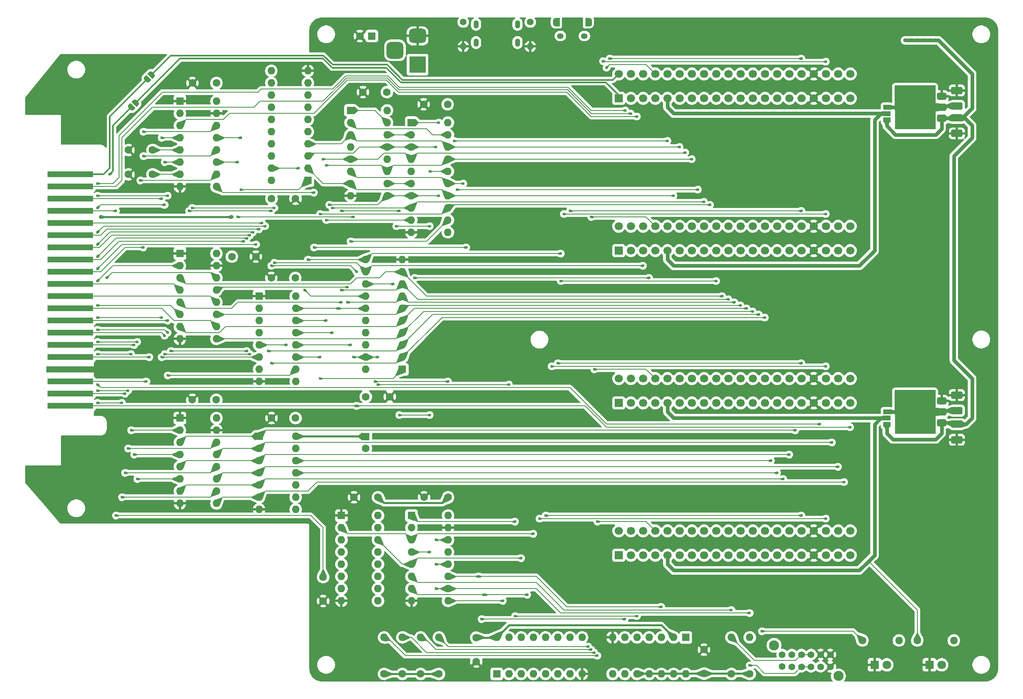
<source format=gbr>
%TF.GenerationSoftware,KiCad,Pcbnew,8.0.2*%
%TF.CreationDate,2024-06-10T22:31:20-05:00*%
%TF.ProjectId,Tandy Color Computer Multi-Pak,54616e64-7920-4436-9f6c-6f7220436f6d,rev?*%
%TF.SameCoordinates,Original*%
%TF.FileFunction,Copper,L2,Bot*%
%TF.FilePolarity,Positive*%
%FSLAX46Y46*%
G04 Gerber Fmt 4.6, Leading zero omitted, Abs format (unit mm)*
G04 Created by KiCad (PCBNEW 8.0.2) date 2024-06-10 22:31:20*
%MOMM*%
%LPD*%
G01*
G04 APERTURE LIST*
G04 Aperture macros list*
%AMRoundRect*
0 Rectangle with rounded corners*
0 $1 Rounding radius*
0 $2 $3 $4 $5 $6 $7 $8 $9 X,Y pos of 4 corners*
0 Add a 4 corners polygon primitive as box body*
4,1,4,$2,$3,$4,$5,$6,$7,$8,$9,$2,$3,0*
0 Add four circle primitives for the rounded corners*
1,1,$1+$1,$2,$3*
1,1,$1+$1,$4,$5*
1,1,$1+$1,$6,$7*
1,1,$1+$1,$8,$9*
0 Add four rect primitives between the rounded corners*
20,1,$1+$1,$2,$3,$4,$5,0*
20,1,$1+$1,$4,$5,$6,$7,0*
20,1,$1+$1,$6,$7,$8,$9,0*
20,1,$1+$1,$8,$9,$2,$3,0*%
%AMFreePoly0*
4,1,19,0.499999,-0.750000,0.000000,-0.750000,0.000000,-0.744912,-0.071157,-0.744911,-0.207708,-0.704816,-0.327430,-0.627875,-0.420627,-0.520320,-0.479746,-0.390866,-0.500000,-0.250000,-0.500000,0.250000,-0.479746,0.390866,-0.420627,0.520320,-0.327430,0.627875,-0.207708,0.704816,-0.071157,0.744911,0.000000,0.744912,0.000000,0.750000,0.499999,0.750000,0.499999,-0.750000,0.499999,-0.750000,
$1*%
%AMFreePoly1*
4,1,19,0.000000,0.744912,0.071157,0.744911,0.207708,0.704816,0.327430,0.627875,0.420627,0.520320,0.479746,0.390866,0.500000,0.250000,0.500000,-0.250000,0.479746,-0.390866,0.420627,-0.520320,0.327430,-0.627875,0.207708,-0.704816,0.071157,-0.744911,0.000000,-0.744912,0.000000,-0.750000,-0.499999,-0.750000,-0.499999,0.750000,0.000000,0.750000,0.000000,0.744912,0.000000,0.744912,
$1*%
%AMFreePoly2*
4,1,39,9.728681,4.560972,9.765068,4.511016,9.770000,4.480224,9.790000,-4.459776,9.771033,-4.518597,9.721114,-4.555036,9.690120,-4.560000,1.370120,-4.570000,1.311319,-4.550972,1.274932,-4.501016,1.270001,-4.470538,1.250536,-0.850000,0.650000,-0.850000,0.591221,-0.830902,0.554894,-0.780902,0.550000,-0.750000,-0.625000,-0.750000,-0.732001,-0.734410,-0.842904,-0.680193,-0.930193,-0.592904,
-0.984410,-0.482001,-1.000000,-0.375000,-1.000000,0.375000,-0.984410,0.482001,-0.930193,0.592904,-0.842904,0.680193,-0.732001,0.734410,-0.625000,0.750000,0.550000,0.750000,0.569098,0.808779,0.619098,0.845106,0.650000,0.850000,1.250000,0.850000,1.250000,4.470000,1.269098,4.528779,1.319098,4.565106,1.349880,4.570000,9.669880,4.580000,9.728681,4.560972,9.728681,4.560972,
$1*%
G04 Aperture macros list end*
%TA.AperFunction,EtchedComponent*%
%ADD10C,0.010000*%
%TD*%
%TA.AperFunction,ComponentPad*%
%ADD11C,2.100000*%
%TD*%
%TA.AperFunction,ComponentPad*%
%ADD12C,1.400000*%
%TD*%
%TA.AperFunction,ComponentPad*%
%ADD13R,1.800000X1.800000*%
%TD*%
%TA.AperFunction,ComponentPad*%
%ADD14C,1.800000*%
%TD*%
%TA.AperFunction,ComponentPad*%
%ADD15R,3.500000X3.500000*%
%TD*%
%TA.AperFunction,ComponentPad*%
%ADD16RoundRect,0.750000X-1.000000X0.750000X-1.000000X-0.750000X1.000000X-0.750000X1.000000X0.750000X0*%
%TD*%
%TA.AperFunction,ComponentPad*%
%ADD17RoundRect,0.875000X-0.875000X0.875000X-0.875000X-0.875000X0.875000X-0.875000X0.875000X0.875000X0*%
%TD*%
%TA.AperFunction,SMDPad,CuDef*%
%ADD18R,9.525000X1.270000*%
%TD*%
%TA.AperFunction,SMDPad,CuDef*%
%ADD19R,9.000000X6.000000*%
%TD*%
%TA.AperFunction,ComponentPad*%
%ADD20O,1.100000X1.700000*%
%TD*%
%TA.AperFunction,ComponentPad*%
%ADD21C,1.600000*%
%TD*%
%TA.AperFunction,ComponentPad*%
%ADD22O,1.600000X1.600000*%
%TD*%
%TA.AperFunction,ComponentPad*%
%ADD23O,1.400000X1.400000*%
%TD*%
%TA.AperFunction,ComponentPad*%
%ADD24R,1.700000X1.700000*%
%TD*%
%TA.AperFunction,ComponentPad*%
%ADD25C,1.700000*%
%TD*%
%TA.AperFunction,ComponentPad*%
%ADD26O,1.400000X1.150000*%
%TD*%
%TA.AperFunction,ComponentPad*%
%ADD27O,1.140000X1.700000*%
%TD*%
%TA.AperFunction,ComponentPad*%
%ADD28R,1.600000X1.600000*%
%TD*%
%TA.AperFunction,SMDPad,CuDef*%
%ADD29RoundRect,0.250001X0.924999X-0.499999X0.924999X0.499999X-0.924999X0.499999X-0.924999X-0.499999X0*%
%TD*%
%TA.AperFunction,SMDPad,CuDef*%
%ADD30FreePoly0,45.000000*%
%TD*%
%TA.AperFunction,SMDPad,CuDef*%
%ADD31FreePoly1,45.000000*%
%TD*%
%TA.AperFunction,SMDPad,CuDef*%
%ADD32R,1.500000X1.000000*%
%TD*%
%TA.AperFunction,SMDPad,CuDef*%
%ADD33RoundRect,0.250001X-0.924999X0.499999X-0.924999X-0.499999X0.924999X-0.499999X0.924999X0.499999X0*%
%TD*%
%TA.AperFunction,SMDPad,CuDef*%
%ADD34RoundRect,0.375000X0.625000X0.375000X-0.625000X0.375000X-0.625000X-0.375000X0.625000X-0.375000X0*%
%TD*%
%TA.AperFunction,SMDPad,CuDef*%
%ADD35FreePoly2,180.000000*%
%TD*%
%TA.AperFunction,ComponentPad*%
%ADD36C,0.600000*%
%TD*%
%TA.AperFunction,SMDPad,CuDef*%
%ADD37RoundRect,0.500000X0.500000X1.400000X-0.500000X1.400000X-0.500000X-1.400000X0.500000X-1.400000X0*%
%TD*%
%TA.AperFunction,ViaPad*%
%ADD38C,0.600000*%
%TD*%
%TA.AperFunction,ViaPad*%
%ADD39C,0.800000*%
%TD*%
%TA.AperFunction,Conductor*%
%ADD40C,0.200000*%
%TD*%
%TA.AperFunction,Conductor*%
%ADD41C,0.400000*%
%TD*%
%TA.AperFunction,Conductor*%
%ADD42C,0.800000*%
%TD*%
%TA.AperFunction,Conductor*%
%ADD43C,0.300000*%
%TD*%
G04 APERTURE END LIST*
D10*
%TO.C,J2*%
X170528000Y-26885000D02*
X169783000Y-26885000D01*
X169753000Y-26884000D01*
X169722000Y-26882000D01*
X169692000Y-26878000D01*
X169662000Y-26872000D01*
X169633000Y-26865000D01*
X169604000Y-26857000D01*
X169575000Y-26846000D01*
X169547000Y-26835000D01*
X169520000Y-26822000D01*
X169493000Y-26807000D01*
X169467000Y-26791000D01*
X169442000Y-26774000D01*
X169418000Y-26756000D01*
X169395000Y-26736000D01*
X169373000Y-26715000D01*
X169352000Y-26693000D01*
X169332000Y-26670000D01*
X169314000Y-26646000D01*
X169297000Y-26621000D01*
X169281000Y-26595000D01*
X169266000Y-26568000D01*
X169253000Y-26541000D01*
X169242000Y-26513000D01*
X169231000Y-26484000D01*
X169223000Y-26455000D01*
X169216000Y-26426000D01*
X169210000Y-26396000D01*
X169206000Y-26366000D01*
X169204000Y-26335000D01*
X169203000Y-26305000D01*
X169203000Y-25765000D01*
X169204000Y-25735000D01*
X169206000Y-25704000D01*
X169210000Y-25674000D01*
X169216000Y-25644000D01*
X169223000Y-25615000D01*
X169231000Y-25586000D01*
X169242000Y-25557000D01*
X169253000Y-25529000D01*
X169266000Y-25502000D01*
X169281000Y-25475000D01*
X169297000Y-25449000D01*
X169314000Y-25424000D01*
X169332000Y-25400000D01*
X169352000Y-25377000D01*
X169373000Y-25355000D01*
X169395000Y-25334000D01*
X169418000Y-25314000D01*
X169442000Y-25296000D01*
X169467000Y-25279000D01*
X169493000Y-25263000D01*
X169520000Y-25248000D01*
X169547000Y-25235000D01*
X169575000Y-25224000D01*
X169604000Y-25213000D01*
X169633000Y-25205000D01*
X169662000Y-25198000D01*
X169692000Y-25192000D01*
X169722000Y-25188000D01*
X169753000Y-25186000D01*
X169783000Y-25185000D01*
X170528000Y-25185000D01*
X170528000Y-26885000D01*
%TA.AperFunction,EtchedComponent*%
G36*
X170528000Y-26885000D02*
G01*
X169783000Y-26885000D01*
X169753000Y-26884000D01*
X169722000Y-26882000D01*
X169692000Y-26878000D01*
X169662000Y-26872000D01*
X169633000Y-26865000D01*
X169604000Y-26857000D01*
X169575000Y-26846000D01*
X169547000Y-26835000D01*
X169520000Y-26822000D01*
X169493000Y-26807000D01*
X169467000Y-26791000D01*
X169442000Y-26774000D01*
X169418000Y-26756000D01*
X169395000Y-26736000D01*
X169373000Y-26715000D01*
X169352000Y-26693000D01*
X169332000Y-26670000D01*
X169314000Y-26646000D01*
X169297000Y-26621000D01*
X169281000Y-26595000D01*
X169266000Y-26568000D01*
X169253000Y-26541000D01*
X169242000Y-26513000D01*
X169231000Y-26484000D01*
X169223000Y-26455000D01*
X169216000Y-26426000D01*
X169210000Y-26396000D01*
X169206000Y-26366000D01*
X169204000Y-26335000D01*
X169203000Y-26305000D01*
X169203000Y-25765000D01*
X169204000Y-25735000D01*
X169206000Y-25704000D01*
X169210000Y-25674000D01*
X169216000Y-25644000D01*
X169223000Y-25615000D01*
X169231000Y-25586000D01*
X169242000Y-25557000D01*
X169253000Y-25529000D01*
X169266000Y-25502000D01*
X169281000Y-25475000D01*
X169297000Y-25449000D01*
X169314000Y-25424000D01*
X169332000Y-25400000D01*
X169352000Y-25377000D01*
X169373000Y-25355000D01*
X169395000Y-25334000D01*
X169418000Y-25314000D01*
X169442000Y-25296000D01*
X169467000Y-25279000D01*
X169493000Y-25263000D01*
X169520000Y-25248000D01*
X169547000Y-25235000D01*
X169575000Y-25224000D01*
X169604000Y-25213000D01*
X169633000Y-25205000D01*
X169662000Y-25198000D01*
X169692000Y-25192000D01*
X169722000Y-25188000D01*
X169753000Y-25186000D01*
X169783000Y-25185000D01*
X170528000Y-25185000D01*
X170528000Y-26885000D01*
G37*
%TD.AperFunction*%
X176703000Y-25186000D02*
X176734000Y-25188000D01*
X176764000Y-25192000D01*
X176794000Y-25198000D01*
X176823000Y-25205000D01*
X176852000Y-25213000D01*
X176881000Y-25224000D01*
X176909000Y-25235000D01*
X176936000Y-25248000D01*
X176963000Y-25263000D01*
X176989000Y-25279000D01*
X177014000Y-25296000D01*
X177038000Y-25314000D01*
X177061000Y-25334000D01*
X177083000Y-25355000D01*
X177104000Y-25377000D01*
X177124000Y-25400000D01*
X177142000Y-25424000D01*
X177159000Y-25449000D01*
X177175000Y-25475000D01*
X177190000Y-25502000D01*
X177203000Y-25529000D01*
X177214000Y-25557000D01*
X177225000Y-25586000D01*
X177233000Y-25615000D01*
X177240000Y-25644000D01*
X177246000Y-25674000D01*
X177250000Y-25704000D01*
X177252000Y-25735000D01*
X177253000Y-25765000D01*
X177253000Y-26305000D01*
X177252000Y-26335000D01*
X177250000Y-26366000D01*
X177246000Y-26396000D01*
X177240000Y-26426000D01*
X177233000Y-26455000D01*
X177225000Y-26484000D01*
X177214000Y-26513000D01*
X177203000Y-26541000D01*
X177190000Y-26568000D01*
X177175000Y-26595000D01*
X177159000Y-26621000D01*
X177142000Y-26646000D01*
X177124000Y-26670000D01*
X177104000Y-26693000D01*
X177083000Y-26715000D01*
X177061000Y-26736000D01*
X177038000Y-26756000D01*
X177014000Y-26774000D01*
X176989000Y-26791000D01*
X176963000Y-26807000D01*
X176936000Y-26822000D01*
X176909000Y-26835000D01*
X176881000Y-26846000D01*
X176852000Y-26857000D01*
X176823000Y-26865000D01*
X176794000Y-26872000D01*
X176764000Y-26878000D01*
X176734000Y-26882000D01*
X176703000Y-26884000D01*
X176673000Y-26885000D01*
X175928000Y-26885000D01*
X175928000Y-25185000D01*
X176673000Y-25185000D01*
X176703000Y-25186000D01*
%TA.AperFunction,EtchedComponent*%
G36*
X176703000Y-25186000D02*
G01*
X176734000Y-25188000D01*
X176764000Y-25192000D01*
X176794000Y-25198000D01*
X176823000Y-25205000D01*
X176852000Y-25213000D01*
X176881000Y-25224000D01*
X176909000Y-25235000D01*
X176936000Y-25248000D01*
X176963000Y-25263000D01*
X176989000Y-25279000D01*
X177014000Y-25296000D01*
X177038000Y-25314000D01*
X177061000Y-25334000D01*
X177083000Y-25355000D01*
X177104000Y-25377000D01*
X177124000Y-25400000D01*
X177142000Y-25424000D01*
X177159000Y-25449000D01*
X177175000Y-25475000D01*
X177190000Y-25502000D01*
X177203000Y-25529000D01*
X177214000Y-25557000D01*
X177225000Y-25586000D01*
X177233000Y-25615000D01*
X177240000Y-25644000D01*
X177246000Y-25674000D01*
X177250000Y-25704000D01*
X177252000Y-25735000D01*
X177253000Y-25765000D01*
X177253000Y-26305000D01*
X177252000Y-26335000D01*
X177250000Y-26366000D01*
X177246000Y-26396000D01*
X177240000Y-26426000D01*
X177233000Y-26455000D01*
X177225000Y-26484000D01*
X177214000Y-26513000D01*
X177203000Y-26541000D01*
X177190000Y-26568000D01*
X177175000Y-26595000D01*
X177159000Y-26621000D01*
X177142000Y-26646000D01*
X177124000Y-26670000D01*
X177104000Y-26693000D01*
X177083000Y-26715000D01*
X177061000Y-26736000D01*
X177038000Y-26756000D01*
X177014000Y-26774000D01*
X176989000Y-26791000D01*
X176963000Y-26807000D01*
X176936000Y-26822000D01*
X176909000Y-26835000D01*
X176881000Y-26846000D01*
X176852000Y-26857000D01*
X176823000Y-26865000D01*
X176794000Y-26872000D01*
X176764000Y-26878000D01*
X176734000Y-26882000D01*
X176703000Y-26884000D01*
X176673000Y-26885000D01*
X175928000Y-26885000D01*
X175928000Y-25185000D01*
X176673000Y-25185000D01*
X176703000Y-25186000D01*
G37*
%TD.AperFunction*%
%TD*%
D11*
%TO.P,SW1,*%
%TO.N,*%
X215265000Y-155956000D03*
X228665000Y-162356000D03*
D12*
%TO.P,SW1,1A,1A*%
%TO.N,unconnected-(SW1-Pad1A)*%
X216965000Y-160406000D03*
%TO.P,SW1,1B,1B*%
%TO.N,unconnected-(SW1-Pad1B)*%
X216965000Y-157886000D03*
%TO.P,SW1,2A,2A*%
%TO.N,GND*%
X218965000Y-160426000D03*
%TO.P,SW1,2B,2B*%
%TO.N,unconnected-(SW1-Pad2B)*%
X218965000Y-157886000D03*
%TO.P,SW1,3A,3A*%
%TO.N,unconnected-(SW1-Pad3A)*%
X224965000Y-160426000D03*
%TO.P,SW1,3B,3B*%
%TO.N,GND*%
X224965000Y-157886000D03*
%TO.P,SW1,4A,4A*%
X226965000Y-160426000D03*
%TO.P,SW1,4B,4B*%
X226965000Y-157886000D03*
%TO.P,SW1,A,A*%
%TO.N,Net-(U12-I2)*%
X220965000Y-160426000D03*
X222965000Y-160426000D03*
%TO.P,SW1,B,B*%
%TO.N,Net-(U12-I1)*%
X220965000Y-157886000D03*
X222965000Y-157886000D03*
%TD*%
D13*
%TO.P,D2,1,K*%
%TO.N,GND*%
X247650000Y-160020000D03*
D14*
%TO.P,D2,2,A*%
%TO.N,Net-(D2-A)*%
X250190000Y-160020000D03*
%TD*%
D13*
%TO.P,D1,1,K*%
%TO.N,GND*%
X236220000Y-160020000D03*
D14*
%TO.P,D1,2,A*%
%TO.N,Net-(D1-A)*%
X238760000Y-160020000D03*
%TD*%
D15*
%TO.P,J1,1*%
%TO.N,+5V*%
X140970000Y-34925000D03*
D16*
%TO.P,J1,2*%
%TO.N,GND*%
X140970000Y-28925000D03*
D17*
%TO.P,J1,3*%
%TO.N,N/C*%
X136270000Y-31925000D03*
%TD*%
D18*
%TO.P,P1,2,+12V*%
%TO.N,Net-(JP3-A)*%
X68580000Y-57785000D03*
%TO.P,P1,4,~{NMI}*%
%TO.N,/~{NMI}*%
X68580000Y-60325000D03*
%TO.P,P1,6,E*%
%TO.N,/E*%
X68580000Y-62865000D03*
%TO.P,P1,8,~{CART}*%
%TO.N,/~{CART}*%
X68580000Y-65405000D03*
%TO.P,P1,10,D0*%
%TO.N,/DO*%
X68580000Y-67945000D03*
%TO.P,P1,12,D2*%
%TO.N,/D2*%
X68580000Y-70485000D03*
%TO.P,P1,14,D4*%
%TO.N,/D4*%
X68580000Y-73025000D03*
%TO.P,P1,16,D6*%
%TO.N,/D6*%
X68580000Y-75565000D03*
%TO.P,P1,18,R/~{W}*%
%TO.N,/R{slash}W*%
X68580000Y-78105000D03*
%TO.P,P1,20,A1*%
%TO.N,/A1*%
X68580000Y-80645000D03*
%TO.P,P1,22,A3*%
%TO.N,/A3*%
X68580000Y-83185000D03*
%TO.P,P1,24,A5*%
%TO.N,/A5*%
X68580000Y-85725000D03*
%TO.P,P1,26,A7*%
%TO.N,/A7*%
X68580000Y-88265000D03*
%TO.P,P1,28,A9*%
%TO.N,/A9*%
X68580000Y-90805000D03*
%TO.P,P1,30,A11*%
%TO.N,/A11*%
X68580000Y-93345000D03*
%TO.P,P1,32,~{CTS}*%
%TO.N,/~{CTS}*%
X68580000Y-95885000D03*
%TO.P,P1,34,GND@2*%
%TO.N,GND*%
X68580000Y-98425000D03*
%TO.P,P1,36,~{SCS}*%
%TO.N,/~{SCS}*%
X68580000Y-100965000D03*
%TO.P,P1,38,A14*%
%TO.N,/A14*%
X68580000Y-103505000D03*
%TO.P,P1,40,~{SLENB}*%
%TO.N,/~{SLENB}*%
X68580000Y-106045000D03*
D19*
%TO.P,P1,MTG1,MTG@1*%
%TO.N,GND*%
X71174400Y-48615000D03*
%TO.P,P1,MTG2,MTG@2*%
X71174400Y-115215000D03*
%TD*%
D20*
%TO.P,J4,S1,SHIELD*%
%TO.N,unconnected-(J4-SHIELD-PadS1)*%
X161800000Y-30305000D03*
%TO.P,J4,S2,SHIELD__1*%
%TO.N,unconnected-(J4-SHIELD__1-PadS2)*%
X153160000Y-30305000D03*
%TO.P,J4,S3,SHIELD__2*%
%TO.N,unconnected-(J4-SHIELD__2-PadS3)*%
X161800000Y-26505000D03*
%TO.P,J4,S4,SHIELD__3*%
%TO.N,unconnected-(J4-SHIELD__3-PadS4)*%
X153160000Y-26505000D03*
%TD*%
D21*
%TO.P,C6,1*%
%TO.N,+5VA*%
X99020000Y-104775000D03*
%TO.P,C6,2*%
%TO.N,GND*%
X94020000Y-104775000D03*
%TD*%
%TO.P,C7,1*%
%TO.N,+5VA*%
X110530000Y-62865000D03*
%TO.P,C7,2*%
%TO.N,GND*%
X115530000Y-62865000D03*
%TD*%
%TO.P,C3,1*%
%TO.N,GND*%
X121285000Y-146732000D03*
%TO.P,C3,2*%
%TO.N,/~{CART}*%
X121285000Y-141732000D03*
%TD*%
%TO.P,R6,1*%
%TO.N,+5VA*%
X206375000Y-161925000D03*
D22*
%TO.P,R6,2*%
%TO.N,Net-(U12-I1)*%
X206375000Y-154305000D03*
%TD*%
D12*
%TO.P,R9,1*%
%TO.N,Net-(J4-CC2)*%
X150495000Y-26035000D03*
D23*
%TO.P,R9,2*%
%TO.N,GND*%
X150495000Y-31115000D03*
%TD*%
D24*
%TO.P,P4,1,-12V*%
%TO.N,-12V*%
X182880000Y-73660000D03*
D25*
%TO.P,P4,2,+12V*%
%TO.N,+12V*%
X182880000Y-68580000D03*
%TO.P,P4,3,~{HALT}*%
%TO.N,/~{HALT}*%
X185420000Y-73660000D03*
%TO.P,P4,4,~{NMI}*%
%TO.N,/~{NMI}*%
X185420000Y-68580000D03*
%TO.P,P4,5,~{RESET}*%
%TO.N,/~{BRESET}*%
X187960000Y-73660000D03*
%TO.P,P4,6,E*%
%TO.N,/BE*%
X187960000Y-68580000D03*
%TO.P,P4,7,Q*%
%TO.N,/BQ*%
X190500000Y-73660000D03*
%TO.P,P4,8,~{CART}*%
%TO.N,/~{CART2}*%
X190500000Y-68580000D03*
%TO.P,P4,9,+5V*%
%TO.N,Net-(JP2-C)*%
X193040000Y-73660000D03*
%TO.P,P4,10,D0*%
%TO.N,/DB0*%
X193040000Y-68580000D03*
%TO.P,P4,11,D1*%
%TO.N,/DB1*%
X195580000Y-73660000D03*
%TO.P,P4,12,D2*%
%TO.N,/DB2*%
X195580000Y-68580000D03*
%TO.P,P4,13,D3*%
%TO.N,/DB3*%
X198120000Y-73660000D03*
%TO.P,P4,14,D4*%
%TO.N,/DB4*%
X198120000Y-68580000D03*
%TO.P,P4,15,D5*%
%TO.N,/DB5*%
X200660000Y-73660000D03*
%TO.P,P4,16,D6*%
%TO.N,/DB6*%
X200660000Y-68580000D03*
%TO.P,P4,17,D7*%
%TO.N,/DB7*%
X203200000Y-73660000D03*
%TO.P,P4,18,R/~{W}*%
%TO.N,/BR{slash}W*%
X203200000Y-68580000D03*
%TO.P,P4,19,A0*%
%TO.N,/AB0*%
X205740000Y-73660000D03*
%TO.P,P4,20,A1*%
%TO.N,/AB1*%
X205740000Y-68580000D03*
%TO.P,P4,21,A2*%
%TO.N,/AB2*%
X208280000Y-73660000D03*
%TO.P,P4,22,A3*%
%TO.N,/AB3*%
X208280000Y-68580000D03*
%TO.P,P4,23,A4*%
%TO.N,/AB4*%
X210820000Y-73660000D03*
%TO.P,P4,24,A5*%
%TO.N,/AB5*%
X210820000Y-68580000D03*
%TO.P,P4,25,A6*%
%TO.N,/AB6*%
X213360000Y-73660000D03*
%TO.P,P4,26,A7*%
%TO.N,/AB7*%
X213360000Y-68580000D03*
%TO.P,P4,27,A8*%
%TO.N,/AB8*%
X215900000Y-73660000D03*
%TO.P,P4,28,A9*%
%TO.N,/AB9*%
X215900000Y-68580000D03*
%TO.P,P4,29,A10*%
%TO.N,/AB10*%
X218440000Y-73660000D03*
%TO.P,P4,30,A11*%
%TO.N,/AB11*%
X218440000Y-68580000D03*
%TO.P,P4,31,A12*%
%TO.N,/AB12*%
X220980000Y-73660000D03*
%TO.P,P4,32,~{CTS}*%
%TO.N,/~{CTS2}*%
X220980000Y-68580000D03*
%TO.P,P4,33,GND@1*%
%TO.N,GND*%
X223520000Y-73660000D03*
%TO.P,P4,34,GND@2*%
X223520000Y-68580000D03*
%TO.P,P4,35,SND*%
%TO.N,/SND*%
X226060000Y-73660000D03*
%TO.P,P4,36,~{SCS}*%
%TO.N,/~{SCS2}*%
X226060000Y-68580000D03*
%TO.P,P4,37,A13*%
%TO.N,/AB13*%
X228600000Y-73660000D03*
%TO.P,P4,38,A14*%
%TO.N,/AB14*%
X228600000Y-68580000D03*
%TO.P,P4,39,A15*%
%TO.N,/AB15*%
X231140000Y-73660000D03*
%TO.P,P4,40,~{SLENB}*%
%TO.N,/~{SLENB}*%
X231140000Y-68580000D03*
%TD*%
D21*
%TO.P,C13,1*%
%TO.N,+5VA*%
X132715000Y-125095000D03*
%TO.P,C13,2*%
%TO.N,GND*%
X127715000Y-125095000D03*
%TD*%
%TO.P,C11,1*%
%TO.N,+5VA*%
X130175000Y-104140000D03*
%TO.P,C11,2*%
%TO.N,GND*%
X135175000Y-104140000D03*
%TD*%
D26*
%TO.P,J2,SH1,SHIELD*%
%TO.N,unconnected-(J2-SHIELD-PadSH1)*%
X175728000Y-28935000D03*
%TO.P,J2,SH2,SHIELD__1*%
%TO.N,unconnected-(J2-SHIELD__1-PadSH2)*%
X170728000Y-28935000D03*
D27*
%TO.P,J2,SH3,SHIELD__2*%
%TO.N,unconnected-(J2-SHIELD__2-PadSH3)*%
X176683000Y-26035000D03*
%TO.P,J2,SH6,SHIELD__5*%
%TO.N,unconnected-(J2-SHIELD__5-PadSH6)*%
X169773000Y-26035000D03*
%TD*%
D28*
%TO.P,U6,1,OEa*%
%TO.N,GND*%
X91440000Y-74295000D03*
D22*
%TO.P,U6,2,I1*%
%TO.N,/A0*%
X91440000Y-76835000D03*
%TO.P,U6,3,O1a*%
%TO.N,/AB0*%
X91440000Y-79375000D03*
%TO.P,U6,4,I2*%
%TO.N,/A1*%
X91440000Y-81915000D03*
%TO.P,U6,5,O2a*%
%TO.N,/AB1*%
X91440000Y-84455000D03*
%TO.P,U6,6,I3*%
%TO.N,/A4*%
X91440000Y-86995000D03*
%TO.P,U6,7,O3a*%
%TO.N,/AB4*%
X91440000Y-89535000D03*
%TO.P,U6,8,GND*%
%TO.N,GND*%
X91440000Y-92075000D03*
%TO.P,U6,9,O4a*%
%TO.N,/AB5*%
X99060000Y-92075000D03*
%TO.P,U6,10,I4*%
%TO.N,/A5*%
X99060000Y-89535000D03*
%TO.P,U6,11,O5b*%
%TO.N,/AB3*%
X99060000Y-86995000D03*
%TO.P,U6,12,I5*%
%TO.N,/A3*%
X99060000Y-84455000D03*
%TO.P,U6,13,O6b*%
%TO.N,/AB2*%
X99060000Y-81915000D03*
%TO.P,U6,14,I6*%
%TO.N,/A2*%
X99060000Y-79375000D03*
%TO.P,U6,15,OEb*%
%TO.N,GND*%
X99060000Y-76835000D03*
%TO.P,U6,16,VCC*%
%TO.N,+5VA*%
X99060000Y-74295000D03*
%TD*%
D21*
%TO.P,R3,1*%
%TO.N,+5VA*%
X141605000Y-161925000D03*
D22*
%TO.P,R3,2*%
%TO.N,/~{CART2}*%
X141605000Y-154305000D03*
%TD*%
D12*
%TO.P,R10,1*%
%TO.N,Net-(J4-CC1)*%
X164465000Y-26035000D03*
D23*
%TO.P,R10,2*%
%TO.N,GND*%
X164465000Y-31115000D03*
%TD*%
D21*
%TO.P,C12,1*%
%TO.N,+5VA*%
X147240000Y-43180000D03*
%TO.P,C12,2*%
%TO.N,GND*%
X142240000Y-43180000D03*
%TD*%
D28*
%TO.P,U4,1,OE*%
%TO.N,/ENREG*%
X139660000Y-46990000D03*
D22*
%TO.P,U4,2,O0*%
%TO.N,/REGS0*%
X139660000Y-49530000D03*
%TO.P,U4,3,D0*%
%TO.N,/DB0*%
X139660000Y-52070000D03*
%TO.P,U4,4,D1*%
%TO.N,/DB3*%
X139660000Y-54610000D03*
%TO.P,U4,5,O1*%
%TO.N,/CK1*%
X139660000Y-57150000D03*
%TO.P,U4,6,O2*%
%TO.N,/REGC1*%
X139660000Y-59690000D03*
%TO.P,U4,7,D2*%
%TO.N,/DB5*%
X139660000Y-62230000D03*
%TO.P,U4,8,D3*%
%TO.N,/DB6*%
X139660000Y-64770000D03*
%TO.P,U4,9,O3*%
%TO.N,/CK2*%
X139660000Y-67310000D03*
%TO.P,U4,10,GND*%
%TO.N,GND*%
X139660000Y-69850000D03*
%TO.P,U4,11,Cp*%
%TO.N,/LOADREG*%
X147280000Y-69850000D03*
%TO.P,U4,12,O4*%
%TO.N,/CK3*%
X147280000Y-67310000D03*
%TO.P,U4,13,D4*%
%TO.N,/DB7*%
X147280000Y-64770000D03*
%TO.P,U4,14,D5*%
%TO.N,/DB1*%
X147280000Y-62230000D03*
%TO.P,U4,15,O5*%
%TO.N,/REGS1*%
X147280000Y-59690000D03*
%TO.P,U4,16,O6*%
%TO.N,/REGC0*%
X147280000Y-57150000D03*
%TO.P,U4,17,D6*%
%TO.N,/DB4*%
X147280000Y-54610000D03*
%TO.P,U4,18,D7*%
%TO.N,/DB2*%
X147280000Y-52070000D03*
%TO.P,U4,19,O7*%
%TO.N,/CK0*%
X147280000Y-49530000D03*
%TO.P,U4,20,VCC*%
%TO.N,+5VA*%
X147280000Y-46990000D03*
%TD*%
D28*
%TO.P,U1,1,OEa*%
%TO.N,GND*%
X91440000Y-42545000D03*
D22*
%TO.P,U1,2,I1*%
%TO.N,/~{RESET}*%
X91440000Y-45085000D03*
%TO.P,U1,3,O1a*%
%TO.N,/~{BRESET}*%
X91440000Y-47625000D03*
%TO.P,U1,4,I2*%
%TO.N,/E*%
X91440000Y-50165000D03*
%TO.P,U1,5,O2a*%
%TO.N,/BE*%
X91440000Y-52705000D03*
%TO.P,U1,6,I3*%
%TO.N,/Q*%
X91440000Y-55245000D03*
%TO.P,U1,7,O3a*%
%TO.N,/BQ*%
X91440000Y-57785000D03*
%TO.P,U1,8,GND*%
%TO.N,GND*%
X91440000Y-60325000D03*
%TO.P,U1,9,O4a*%
%TO.N,/~{BSCS}*%
X99060000Y-60325000D03*
%TO.P,U1,10,I4*%
%TO.N,/~{SCS}*%
X99060000Y-57785000D03*
%TO.P,U1,11,O5b*%
%TO.N,/~{BCTS}*%
X99060000Y-55245000D03*
%TO.P,U1,12,I5*%
%TO.N,/~{CTS}*%
X99060000Y-52705000D03*
%TO.P,U1,13,O6b*%
%TO.N,/BR{slash}W*%
X99060000Y-50165000D03*
%TO.P,U1,14,I6*%
%TO.N,/R{slash}W*%
X99060000Y-47625000D03*
%TO.P,U1,15,OEb*%
%TO.N,GND*%
X99060000Y-45085000D03*
%TO.P,U1,16,VCC*%
%TO.N,+5VA*%
X99060000Y-42545000D03*
%TD*%
D28*
%TO.P,U11,1,Ea*%
%TO.N,GND*%
X125095000Y-128905000D03*
D22*
%TO.P,U11,2,S1*%
%TO.N,/REGC1*%
X125095000Y-131445000D03*
%TO.P,U11,3,I3a*%
%TO.N,/~{CART3}*%
X125095000Y-133985000D03*
%TO.P,U11,4,I2a*%
%TO.N,/~{CART2}*%
X125095000Y-136525000D03*
%TO.P,U11,5,I1a*%
%TO.N,/~{CART1}*%
X125095000Y-139065000D03*
%TO.P,U11,6,I0a*%
%TO.N,/~{CART0}*%
X125095000Y-141605000D03*
%TO.P,U11,7,Za*%
%TO.N,/~{CART}*%
X125095000Y-144145000D03*
%TO.P,U11,8,GND*%
%TO.N,GND*%
X125095000Y-146685000D03*
%TO.P,U11,9,Zb*%
%TO.N,unconnected-(U11-Zb-Pad9)*%
X132715000Y-146685000D03*
%TO.P,U11,10,I0b*%
%TO.N,unconnected-(U11-I0b-Pad10)*%
X132715000Y-144145000D03*
%TO.P,U11,11,I1b*%
%TO.N,unconnected-(U11-I1b-Pad11)*%
X132715000Y-141605000D03*
%TO.P,U11,12,I2b*%
%TO.N,unconnected-(U11-I2b-Pad12)*%
X132715000Y-139065000D03*
%TO.P,U11,13,I3b*%
%TO.N,unconnected-(U11-I3b-Pad13)*%
X132715000Y-136525000D03*
%TO.P,U11,14,S0*%
%TO.N,/REGC0*%
X132715000Y-133985000D03*
%TO.P,U11,15,Eb*%
%TO.N,+5VA*%
X132715000Y-131445000D03*
%TO.P,U11,16,VCC*%
X132715000Y-128905000D03*
%TD*%
D21*
%TO.P,C14,1*%
%TO.N,+5VA*%
X147320000Y-125095000D03*
%TO.P,C14,2*%
%TO.N,GND*%
X142320000Y-125095000D03*
%TD*%
%TO.P,R7,1*%
%TO.N,+5VA*%
X233680000Y-154940000D03*
D22*
%TO.P,R7,2*%
%TO.N,Net-(D1-A)*%
X241300000Y-154940000D03*
%TD*%
D24*
%TO.P,P5,1,-12V*%
%TO.N,-12V*%
X182880000Y-41910000D03*
D25*
%TO.P,P5,2,+12V*%
%TO.N,+12V*%
X182880000Y-36830000D03*
%TO.P,P5,3,~{HALT}*%
%TO.N,/~{HALT}*%
X185420000Y-41910000D03*
%TO.P,P5,4,~{NMI}*%
%TO.N,/~{NMI}*%
X185420000Y-36830000D03*
%TO.P,P5,5,~{RESET}*%
%TO.N,/~{BRESET}*%
X187960000Y-41910000D03*
%TO.P,P5,6,E*%
%TO.N,/BE*%
X187960000Y-36830000D03*
%TO.P,P5,7,Q*%
%TO.N,/BQ*%
X190500000Y-41910000D03*
%TO.P,P5,8,~{CART}*%
%TO.N,/~{CART3}*%
X190500000Y-36830000D03*
%TO.P,P5,9,+5V*%
%TO.N,Net-(JP2-C)*%
X193040000Y-41910000D03*
%TO.P,P5,10,D0*%
%TO.N,/DB0*%
X193040000Y-36830000D03*
%TO.P,P5,11,D1*%
%TO.N,/DB1*%
X195580000Y-41910000D03*
%TO.P,P5,12,D2*%
%TO.N,/DB2*%
X195580000Y-36830000D03*
%TO.P,P5,13,D3*%
%TO.N,/DB3*%
X198120000Y-41910000D03*
%TO.P,P5,14,D4*%
%TO.N,/DB4*%
X198120000Y-36830000D03*
%TO.P,P5,15,D5*%
%TO.N,/DB5*%
X200660000Y-41910000D03*
%TO.P,P5,16,D6*%
%TO.N,/DB6*%
X200660000Y-36830000D03*
%TO.P,P5,17,D7*%
%TO.N,/DB7*%
X203200000Y-41910000D03*
%TO.P,P5,18,R/~{W}*%
%TO.N,/BR{slash}W*%
X203200000Y-36830000D03*
%TO.P,P5,19,A0*%
%TO.N,/AB0*%
X205740000Y-41910000D03*
%TO.P,P5,20,A1*%
%TO.N,/AB1*%
X205740000Y-36830000D03*
%TO.P,P5,21,A2*%
%TO.N,/AB2*%
X208280000Y-41910000D03*
%TO.P,P5,22,A3*%
%TO.N,/AB3*%
X208280000Y-36830000D03*
%TO.P,P5,23,A4*%
%TO.N,/AB4*%
X210820000Y-41910000D03*
%TO.P,P5,24,A5*%
%TO.N,/AB5*%
X210820000Y-36830000D03*
%TO.P,P5,25,A6*%
%TO.N,/AB6*%
X213360000Y-41910000D03*
%TO.P,P5,26,A7*%
%TO.N,/AB7*%
X213360000Y-36830000D03*
%TO.P,P5,27,A8*%
%TO.N,/AB8*%
X215900000Y-41910000D03*
%TO.P,P5,28,A9*%
%TO.N,/AB9*%
X215900000Y-36830000D03*
%TO.P,P5,29,A10*%
%TO.N,/AB10*%
X218440000Y-41910000D03*
%TO.P,P5,30,A11*%
%TO.N,/AB11*%
X218440000Y-36830000D03*
%TO.P,P5,31,A12*%
%TO.N,/AB12*%
X220980000Y-41910000D03*
%TO.P,P5,32,~{CTS}*%
%TO.N,/~{CTS3}*%
X220980000Y-36830000D03*
%TO.P,P5,33,GND@1*%
%TO.N,GND*%
X223520000Y-41910000D03*
%TO.P,P5,34,GND@2*%
X223520000Y-36830000D03*
%TO.P,P5,35,SND*%
%TO.N,/SND*%
X226060000Y-41910000D03*
%TO.P,P5,36,~{SCS}*%
%TO.N,/~{SCS3}*%
X226060000Y-36830000D03*
%TO.P,P5,37,A13*%
%TO.N,/AB13*%
X228600000Y-41910000D03*
%TO.P,P5,38,A14*%
%TO.N,/AB14*%
X228600000Y-36830000D03*
%TO.P,P5,39,A15*%
%TO.N,/AB15*%
X231140000Y-41910000D03*
%TO.P,P5,40,~{SLENB}*%
%TO.N,/~{SLENB}*%
X231140000Y-36830000D03*
%TD*%
D21*
%TO.P,C15,1*%
%TO.N,+5VA*%
X153195000Y-154345000D03*
%TO.P,C15,2*%
%TO.N,GND*%
X153195000Y-159345000D03*
%TD*%
D28*
%TO.P,U7,1,OEa*%
%TO.N,GND*%
X107950000Y-83185000D03*
D22*
%TO.P,U7,2,I1*%
%TO.N,/A7*%
X107950000Y-85725000D03*
%TO.P,U7,3,O1a*%
%TO.N,/AB7*%
X107950000Y-88265000D03*
%TO.P,U7,4,I2*%
%TO.N,/A9*%
X107950000Y-90805000D03*
%TO.P,U7,5,O2a*%
%TO.N,/AB9*%
X107950000Y-93345000D03*
%TO.P,U7,6,I3*%
%TO.N,/A6*%
X107950000Y-95885000D03*
%TO.P,U7,7,O3a*%
%TO.N,/AB6*%
X107950000Y-98425000D03*
%TO.P,U7,8,GND*%
%TO.N,GND*%
X107950000Y-100965000D03*
%TO.P,U7,9,O4a*%
%TO.N,/AB8*%
X115570000Y-100965000D03*
%TO.P,U7,10,I4*%
%TO.N,/A8*%
X115570000Y-98425000D03*
%TO.P,U7,11,O5b*%
%TO.N,/DB7*%
X115570000Y-95885000D03*
%TO.P,U7,12,I5*%
%TO.N,/CK3*%
X115570000Y-93345000D03*
%TO.P,U7,13,O6b*%
%TO.N,/DB6*%
X115570000Y-90805000D03*
%TO.P,U7,14,I6*%
%TO.N,/CK2*%
X115570000Y-88265000D03*
%TO.P,U7,15,OEb*%
%TO.N,/~{ENREAD}*%
X115570000Y-85725000D03*
%TO.P,U7,16,VCC*%
%TO.N,+5VA*%
X115570000Y-83185000D03*
%TD*%
D28*
%TO.P,U9,1,OEa*%
%TO.N,GND*%
X91440000Y-108585000D03*
D22*
%TO.P,U9,2,I1*%
%TO.N,/A12*%
X91440000Y-111125000D03*
%TO.P,U9,3,O1a*%
%TO.N,/AB12*%
X91440000Y-113665000D03*
%TO.P,U9,4,I2*%
%TO.N,/A11*%
X91440000Y-116205000D03*
%TO.P,U9,5,O2a*%
%TO.N,/AB11*%
X91440000Y-118745000D03*
%TO.P,U9,6,I3*%
%TO.N,/A10*%
X91440000Y-121285000D03*
%TO.P,U9,7,O3a*%
%TO.N,/AB10*%
X91440000Y-123825000D03*
%TO.P,U9,8,GND*%
%TO.N,GND*%
X91440000Y-126365000D03*
%TO.P,U9,9,O4a*%
%TO.N,/AB15*%
X99060000Y-126365000D03*
%TO.P,U9,10,I4*%
%TO.N,/A15*%
X99060000Y-123825000D03*
%TO.P,U9,11,O5b*%
%TO.N,/AB14*%
X99060000Y-121285000D03*
%TO.P,U9,12,I5*%
%TO.N,/A14*%
X99060000Y-118745000D03*
%TO.P,U9,13,O6b*%
%TO.N,/AB13*%
X99060000Y-116205000D03*
%TO.P,U9,14,I6*%
%TO.N,/A13*%
X99060000Y-113665000D03*
%TO.P,U9,15,OEb*%
%TO.N,GND*%
X99060000Y-111125000D03*
%TO.P,U9,16,VCC*%
%TO.N,+5VA*%
X99060000Y-108585000D03*
%TD*%
D21*
%TO.P,C5,1*%
%TO.N,+5VA*%
X102275000Y-74930000D03*
%TO.P,C5,2*%
%TO.N,GND*%
X107275000Y-74930000D03*
%TD*%
D28*
%TO.P,U8,1,I1/CLK*%
%TO.N,/U8-1*%
X137795000Y-98425000D03*
D22*
%TO.P,U8,2,I2*%
%TO.N,/AB7*%
X137795000Y-95885000D03*
%TO.P,U8,3,I3*%
%TO.N,/AB6*%
X137795000Y-93345000D03*
%TO.P,U8,4,I4*%
%TO.N,/AB5*%
X137795000Y-90805000D03*
%TO.P,U8,5,I5*%
%TO.N,/AB4*%
X137795000Y-88265000D03*
%TO.P,U8,6,I6*%
%TO.N,/AB3*%
X137795000Y-85725000D03*
%TO.P,U8,7,I7*%
%TO.N,/AB2*%
X137795000Y-83185000D03*
%TO.P,U8,8,I8*%
%TO.N,/AB1*%
X137795000Y-80645000D03*
%TO.P,U8,9,I9*%
%TO.N,/AB0*%
X137795000Y-78105000D03*
%TO.P,U8,10,GND*%
%TO.N,GND*%
X137795000Y-75565000D03*
%TO.P,U8,11,I10/~{OE}*%
%TO.N,/BR{slash}W*%
X130175000Y-75565000D03*
%TO.P,U8,12,IO8*%
%TO.N,/BE*%
X130175000Y-78105000D03*
%TO.P,U8,13,IO7*%
%TO.N,/BQ*%
X130175000Y-80645000D03*
%TO.P,U8,14,IO6*%
%TO.N,/~{ENBUS}*%
X130175000Y-83185000D03*
%TO.P,U8,15,IO5*%
%TO.N,/~{ENREAD}*%
X130175000Y-85725000D03*
%TO.P,U8,16,IO4*%
%TO.N,/~{LOADREG}*%
X130175000Y-88265000D03*
%TO.P,U8,17,I03*%
%TO.N,unconnected-(U8-I03-Pad17)*%
X130175000Y-90805000D03*
%TO.P,U8,18,IO2*%
%TO.N,/~{SLENB}*%
X130175000Y-93345000D03*
%TO.P,U8,19,IO1*%
%TO.N,/~{BCTS}*%
X130175000Y-95885000D03*
%TO.P,U8,20,VCC*%
%TO.N,+5VA*%
X130175000Y-98425000D03*
%TD*%
D28*
%TO.P,C19,1*%
%TO.N,+5V*%
X131445000Y-28956000D03*
D21*
%TO.P,C19,2*%
%TO.N,GND*%
X128945000Y-28956000D03*
%TD*%
D24*
%TO.P,P3,1,-12V*%
%TO.N,-12V*%
X182880000Y-105410000D03*
D25*
%TO.P,P3,2,+12V*%
%TO.N,+12V*%
X182880000Y-100330000D03*
%TO.P,P3,3,~{HALT}*%
%TO.N,/~{HALT}*%
X185420000Y-105410000D03*
%TO.P,P3,4,~{NMI}*%
%TO.N,/~{NMI}*%
X185420000Y-100330000D03*
%TO.P,P3,5,~{RESET}*%
%TO.N,/~{BRESET}*%
X187960000Y-105410000D03*
%TO.P,P3,6,E*%
%TO.N,/BE*%
X187960000Y-100330000D03*
%TO.P,P3,7,Q*%
%TO.N,/BQ*%
X190500000Y-105410000D03*
%TO.P,P3,8,~{CART}*%
%TO.N,/~{CART1}*%
X190500000Y-100330000D03*
%TO.P,P3,9,+5V*%
%TO.N,Net-(JP1-C)*%
X193040000Y-105410000D03*
%TO.P,P3,10,D0*%
%TO.N,/DB0*%
X193040000Y-100330000D03*
%TO.P,P3,11,D1*%
%TO.N,/DB1*%
X195580000Y-105410000D03*
%TO.P,P3,12,D2*%
%TO.N,/DB2*%
X195580000Y-100330000D03*
%TO.P,P3,13,D3*%
%TO.N,/DB3*%
X198120000Y-105410000D03*
%TO.P,P3,14,D4*%
%TO.N,/DB4*%
X198120000Y-100330000D03*
%TO.P,P3,15,D5*%
%TO.N,/DB5*%
X200660000Y-105410000D03*
%TO.P,P3,16,D6*%
%TO.N,/DB6*%
X200660000Y-100330000D03*
%TO.P,P3,17,D7*%
%TO.N,/DB7*%
X203200000Y-105410000D03*
%TO.P,P3,18,R/~{W}*%
%TO.N,/BR{slash}W*%
X203200000Y-100330000D03*
%TO.P,P3,19,A0*%
%TO.N,/AB0*%
X205740000Y-105410000D03*
%TO.P,P3,20,A1*%
%TO.N,/AB1*%
X205740000Y-100330000D03*
%TO.P,P3,21,A2*%
%TO.N,/AB2*%
X208280000Y-105410000D03*
%TO.P,P3,22,A3*%
%TO.N,/AB3*%
X208280000Y-100330000D03*
%TO.P,P3,23,A4*%
%TO.N,/AB4*%
X210820000Y-105410000D03*
%TO.P,P3,24,A5*%
%TO.N,/AB5*%
X210820000Y-100330000D03*
%TO.P,P3,25,A6*%
%TO.N,/AB6*%
X213360000Y-105410000D03*
%TO.P,P3,26,A7*%
%TO.N,/AB7*%
X213360000Y-100330000D03*
%TO.P,P3,27,A8*%
%TO.N,/AB8*%
X215900000Y-105410000D03*
%TO.P,P3,28,A9*%
%TO.N,/AB9*%
X215900000Y-100330000D03*
%TO.P,P3,29,A10*%
%TO.N,/AB10*%
X218440000Y-105410000D03*
%TO.P,P3,30,A11*%
%TO.N,/AB11*%
X218440000Y-100330000D03*
%TO.P,P3,31,A12*%
%TO.N,/AB12*%
X220980000Y-105410000D03*
%TO.P,P3,32,~{CTS}*%
%TO.N,/~{CTS1}*%
X220980000Y-100330000D03*
%TO.P,P3,33,GND@1*%
%TO.N,GND*%
X223520000Y-105410000D03*
%TO.P,P3,34,GND@2*%
X223520000Y-100330000D03*
%TO.P,P3,35,SND*%
%TO.N,/SND*%
X226060000Y-105410000D03*
%TO.P,P3,36,~{SCS}*%
%TO.N,/~{SCS1}*%
X226060000Y-100330000D03*
%TO.P,P3,37,A13*%
%TO.N,/AB13*%
X228600000Y-105410000D03*
%TO.P,P3,38,A14*%
%TO.N,/AB14*%
X228600000Y-100330000D03*
%TO.P,P3,39,A15*%
%TO.N,/AB15*%
X231140000Y-105410000D03*
%TO.P,P3,40,~{SLENB}*%
%TO.N,/~{SLENB}*%
X231140000Y-100330000D03*
%TD*%
D21*
%TO.P,C16,1*%
%TO.N,+5VA*%
X200660000Y-161845000D03*
%TO.P,C16,2*%
%TO.N,GND*%
X200660000Y-156845000D03*
%TD*%
%TO.P,R5,1*%
%TO.N,+5VA*%
X210185000Y-161925000D03*
D22*
%TO.P,R5,2*%
%TO.N,Net-(U12-I2)*%
X210185000Y-154305000D03*
%TD*%
D28*
%TO.P,U14,1,~{R}*%
%TO.N,/~{BRESET}*%
X196850000Y-154305000D03*
D22*
%TO.P,U14,2,D*%
%TO.N,+5VA*%
X194310000Y-154305000D03*
%TO.P,U14,3,C*%
%TO.N,/LOADREG*%
X191770000Y-154305000D03*
%TO.P,U14,4,~{S}*%
%TO.N,+5VA*%
X189230000Y-154305000D03*
%TO.P,U14,5,Q*%
%TO.N,/ENSW*%
X186690000Y-154305000D03*
%TO.P,U14,6,~{Q}*%
%TO.N,/ENREG*%
X184150000Y-154305000D03*
%TO.P,U14,7,GND*%
%TO.N,GND*%
X181610000Y-154305000D03*
%TO.P,U14,8,~{Q}*%
%TO.N,unconnected-(U14B-~{Q}-Pad8)*%
X181610000Y-161925000D03*
%TO.P,U14,9,Q*%
%TO.N,unconnected-(U14B-Q-Pad9)*%
X184150000Y-161925000D03*
%TO.P,U14,10,~{S}*%
%TO.N,+5VA*%
X186690000Y-161925000D03*
%TO.P,U14,11,C*%
X189230000Y-161925000D03*
%TO.P,U14,12,D*%
X191770000Y-161925000D03*
%TO.P,U14,13,~{R}*%
X194310000Y-161925000D03*
%TO.P,U14,14,VCC*%
X196850000Y-161925000D03*
%TD*%
D28*
%TO.P,U12,1,OEa*%
%TO.N,/ENSW*%
X139700000Y-128905000D03*
D22*
%TO.P,U12,2,I1*%
%TO.N,Net-(U12-I1)*%
X139700000Y-131445000D03*
%TO.P,U12,3,O1a*%
%TO.N,/REGC1*%
X139700000Y-133985000D03*
%TO.P,U12,4,I2*%
%TO.N,Net-(U12-I2)*%
X139700000Y-136525000D03*
%TO.P,U12,5,O2a*%
%TO.N,/REGC0*%
X139700000Y-139065000D03*
%TO.P,U12,6,I3*%
%TO.N,Net-(U12-I1)*%
X139700000Y-141605000D03*
%TO.P,U12,7,O3a*%
%TO.N,/REGS1*%
X139700000Y-144145000D03*
%TO.P,U12,8,GND*%
%TO.N,GND*%
X139700000Y-146685000D03*
%TO.P,U12,9,O4a*%
%TO.N,/REGS0*%
X147320000Y-146685000D03*
%TO.P,U12,10,I4*%
%TO.N,Net-(U12-I2)*%
X147320000Y-144145000D03*
%TO.P,U12,11,O5b*%
%TO.N,/LOADREG*%
X147320000Y-141605000D03*
%TO.P,U12,12,I5*%
%TO.N,/~{LOADREG}*%
X147320000Y-139065000D03*
%TO.P,U12,13,O6b*%
%TO.N,unconnected-(U12-O6b-Pad13)*%
X147320000Y-136525000D03*
%TO.P,U12,14,I6*%
%TO.N,/~{LOADREG}*%
X147320000Y-133985000D03*
%TO.P,U12,15,OEb*%
%TO.N,GND*%
X147320000Y-131445000D03*
%TO.P,U12,16,VCC*%
%TO.N,+5VA*%
X147320000Y-128905000D03*
%TD*%
D21*
%TO.P,C9,1*%
%TO.N,+5VA*%
X115530000Y-108585000D03*
%TO.P,C9,2*%
%TO.N,GND*%
X110530000Y-108585000D03*
%TD*%
%TO.P,R1,1*%
%TO.N,+5VA*%
X133985000Y-161925000D03*
D22*
%TO.P,R1,2*%
%TO.N,/~{CART0}*%
X133985000Y-154305000D03*
%TD*%
D21*
%TO.P,C4,1*%
%TO.N,+5VA*%
X99060000Y-38735000D03*
%TO.P,C4,2*%
%TO.N,GND*%
X94060000Y-38735000D03*
%TD*%
D28*
%TO.P,U13,1,E*%
%TO.N,/~{BSCS}*%
X157470000Y-161915000D03*
D22*
%TO.P,U13,2,A0*%
%TO.N,/REGS0*%
X160010000Y-161915000D03*
%TO.P,U13,3,A1*%
%TO.N,/REGS1*%
X162550000Y-161915000D03*
%TO.P,U13,4,O0*%
%TO.N,/~{SCS0}*%
X165090000Y-161915000D03*
%TO.P,U13,5,O1*%
%TO.N,/~{SCS1}*%
X167630000Y-161915000D03*
%TO.P,U13,6,O2*%
%TO.N,/~{SCS2}*%
X170170000Y-161915000D03*
%TO.P,U13,7,O3*%
%TO.N,/~{SCS3}*%
X172710000Y-161915000D03*
%TO.P,U13,8,GND*%
%TO.N,GND*%
X175250000Y-161915000D03*
%TO.P,U13,9,O3*%
%TO.N,/~{CTS3}*%
X175250000Y-154295000D03*
%TO.P,U13,10,O2*%
%TO.N,/~{CTS2}*%
X172710000Y-154295000D03*
%TO.P,U13,11,O1*%
%TO.N,/~{CTS1}*%
X170170000Y-154295000D03*
%TO.P,U13,12,O0*%
%TO.N,/~{CTS0}*%
X167630000Y-154295000D03*
%TO.P,U13,13,A1*%
%TO.N,/REGC1*%
X165090000Y-154295000D03*
%TO.P,U13,14,A0*%
%TO.N,/REGC0*%
X162550000Y-154295000D03*
%TO.P,U13,15,E*%
%TO.N,/~{BCTS}*%
X160010000Y-154295000D03*
%TO.P,U13,16,VCC*%
%TO.N,+5VA*%
X157470000Y-154295000D03*
%TD*%
D28*
%TO.P,U2,1,A->B*%
%TO.N,/BR{slash}W*%
X118110000Y-59055000D03*
D22*
%TO.P,U2,2,A0*%
%TO.N,/DB1*%
X118110000Y-56515000D03*
%TO.P,U2,3,A1*%
%TO.N,/DB0*%
X118110000Y-53975000D03*
%TO.P,U2,4,A2*%
%TO.N,/DB2*%
X118110000Y-51435000D03*
%TO.P,U2,5,A3*%
%TO.N,/DB7*%
X118110000Y-48895000D03*
%TO.P,U2,6,A4*%
%TO.N,/DB3*%
X118110000Y-46355000D03*
%TO.P,U2,7,A5*%
%TO.N,/DB4*%
X118110000Y-43815000D03*
%TO.P,U2,8,A6*%
%TO.N,/DB5*%
X118110000Y-41275000D03*
%TO.P,U2,9,A7*%
%TO.N,/DB6*%
X118110000Y-38735000D03*
%TO.P,U2,10,GND*%
%TO.N,GND*%
X118110000Y-36195000D03*
%TO.P,U2,11,B7*%
%TO.N,/D6*%
X110490000Y-36195000D03*
%TO.P,U2,12,B6*%
%TO.N,/D5*%
X110490000Y-38735000D03*
%TO.P,U2,13,B5*%
%TO.N,/D4*%
X110490000Y-41275000D03*
%TO.P,U2,14,B4*%
%TO.N,/D3*%
X110490000Y-43815000D03*
%TO.P,U2,15,B3*%
%TO.N,/D7*%
X110490000Y-46355000D03*
%TO.P,U2,16,B2*%
%TO.N,/D2*%
X110490000Y-48895000D03*
%TO.P,U2,17,B1*%
%TO.N,/DO*%
X110490000Y-51435000D03*
%TO.P,U2,18,B0*%
%TO.N,/D1*%
X110490000Y-53975000D03*
%TO.P,U2,19,CE*%
%TO.N,/~{ENBUS}*%
X110490000Y-56515000D03*
%TO.P,U2,20,VCC*%
%TO.N,+5VA*%
X110490000Y-59055000D03*
%TD*%
D21*
%TO.P,R8,1*%
%TO.N,Net-(JP1-C)*%
X245110000Y-154940000D03*
D22*
%TO.P,R8,2*%
%TO.N,Net-(D2-A)*%
X252730000Y-154940000D03*
%TD*%
D21*
%TO.P,C2,1*%
%TO.N,/BE*%
X85725000Y-52705000D03*
%TO.P,C2,2*%
%TO.N,GND*%
X80725000Y-52705000D03*
%TD*%
D28*
%TO.P,C18,1*%
%TO.N,+5VA*%
X130175000Y-112435000D03*
D21*
%TO.P,C18,2*%
%TO.N,GND*%
X130175000Y-114935000D03*
%TD*%
D28*
%TO.P,U10,1*%
%TO.N,/AB12*%
X107950000Y-112395000D03*
D22*
%TO.P,U10,2*%
%TO.N,/AB13*%
X107950000Y-114935000D03*
%TO.P,U10,3*%
%TO.N,/AB11*%
X107950000Y-117475000D03*
%TO.P,U10,4*%
%TO.N,/AB14*%
X107950000Y-120015000D03*
%TO.P,U10,5*%
%TO.N,/AB10*%
X107950000Y-122555000D03*
%TO.P,U10,6*%
%TO.N,/AB15*%
X107950000Y-125095000D03*
%TO.P,U10,7,GND*%
%TO.N,GND*%
X107950000Y-127635000D03*
%TO.P,U10,8*%
%TO.N,/U8-1*%
X115570000Y-127635000D03*
%TO.P,U10,9*%
%TO.N,N/C*%
X115570000Y-125095000D03*
%TO.P,U10,10*%
X115570000Y-122555000D03*
%TO.P,U10,11*%
%TO.N,/AB9*%
X115570000Y-120015000D03*
%TO.P,U10,12*%
%TO.N,/AB8*%
X115570000Y-117475000D03*
%TO.P,U10,13*%
%TO.N,N/C*%
X115570000Y-114935000D03*
%TO.P,U10,14,VCC*%
%TO.N,+5VA*%
X115570000Y-112395000D03*
%TD*%
D28*
%TO.P,U3,1,OEa*%
%TO.N,/~{ENREAD}*%
X127000000Y-44450000D03*
D22*
%TO.P,U3,2,I1*%
%TO.N,/CK0*%
X127000000Y-46990000D03*
%TO.P,U3,3,O1a*%
%TO.N,/DB2*%
X127000000Y-49530000D03*
%TO.P,U3,4,I2*%
%TO.N,/CK1*%
X127000000Y-52070000D03*
%TO.P,U3,5,O2a*%
%TO.N,/DB3*%
X127000000Y-54610000D03*
%TO.P,U3,6,I3*%
%TO.N,/REGS1*%
X127000000Y-57150000D03*
%TO.P,U3,7,O3a*%
%TO.N,/DB1*%
X127000000Y-59690000D03*
%TO.P,U3,8,GND*%
%TO.N,GND*%
X127000000Y-62230000D03*
%TO.P,U3,9,O4a*%
%TO.N,/DB5*%
X134620000Y-62230000D03*
%TO.P,U3,10,I4*%
%TO.N,/REGC1*%
X134620000Y-59690000D03*
%TO.P,U3,11,O5b*%
%TO.N,/DB4*%
X134620000Y-57150000D03*
%TO.P,U3,12,I5*%
%TO.N,/REGC0*%
X134620000Y-54610000D03*
%TO.P,U3,13,O6b*%
%TO.N,/DB0*%
X134620000Y-52070000D03*
%TO.P,U3,14,I6*%
%TO.N,/REGS0*%
X134620000Y-49530000D03*
%TO.P,U3,15,OEb*%
%TO.N,/~{ENREAD}*%
X134620000Y-46990000D03*
%TO.P,U3,16,VCC*%
%TO.N,+5VA*%
X134620000Y-44450000D03*
%TD*%
D21*
%TO.P,R2,1*%
%TO.N,+5VA*%
X137795000Y-161925000D03*
D22*
%TO.P,R2,2*%
%TO.N,/~{CART1}*%
X137795000Y-154305000D03*
%TD*%
D21*
%TO.P,C10,1*%
%TO.N,+5VA*%
X134580000Y-40640000D03*
%TO.P,C10,2*%
%TO.N,GND*%
X129580000Y-40640000D03*
%TD*%
D24*
%TO.P,P2,1,-12V*%
%TO.N,-12V*%
X182880000Y-137160000D03*
D25*
%TO.P,P2,2,+12V*%
%TO.N,+12V*%
X182880000Y-132080000D03*
%TO.P,P2,3,~{HALT}*%
%TO.N,/~{HALT}*%
X185420000Y-137160000D03*
%TO.P,P2,4,~{NMI}*%
%TO.N,/~{NMI}*%
X185420000Y-132080000D03*
%TO.P,P2,5,~{RESET}*%
%TO.N,/~{BRESET}*%
X187960000Y-137160000D03*
%TO.P,P2,6,E*%
%TO.N,/BE*%
X187960000Y-132080000D03*
%TO.P,P2,7,Q*%
%TO.N,/BQ*%
X190500000Y-137160000D03*
%TO.P,P2,8,~{CART}*%
%TO.N,/~{CART0}*%
X190500000Y-132080000D03*
%TO.P,P2,9,+5V*%
%TO.N,Net-(JP1-C)*%
X193040000Y-137160000D03*
%TO.P,P2,10,D0*%
%TO.N,/DB0*%
X193040000Y-132080000D03*
%TO.P,P2,11,D1*%
%TO.N,/DB1*%
X195580000Y-137160000D03*
%TO.P,P2,12,D2*%
%TO.N,/DB2*%
X195580000Y-132080000D03*
%TO.P,P2,13,D3*%
%TO.N,/DB3*%
X198120000Y-137160000D03*
%TO.P,P2,14,D4*%
%TO.N,/DB4*%
X198120000Y-132080000D03*
%TO.P,P2,15,D5*%
%TO.N,/DB5*%
X200660000Y-137160000D03*
%TO.P,P2,16,D6*%
%TO.N,/DB6*%
X200660000Y-132080000D03*
%TO.P,P2,17,D7*%
%TO.N,/DB7*%
X203200000Y-137160000D03*
%TO.P,P2,18,R/~{W}*%
%TO.N,/BR{slash}W*%
X203200000Y-132080000D03*
%TO.P,P2,19,A0*%
%TO.N,/AB0*%
X205740000Y-137160000D03*
%TO.P,P2,20,A1*%
%TO.N,/AB1*%
X205740000Y-132080000D03*
%TO.P,P2,21,A2*%
%TO.N,/AB2*%
X208280000Y-137160000D03*
%TO.P,P2,22,A3*%
%TO.N,/AB3*%
X208280000Y-132080000D03*
%TO.P,P2,23,A4*%
%TO.N,/AB4*%
X210820000Y-137160000D03*
%TO.P,P2,24,A5*%
%TO.N,/AB5*%
X210820000Y-132080000D03*
%TO.P,P2,25,A6*%
%TO.N,/AB6*%
X213360000Y-137160000D03*
%TO.P,P2,26,A7*%
%TO.N,/AB7*%
X213360000Y-132080000D03*
%TO.P,P2,27,A8*%
%TO.N,/AB8*%
X215900000Y-137160000D03*
%TO.P,P2,28,A9*%
%TO.N,/AB9*%
X215900000Y-132080000D03*
%TO.P,P2,29,A10*%
%TO.N,/AB10*%
X218440000Y-137160000D03*
%TO.P,P2,30,A11*%
%TO.N,/AB11*%
X218440000Y-132080000D03*
%TO.P,P2,31,A12*%
%TO.N,/AB12*%
X220980000Y-137160000D03*
%TO.P,P2,32,~{CTS}*%
%TO.N,/~{CTS0}*%
X220980000Y-132080000D03*
%TO.P,P2,33,GND@1*%
%TO.N,GND*%
X223520000Y-137160000D03*
%TO.P,P2,34,GND@2*%
X223520000Y-132080000D03*
%TO.P,P2,35,SND*%
%TO.N,/SND*%
X226060000Y-137160000D03*
%TO.P,P2,36,~{SCS}*%
%TO.N,/~{SCS0}*%
X226060000Y-132080000D03*
%TO.P,P2,37,A13*%
%TO.N,/AB13*%
X228600000Y-137160000D03*
%TO.P,P2,38,A14*%
%TO.N,/AB14*%
X228600000Y-132080000D03*
%TO.P,P2,39,A15*%
%TO.N,/AB15*%
X231140000Y-137160000D03*
%TO.P,P2,40,~{SLENB}*%
%TO.N,/~{SLENB}*%
X231140000Y-132080000D03*
%TD*%
D21*
%TO.P,R4,1*%
%TO.N,+5VA*%
X145415000Y-161925000D03*
D22*
%TO.P,R4,2*%
%TO.N,/~{CART3}*%
X145415000Y-154305000D03*
%TD*%
D21*
%TO.P,C1,1*%
%TO.N,/BQ*%
X85725000Y-57785000D03*
%TO.P,C1,2*%
%TO.N,GND*%
X80725000Y-57785000D03*
%TD*%
%TO.P,C8,1*%
%TO.N,+5VA*%
X115490000Y-79375000D03*
%TO.P,C8,2*%
%TO.N,GND*%
X110490000Y-79375000D03*
%TD*%
D29*
%TO.P,C20,1*%
%TO.N,Net-(JP1-A)*%
X253365000Y-107035000D03*
%TO.P,C20,2*%
%TO.N,GND*%
X253365000Y-103785000D03*
%TD*%
D30*
%TO.P,JP4,1,A*%
%TO.N,Net-(JP4-A)*%
X81280000Y-43815000D03*
D31*
%TO.P,JP4,2,B*%
%TO.N,-12V*%
X82199238Y-42895762D03*
%TD*%
D32*
%TO.P,JP2,1,A*%
%TO.N,Net-(JP2-A)*%
X238760000Y-43815000D03*
%TO.P,JP2,2,C*%
%TO.N,Net-(JP2-C)*%
X238760000Y-45115000D03*
%TO.P,JP2,3,B*%
%TO.N,+5V*%
X238760000Y-46415000D03*
%TD*%
D33*
%TO.P,C17,1*%
%TO.N,+5V*%
X253365000Y-46000000D03*
%TO.P,C17,2*%
%TO.N,GND*%
X253365000Y-49250000D03*
%TD*%
D30*
%TO.P,JP3,1,A*%
%TO.N,Net-(JP3-A)*%
X84630381Y-37924619D03*
D31*
%TO.P,JP3,2,B*%
%TO.N,+12V*%
X85549619Y-37005381D03*
%TD*%
D32*
%TO.P,JP1,1,A*%
%TO.N,Net-(JP1-A)*%
X238760000Y-107285000D03*
%TO.P,JP1,2,C*%
%TO.N,Net-(JP1-C)*%
X238760000Y-108585000D03*
%TO.P,JP1,3,B*%
%TO.N,+5V*%
X238760000Y-109885000D03*
%TD*%
D29*
%TO.P,C22,1*%
%TO.N,Net-(JP2-A)*%
X253365000Y-43535000D03*
%TO.P,C22,2*%
%TO.N,GND*%
X253365000Y-40285000D03*
%TD*%
D34*
%TO.P,U15,1,GND*%
%TO.N,GND*%
X250165000Y-105015000D03*
D35*
%TO.P,U15,2,VO*%
%TO.N,Net-(JP1-A)*%
X250165000Y-107315000D03*
D36*
X248015000Y-111315000D03*
X248015000Y-110315000D03*
X248015000Y-109315000D03*
X248015000Y-108315000D03*
X248015000Y-107315000D03*
X248015000Y-106315000D03*
X248015000Y-105315000D03*
X248015000Y-104315000D03*
X248015000Y-103315000D03*
X247015000Y-111315000D03*
X247015000Y-110315000D03*
X247015000Y-109315000D03*
X247015000Y-108315000D03*
X247015000Y-107315000D03*
X247015000Y-106315000D03*
X247015000Y-105315000D03*
X247015000Y-104315000D03*
X247015000Y-103315000D03*
X246015000Y-111315000D03*
X246015000Y-110315000D03*
X246015000Y-109315000D03*
X246015000Y-108315000D03*
X246015000Y-107315000D03*
X246015000Y-106315000D03*
X246015000Y-105315000D03*
X246015000Y-104315000D03*
X246015000Y-103315000D03*
X245015000Y-111315000D03*
X245015000Y-110315000D03*
X245015000Y-109315000D03*
X245015000Y-108315000D03*
X245015000Y-107315000D03*
X245015000Y-106315000D03*
X245015000Y-105315000D03*
X245015000Y-104315000D03*
X245015000Y-103315000D03*
X244015000Y-111315000D03*
X244015000Y-110315000D03*
X244015000Y-109315000D03*
X244015000Y-108315000D03*
X244015000Y-107315000D03*
X244015000Y-106315000D03*
X244015000Y-105315000D03*
X244015000Y-104315000D03*
X244015000Y-103315000D03*
D37*
X243865000Y-107315000D03*
D36*
X243015000Y-111315000D03*
X243015000Y-110315000D03*
X243015000Y-109315000D03*
X243015000Y-108315000D03*
X243015000Y-107315000D03*
X243015000Y-106315000D03*
X243015000Y-105315000D03*
X243015000Y-104315000D03*
X243015000Y-103315000D03*
X242015000Y-111315000D03*
X242015000Y-110315000D03*
X242015000Y-109315000D03*
X242015000Y-108315000D03*
X242015000Y-107315000D03*
X242015000Y-106315000D03*
X242015000Y-105315000D03*
X242015000Y-104315000D03*
X242015000Y-103315000D03*
X241015000Y-111315000D03*
X241015000Y-110315000D03*
X241015000Y-109315000D03*
X241015000Y-108315000D03*
X241015000Y-107315000D03*
X241015000Y-106315000D03*
X241015000Y-105315000D03*
X241015000Y-104315000D03*
X241015000Y-103315000D03*
D34*
%TO.P,U15,3,VI*%
%TO.N,+5V*%
X250165000Y-109615000D03*
%TD*%
D33*
%TO.P,C21,1*%
%TO.N,+5V*%
X253365000Y-109855000D03*
%TO.P,C21,2*%
%TO.N,GND*%
X253365000Y-113105000D03*
%TD*%
D34*
%TO.P,U16,1,GND*%
%TO.N,GND*%
X250165000Y-41515000D03*
D35*
%TO.P,U16,2,VO*%
%TO.N,Net-(JP2-A)*%
X250165000Y-43815000D03*
D36*
X248015000Y-47815000D03*
X248015000Y-46815000D03*
X248015000Y-45815000D03*
X248015000Y-44815000D03*
X248015000Y-43815000D03*
X248015000Y-42815000D03*
X248015000Y-41815000D03*
X248015000Y-40815000D03*
X248015000Y-39815000D03*
X247015000Y-47815000D03*
X247015000Y-46815000D03*
X247015000Y-45815000D03*
X247015000Y-44815000D03*
X247015000Y-43815000D03*
X247015000Y-42815000D03*
X247015000Y-41815000D03*
X247015000Y-40815000D03*
X247015000Y-39815000D03*
X246015000Y-47815000D03*
X246015000Y-46815000D03*
X246015000Y-45815000D03*
X246015000Y-44815000D03*
X246015000Y-43815000D03*
X246015000Y-42815000D03*
X246015000Y-41815000D03*
X246015000Y-40815000D03*
X246015000Y-39815000D03*
X245015000Y-47815000D03*
X245015000Y-46815000D03*
X245015000Y-45815000D03*
X245015000Y-44815000D03*
X245015000Y-43815000D03*
X245015000Y-42815000D03*
X245015000Y-41815000D03*
X245015000Y-40815000D03*
X245015000Y-39815000D03*
X244015000Y-47815000D03*
X244015000Y-46815000D03*
X244015000Y-45815000D03*
X244015000Y-44815000D03*
X244015000Y-43815000D03*
X244015000Y-42815000D03*
X244015000Y-41815000D03*
X244015000Y-40815000D03*
X244015000Y-39815000D03*
D37*
X243865000Y-43815000D03*
D36*
X243015000Y-47815000D03*
X243015000Y-46815000D03*
X243015000Y-45815000D03*
X243015000Y-44815000D03*
X243015000Y-43815000D03*
X243015000Y-42815000D03*
X243015000Y-41815000D03*
X243015000Y-40815000D03*
X243015000Y-39815000D03*
X242015000Y-47815000D03*
X242015000Y-46815000D03*
X242015000Y-45815000D03*
X242015000Y-44815000D03*
X242015000Y-43815000D03*
X242015000Y-42815000D03*
X242015000Y-41815000D03*
X242015000Y-40815000D03*
X242015000Y-39815000D03*
X241015000Y-47815000D03*
X241015000Y-46815000D03*
X241015000Y-45815000D03*
X241015000Y-44815000D03*
X241015000Y-43815000D03*
X241015000Y-42815000D03*
X241015000Y-41815000D03*
X241015000Y-40815000D03*
X241015000Y-39815000D03*
D34*
%TO.P,U16,3,VI*%
%TO.N,+5V*%
X250165000Y-46115000D03*
%TD*%
D38*
%TO.N,/BQ*%
X189230000Y-79375000D03*
X110490000Y-65405000D03*
X140335000Y-79375000D03*
X110490000Y-76835000D03*
X135890000Y-80645000D03*
X93345000Y-65405000D03*
X128270000Y-78105000D03*
D39*
%TO.N,GND*%
X159385000Y-26670000D03*
X77470000Y-41275000D03*
X73660000Y-43815000D03*
X68580000Y-121285000D03*
X74295000Y-121285000D03*
X171968590Y-30641420D03*
X160655000Y-32385000D03*
X155575000Y-26670000D03*
X69215000Y-43815000D03*
X154305000Y-32385000D03*
D38*
%TO.N,/BE*%
X111125000Y-64770000D03*
X111125000Y-76200000D03*
X93980000Y-64770000D03*
X187960000Y-76835000D03*
%TO.N,/~{CART}*%
X78105000Y-65405000D03*
X78105000Y-128905000D03*
%TO.N,+5VA*%
X212725000Y-153035000D03*
D39*
X74930000Y-66675000D03*
X102235000Y-66675000D03*
D38*
%TO.N,/~{HALT}*%
X74295000Y-59690000D03*
X184270000Y-44450000D03*
%TO.N,/~{NMI}*%
X185420000Y-45120000D03*
%TO.N,/~{RESET}*%
X88900000Y-62230000D03*
X74295000Y-62230000D03*
%TO.N,/E*%
X87630000Y-62865000D03*
X87630000Y-50165000D03*
%TO.N,/Q*%
X74295000Y-64770000D03*
X88265000Y-55245000D03*
X88265000Y-64135000D03*
%TO.N,/DO*%
X108585000Y-67945000D03*
%TO.N,/D1*%
X74295000Y-69850000D03*
X109220000Y-68580000D03*
%TO.N,/D2*%
X107950000Y-69215000D03*
%TO.N,/D3*%
X106680000Y-69850000D03*
X74295000Y-72390000D03*
%TO.N,/D4*%
X106045000Y-70485000D03*
%TO.N,/D5*%
X74295000Y-74930000D03*
X105410000Y-71120000D03*
%TO.N,/D6*%
X104775000Y-71755000D03*
%TO.N,/D7*%
X74295000Y-77470000D03*
X107315000Y-72390000D03*
%TO.N,/R{slash}W*%
X83820000Y-48895000D03*
X83820000Y-73025000D03*
%TO.N,/A0*%
X74295000Y-80010000D03*
%TO.N,/A2*%
X76200000Y-79375000D03*
%TO.N,/A4*%
X74295000Y-85090000D03*
%TO.N,/A6*%
X87630000Y-95885000D03*
X87630000Y-87630000D03*
X74295000Y-87630000D03*
%TO.N,/A7*%
X105410000Y-94615000D03*
X88900000Y-88265000D03*
X89535000Y-94615000D03*
%TO.N,/A8*%
X88900000Y-99695000D03*
X74295000Y-90170000D03*
X88900000Y-90805000D03*
%TO.N,/A9*%
X88265000Y-95250000D03*
X106045000Y-95250000D03*
X88265000Y-91440000D03*
%TO.N,/A10*%
X82550000Y-121285000D03*
X74295000Y-92710000D03*
X82550000Y-92710000D03*
%TO.N,/A11*%
X81915000Y-93345000D03*
X81915000Y-116205000D03*
%TO.N,/A12*%
X81280000Y-95250000D03*
X81280000Y-111125000D03*
X74295000Y-95250000D03*
%TO.N,/~{CTS}*%
X83820000Y-53975000D03*
X85090000Y-95885000D03*
%TO.N,/SND*%
X74295000Y-101600000D03*
X224790000Y-109855000D03*
%TO.N,/~{SCS}*%
X83185000Y-59055000D03*
X84455000Y-100965000D03*
%TO.N,/A13*%
X80645000Y-114935000D03*
X74295000Y-102870000D03*
X80645000Y-102870000D03*
%TO.N,/A14*%
X80010000Y-120015000D03*
X80010000Y-103505000D03*
%TO.N,/A15*%
X79375000Y-105410000D03*
X79375000Y-125095000D03*
X74295000Y-105410000D03*
%TO.N,/~{SLENB}*%
X128270000Y-106045000D03*
X231140000Y-110490000D03*
%TO.N,/~{BRESET}*%
X186690000Y-45720000D03*
%TO.N,/~{CART0}*%
X178435000Y-158115000D03*
X178435000Y-130175000D03*
%TO.N,/DB0*%
X193040000Y-50800000D03*
X148590000Y-50800000D03*
X144780000Y-52070000D03*
%TO.N,/DB1*%
X194310000Y-62230000D03*
%TO.N,/DB2*%
X195580000Y-52070000D03*
%TO.N,/DB3*%
X196743235Y-53233235D03*
X121285000Y-54610000D03*
%TO.N,/DB4*%
X198120000Y-54610000D03*
X121920000Y-55880000D03*
%TO.N,/DB5*%
X199390000Y-60960000D03*
X149225000Y-60960000D03*
X145415000Y-62230000D03*
X122555000Y-64135000D03*
%TO.N,/DB6*%
X123190000Y-64770000D03*
X200660000Y-63500000D03*
X123190000Y-90805000D03*
%TO.N,/DB7*%
X201930000Y-64135000D03*
X120650000Y-95885000D03*
X120650000Y-66040000D03*
%TO.N,/BR{slash}W*%
X104140000Y-50165000D03*
X170815000Y-80010000D03*
X118110000Y-75565000D03*
X104140000Y-60960000D03*
X170815000Y-74295000D03*
X203200000Y-80010000D03*
%TO.N,/AB0*%
X204470000Y-83185000D03*
%TO.N,/AB1*%
X205740000Y-83820000D03*
X125095000Y-81915000D03*
X125095000Y-84455000D03*
%TO.N,/AB2*%
X126365000Y-84455000D03*
X126365000Y-81280000D03*
X207010000Y-84455000D03*
%TO.N,/AB3*%
X208280000Y-85090000D03*
%TO.N,/AB4*%
X209550000Y-85725000D03*
%TO.N,/AB5*%
X210820000Y-86360000D03*
%TO.N,/AB6*%
X109855000Y-94615000D03*
X212090000Y-86995000D03*
%TO.N,/AB7*%
X213360000Y-87630000D03*
X110490000Y-97155000D03*
%TO.N,/AB8*%
X214630000Y-117475000D03*
%TO.N,/AB9*%
X215900000Y-120015000D03*
X113665000Y-93345000D03*
%TO.N,/AB10*%
X217170000Y-121285000D03*
%TO.N,/AB11*%
X218440000Y-116205000D03*
%TO.N,/AB12*%
X219710000Y-111125000D03*
%TO.N,/~{CTS0}*%
X167640000Y-128905000D03*
X220980000Y-128905000D03*
%TO.N,/~{SCS0}*%
X166370000Y-129540000D03*
X226060000Y-129540000D03*
%TO.N,/AB13*%
X227330000Y-113665000D03*
%TO.N,/AB14*%
X228600000Y-118745000D03*
%TO.N,/AB15*%
X229870000Y-121920000D03*
%TO.N,/~{CART1}*%
X177800000Y-98425000D03*
X177800000Y-157480000D03*
%TO.N,/~{CTS1}*%
X220980000Y-97155000D03*
X170180000Y-97155000D03*
%TO.N,/~{SCS1}*%
X168910000Y-97790000D03*
X226060000Y-97790000D03*
%TO.N,/~{CART2}*%
X177165000Y-66675000D03*
X177165000Y-156845000D03*
%TO.N,/~{CTS2}*%
X172720000Y-65405000D03*
X220980000Y-65405000D03*
%TO.N,/~{SCS2}*%
X171450000Y-66040000D03*
X226060000Y-66040000D03*
%TO.N,/~{CART3}*%
X180340000Y-35560000D03*
X176530000Y-156210000D03*
%TO.N,/~{CTS3}*%
X180975000Y-33655000D03*
X220980000Y-33655000D03*
%TO.N,/~{SCS3}*%
X179598235Y-34183235D03*
X226060000Y-34290000D03*
%TO.N,Net-(U12-I2)*%
X210185000Y-149225000D03*
X210185000Y-160147000D03*
X143510000Y-136525000D03*
X144780000Y-144145000D03*
%TO.N,Net-(U12-I1)*%
X206375000Y-148590000D03*
%TO.N,/~{BSCS}*%
X119380000Y-61595000D03*
X119380000Y-73025000D03*
X151130000Y-73025000D03*
%TO.N,/~{BCTS}*%
X127635000Y-66675000D03*
X103505000Y-66675000D03*
X103505000Y-55245000D03*
X132715000Y-95885000D03*
X160020000Y-101600000D03*
X127635000Y-95885000D03*
X132715000Y-101600000D03*
%TO.N,/~{ENBUS}*%
X117475000Y-81915000D03*
X116205000Y-56515000D03*
%TO.N,/~{ENREAD}*%
X124460000Y-85725000D03*
%TO.N,/CK1*%
X137160000Y-65405000D03*
X125095000Y-65405000D03*
%TO.N,/REGS1*%
X163830000Y-145415000D03*
X150495000Y-59690000D03*
X154940000Y-145415000D03*
%TO.N,/REGC1*%
X165100000Y-132715000D03*
%TO.N,/REGC0*%
X136525000Y-68580000D03*
X143510000Y-57150000D03*
X162560000Y-137795000D03*
X143510000Y-68580000D03*
X143510000Y-107950000D03*
X137160000Y-107950000D03*
%TO.N,/REGS0*%
X158750000Y-146685000D03*
%TO.N,/ENREG*%
X184150000Y-150495000D03*
X145415000Y-46990000D03*
X154305000Y-150495000D03*
%TO.N,/CK2*%
X121920000Y-67310000D03*
X121920000Y-88265000D03*
%TO.N,/LOADREG*%
X191770000Y-147955000D03*
X153670000Y-141605000D03*
%TO.N,/CK3*%
X127000000Y-93345000D03*
X127000000Y-71755000D03*
%TO.N,/U8-1*%
X120650000Y-100330000D03*
%TO.N,/~{LOADREG}*%
X144780000Y-133985000D03*
X132080000Y-100965000D03*
X144780000Y-139065000D03*
X147320000Y-100965000D03*
%TO.N,/ENSW*%
X186690000Y-149860000D03*
X161290000Y-130175000D03*
X161290000Y-149860000D03*
D39*
%TO.N,+5V*%
X248920000Y-29845000D03*
X247650000Y-29845000D03*
X242570000Y-29845000D03*
X245110000Y-29845000D03*
X243840000Y-29845000D03*
X246380000Y-29845000D03*
D38*
%TO.N,Net-(JP4-A)*%
X76835000Y-57785000D03*
%TD*%
D40*
%TO.N,Net-(U12-I1)*%
X211201000Y-159131000D02*
X219720000Y-159131000D01*
X219720000Y-159131000D02*
X220965000Y-157886000D01*
X206375000Y-154305000D02*
X211201000Y-159131000D01*
%TO.N,Net-(U12-I2)*%
X219593000Y-161798000D02*
X220965000Y-160426000D01*
X211582000Y-160147000D02*
X213233000Y-161798000D01*
X213233000Y-161798000D02*
X219593000Y-161798000D01*
X210185000Y-160147000D02*
X211582000Y-160147000D01*
%TO.N,Net-(U12-I1)*%
X220965000Y-157886000D02*
X222965000Y-157886000D01*
%TO.N,Net-(U12-I2)*%
X220965000Y-160426000D02*
X222965000Y-160426000D01*
%TO.N,/BQ*%
X140335000Y-79375000D02*
X189230000Y-79375000D01*
X110490000Y-76835000D02*
X127000000Y-76835000D01*
X130175000Y-80645000D02*
X135890000Y-80645000D01*
X91440000Y-57785000D02*
X85725000Y-57785000D01*
X93345000Y-65405000D02*
X110490000Y-65405000D01*
X127000000Y-76835000D02*
X128270000Y-78105000D01*
%TO.N,/BE*%
X131445000Y-76835000D02*
X187960000Y-76835000D01*
X130175000Y-78105000D02*
X131445000Y-76835000D01*
X111125000Y-64770000D02*
X93980000Y-64770000D01*
X91440000Y-52705000D02*
X85725000Y-52705000D01*
X128270000Y-76200000D02*
X111125000Y-76200000D01*
X130175000Y-78105000D02*
X128270000Y-76200000D01*
%TO.N,/~{CART}*%
X121285000Y-131445000D02*
X121285000Y-141732000D01*
X118745000Y-128905000D02*
X121285000Y-131445000D01*
X68580000Y-65405000D02*
X78105000Y-65405000D01*
X78105000Y-128905000D02*
X118745000Y-128905000D01*
D41*
%TO.N,+5VA*%
X74930000Y-66675000D02*
X102235000Y-66675000D01*
X157420000Y-154345000D02*
X160000000Y-151765000D01*
D40*
X233680000Y-154940000D02*
X231775000Y-153035000D01*
D41*
X153195000Y-154345000D02*
X157420000Y-154345000D01*
D40*
X231775000Y-153035000D02*
X212725000Y-153035000D01*
D41*
X133915000Y-126295000D02*
X132715000Y-125095000D01*
X160000000Y-151765000D02*
X191770000Y-151765000D01*
X191770000Y-151765000D02*
X194310000Y-154305000D01*
X200660000Y-161845000D02*
X186770000Y-161845000D01*
X147320000Y-125095000D02*
X146120000Y-126295000D01*
X146120000Y-126295000D02*
X133915000Y-126295000D01*
X200660000Y-161845000D02*
X210105000Y-161845000D01*
X133985000Y-161925000D02*
X145415000Y-161925000D01*
X130135000Y-112395000D02*
X115570000Y-112395000D01*
D40*
%TO.N,/~{HALT}*%
X87800000Y-40640000D02*
X107696000Y-40640000D01*
X177165000Y-44450000D02*
X184270000Y-44450000D01*
X172339000Y-39624000D02*
X177165000Y-44450000D01*
X125964315Y-37300000D02*
X134836000Y-37300000D01*
X123259314Y-40005000D02*
X125964315Y-37300000D01*
X108331000Y-40005000D02*
X123259314Y-40005000D01*
X74295000Y-59690000D02*
X77470000Y-59690000D01*
X107696000Y-40640000D02*
X108331000Y-40005000D01*
X77470000Y-59690000D02*
X78740000Y-58420000D01*
X78740000Y-49700000D02*
X87800000Y-40640000D01*
X137160000Y-39624000D02*
X172339000Y-39624000D01*
X134836000Y-37300000D02*
X137160000Y-39624000D01*
X78740000Y-58420000D02*
X78740000Y-49700000D01*
%TO.N,/~{NMI}*%
X78105000Y-60325000D02*
X79375000Y-59055000D01*
X108124683Y-42545000D02*
X121285000Y-42545000D01*
X137102314Y-40132000D02*
X172212000Y-40132000D01*
X85725000Y-43815000D02*
X106854683Y-43815000D01*
X68580000Y-60325000D02*
X78105000Y-60325000D01*
X172212000Y-40132000D02*
X177200000Y-45120000D01*
X126130000Y-37700000D02*
X134670314Y-37700000D01*
X177200000Y-45120000D02*
X185420000Y-45120000D01*
X79375000Y-50165000D02*
X85725000Y-43815000D01*
X79375000Y-59055000D02*
X79375000Y-50165000D01*
X106854683Y-43815000D02*
X108124683Y-42545000D01*
X134670314Y-37700000D02*
X137102314Y-40132000D01*
X121285000Y-42545000D02*
X126130000Y-37700000D01*
%TO.N,/~{RESET}*%
X74295000Y-62230000D02*
X88900000Y-62230000D01*
%TO.N,/E*%
X68580000Y-62865000D02*
X87630000Y-62865000D01*
X87630000Y-50165000D02*
X91440000Y-50165000D01*
%TO.N,/Q*%
X74930000Y-64135000D02*
X88265000Y-64135000D01*
X74295000Y-64770000D02*
X74930000Y-64135000D01*
X88265000Y-55245000D02*
X91440000Y-55245000D01*
%TO.N,/DO*%
X108585000Y-67945000D02*
X68580000Y-67945000D01*
%TO.N,/D1*%
X109220000Y-68580000D02*
X75565000Y-68580000D01*
X75565000Y-68580000D02*
X74295000Y-69850000D01*
%TO.N,/D2*%
X74930000Y-70485000D02*
X68580000Y-70485000D01*
X76200000Y-69215000D02*
X74930000Y-70485000D01*
X107950000Y-69215000D02*
X76200000Y-69215000D01*
%TO.N,/D3*%
X76870000Y-69815000D02*
X74295000Y-72390000D01*
X106645000Y-69815000D02*
X76870000Y-69815000D01*
X106680000Y-69850000D02*
X106645000Y-69815000D01*
%TO.N,/D4*%
X74660000Y-73025000D02*
X68580000Y-73025000D01*
X106045000Y-70485000D02*
X77200000Y-70485000D01*
X77200000Y-70485000D02*
X74660000Y-73025000D01*
%TO.N,/D5*%
X105410000Y-71120000D02*
X105375000Y-71085000D01*
X105375000Y-71085000D02*
X78140000Y-71085000D01*
X78140000Y-71085000D02*
X74295000Y-74930000D01*
%TO.N,/D6*%
X78740000Y-71755000D02*
X74930000Y-75565000D01*
X104775000Y-71755000D02*
X78740000Y-71755000D01*
X74930000Y-75565000D02*
X68580000Y-75565000D01*
%TO.N,/D7*%
X107315000Y-72390000D02*
X79375000Y-72390000D01*
X79375000Y-72390000D02*
X74295000Y-77470000D01*
%TO.N,/R{slash}W*%
X74930000Y-78105000D02*
X68580000Y-78105000D01*
X80010000Y-73025000D02*
X74930000Y-78105000D01*
X83820000Y-48895000D02*
X97790000Y-48895000D01*
X83820000Y-73025000D02*
X80010000Y-73025000D01*
X97790000Y-48895000D02*
X99060000Y-47625000D01*
%TO.N,/A0*%
X77470000Y-76835000D02*
X91440000Y-76835000D01*
X74295000Y-80010000D02*
X77470000Y-76835000D01*
%TO.N,/A1*%
X90170000Y-80645000D02*
X91440000Y-81915000D01*
X68580000Y-80645000D02*
X90170000Y-80645000D01*
%TO.N,/A2*%
X76200000Y-79375000D02*
X77300000Y-78275000D01*
X77300000Y-78275000D02*
X97960000Y-78275000D01*
X97960000Y-78275000D02*
X99060000Y-79375000D01*
%TO.N,/A3*%
X97790000Y-83185000D02*
X99060000Y-84455000D01*
X68580000Y-83185000D02*
X97790000Y-83185000D01*
%TO.N,/A4*%
X74295000Y-85090000D02*
X89535000Y-85090000D01*
X89535000Y-85090000D02*
X91440000Y-86995000D01*
%TO.N,/A5*%
X68580000Y-85725000D02*
X87630000Y-85725000D01*
X90170000Y-88265000D02*
X97790000Y-88265000D01*
X97790000Y-88265000D02*
X99060000Y-89535000D01*
X87630000Y-85725000D02*
X90170000Y-88265000D01*
%TO.N,/A6*%
X87630000Y-95885000D02*
X107950000Y-95885000D01*
X74295000Y-87630000D02*
X87630000Y-87630000D01*
%TO.N,/A7*%
X105410000Y-94615000D02*
X89535000Y-94615000D01*
X68580000Y-88265000D02*
X88900000Y-88265000D01*
%TO.N,/A8*%
X114300000Y-99695000D02*
X115570000Y-98425000D01*
X74295000Y-90170000D02*
X88265000Y-90170000D01*
X88265000Y-90170000D02*
X88900000Y-90805000D01*
X88900000Y-99695000D02*
X114300000Y-99695000D01*
%TO.N,/A9*%
X87630000Y-90805000D02*
X88265000Y-91440000D01*
X68580000Y-90805000D02*
X87630000Y-90805000D01*
X88265000Y-95250000D02*
X106045000Y-95250000D01*
%TO.N,/A10*%
X82550000Y-121285000D02*
X91440000Y-121285000D01*
X74295000Y-92710000D02*
X82550000Y-92710000D01*
%TO.N,/A11*%
X81915000Y-116205000D02*
X91440000Y-116205000D01*
X68580000Y-93345000D02*
X81915000Y-93345000D01*
%TO.N,/A12*%
X74295000Y-95250000D02*
X81280000Y-95250000D01*
X81280000Y-111125000D02*
X91440000Y-111125000D01*
%TO.N,/~{CTS}*%
X68580000Y-95885000D02*
X85090000Y-95885000D01*
X99060000Y-52705000D02*
X97790000Y-53975000D01*
X97790000Y-53975000D02*
X83820000Y-53975000D01*
%TO.N,/SND*%
X180340000Y-109855000D02*
X172720000Y-102235000D01*
X224790000Y-109855000D02*
X180340000Y-109855000D01*
X172720000Y-102235000D02*
X74930000Y-102235000D01*
X74930000Y-102235000D02*
X74295000Y-101600000D01*
%TO.N,/~{SCS}*%
X97790000Y-59055000D02*
X83185000Y-59055000D01*
X68580000Y-100965000D02*
X84455000Y-100965000D01*
X99060000Y-57785000D02*
X97790000Y-59055000D01*
%TO.N,/A13*%
X74295000Y-102870000D02*
X80645000Y-102870000D01*
X80645000Y-114935000D02*
X97790000Y-114935000D01*
X97790000Y-114935000D02*
X99060000Y-113665000D01*
%TO.N,/A14*%
X68580000Y-103505000D02*
X80010000Y-103505000D01*
X97790000Y-120015000D02*
X99060000Y-118745000D01*
X80010000Y-120015000D02*
X97790000Y-120015000D01*
%TO.N,/A15*%
X79375000Y-125095000D02*
X97790000Y-125095000D01*
X97790000Y-125095000D02*
X99060000Y-123825000D01*
X74295000Y-105410000D02*
X79375000Y-105410000D01*
%TO.N,/~{SLENB}*%
X180340000Y-110490000D02*
X175895000Y-106045000D01*
X175895000Y-106045000D02*
X128270000Y-106045000D01*
X68580000Y-106045000D02*
X128270000Y-106045000D01*
X231140000Y-110490000D02*
X180340000Y-110490000D01*
%TO.N,/~{BRESET}*%
X101774683Y-45085000D02*
X119380000Y-45085000D01*
X172085000Y-40640000D02*
X177165000Y-45720000D01*
X119380000Y-45085000D02*
X126365000Y-38100000D01*
X100504683Y-46355000D02*
X101774683Y-45085000D01*
X134504628Y-38100000D02*
X137044628Y-40640000D01*
X126365000Y-38100000D02*
X134504628Y-38100000D01*
X177165000Y-45720000D02*
X186690000Y-45720000D01*
X92710000Y-46355000D02*
X100504683Y-46355000D01*
X137044628Y-40640000D02*
X172085000Y-40640000D01*
X91440000Y-47625000D02*
X92710000Y-46355000D01*
%TO.N,/~{CART0}*%
X188595000Y-130175000D02*
X190500000Y-132080000D01*
X134620000Y-154305000D02*
X138430000Y-158115000D01*
X178435000Y-130175000D02*
X188595000Y-130175000D01*
X138430000Y-158115000D02*
X178435000Y-158115000D01*
%TO.N,/DB0*%
X134620000Y-52070000D02*
X139660000Y-52070000D01*
X127635000Y-53340000D02*
X128905000Y-52070000D01*
X148590000Y-50800000D02*
X193040000Y-50800000D01*
X128905000Y-52070000D02*
X134620000Y-52070000D01*
X118745000Y-53340000D02*
X127635000Y-53340000D01*
X118110000Y-53975000D02*
X118745000Y-53340000D01*
X139660000Y-52070000D02*
X144780000Y-52070000D01*
%TO.N,/DB1*%
X147280000Y-62230000D02*
X146050000Y-61000000D01*
X121285000Y-59690000D02*
X118110000Y-56515000D01*
X128270000Y-60960000D02*
X127000000Y-59690000D01*
X127000000Y-59690000D02*
X121285000Y-59690000D01*
X146050000Y-60960000D02*
X128270000Y-60960000D01*
X147280000Y-62230000D02*
X194310000Y-62230000D01*
X146050000Y-61000000D02*
X146050000Y-60960000D01*
%TO.N,/DB2*%
X125095000Y-51435000D02*
X127000000Y-49530000D01*
X128270000Y-50800000D02*
X127000000Y-49530000D01*
X147280000Y-52070000D02*
X195580000Y-52070000D01*
X147280000Y-52070000D02*
X146010000Y-50800000D01*
X146010000Y-50800000D02*
X128270000Y-50800000D01*
X118110000Y-51435000D02*
X125095000Y-51435000D01*
%TO.N,/DB3*%
X132715000Y-54610000D02*
X127000000Y-54610000D01*
X121285000Y-54610000D02*
X127000000Y-54610000D01*
X133985000Y-53340000D02*
X132715000Y-54610000D01*
X140930000Y-53340000D02*
X196636470Y-53340000D01*
X196636470Y-53340000D02*
X196743235Y-53233235D01*
X138390000Y-53340000D02*
X133985000Y-53340000D01*
X139660000Y-54610000D02*
X138390000Y-53340000D01*
X139660000Y-54610000D02*
X140930000Y-53340000D01*
%TO.N,/DB4*%
X147280000Y-54610000D02*
X146010000Y-55880000D01*
X146010000Y-55880000D02*
X135890000Y-55880000D01*
X133350000Y-55880000D02*
X134620000Y-57150000D01*
X121920000Y-55880000D02*
X133350000Y-55880000D01*
X135890000Y-55880000D02*
X134620000Y-57150000D01*
X198120000Y-54610000D02*
X147280000Y-54610000D01*
%TO.N,/DB5*%
X132715000Y-64135000D02*
X134620000Y-62230000D01*
X139660000Y-62230000D02*
X145415000Y-62230000D01*
X149225000Y-60960000D02*
X199390000Y-60960000D01*
X122555000Y-64135000D02*
X132715000Y-64135000D01*
X134620000Y-62230000D02*
X139660000Y-62230000D01*
%TO.N,/DB6*%
X140930000Y-63500000D02*
X139660000Y-64770000D01*
X123190000Y-90805000D02*
X115570000Y-90805000D01*
X123190000Y-64770000D02*
X139660000Y-64770000D01*
X200660000Y-63500000D02*
X140930000Y-63500000D01*
%TO.N,/DB7*%
X120650000Y-66040000D02*
X146010000Y-66040000D01*
X201930000Y-64135000D02*
X147915000Y-64135000D01*
X147915000Y-64135000D02*
X147280000Y-64770000D01*
X146010000Y-66040000D02*
X147280000Y-64770000D01*
X120650000Y-95885000D02*
X115570000Y-95885000D01*
%TO.N,/BR{slash}W*%
X99060000Y-50165000D02*
X104140000Y-50165000D01*
X104140000Y-60960000D02*
X116205000Y-60960000D01*
X131445000Y-74295000D02*
X170815000Y-74295000D01*
X118110000Y-75565000D02*
X130175000Y-75565000D01*
X170815000Y-80010000D02*
X203200000Y-80010000D01*
X130175000Y-75565000D02*
X131445000Y-74295000D01*
X116205000Y-60960000D02*
X118110000Y-59055000D01*
%TO.N,/AB0*%
X127000000Y-80645000D02*
X128270000Y-79375000D01*
X92710000Y-80645000D02*
X127000000Y-80645000D01*
X133032500Y-79375000D02*
X134302500Y-78105000D01*
X91440000Y-79375000D02*
X92710000Y-80645000D01*
X137795000Y-78105000D02*
X142875000Y-83185000D01*
X134302500Y-78105000D02*
X137795000Y-78105000D01*
X142875000Y-83185000D02*
X204470000Y-83185000D01*
X128270000Y-79375000D02*
X133032500Y-79375000D01*
%TO.N,/AB1*%
X140970000Y-83820000D02*
X205740000Y-83820000D01*
X125095000Y-81915000D02*
X136525000Y-81915000D01*
X103505000Y-84455000D02*
X102235000Y-85725000D01*
X137795000Y-80645000D02*
X140970000Y-83820000D01*
X125095000Y-84455000D02*
X103505000Y-84455000D01*
X92710000Y-85725000D02*
X91440000Y-84455000D01*
X102235000Y-85725000D02*
X92710000Y-85725000D01*
X136525000Y-81915000D02*
X137795000Y-80645000D01*
%TO.N,/AB2*%
X126365000Y-84455000D02*
X136525000Y-84455000D01*
X99695000Y-81280000D02*
X99060000Y-81915000D01*
X136525000Y-84455000D02*
X137795000Y-83185000D01*
X137795000Y-83185000D02*
X139065000Y-84455000D01*
X126365000Y-81280000D02*
X99695000Y-81280000D01*
X139065000Y-84455000D02*
X207010000Y-84455000D01*
%TO.N,/AB3*%
X136525000Y-86995000D02*
X99060000Y-86995000D01*
X137795000Y-85725000D02*
X138430000Y-85090000D01*
X137795000Y-85725000D02*
X136525000Y-86995000D01*
X138430000Y-85090000D02*
X208280000Y-85090000D01*
%TO.N,/AB4*%
X136525000Y-89535000D02*
X137795000Y-88265000D01*
X140335000Y-85725000D02*
X209550000Y-85725000D01*
X137795000Y-88265000D02*
X140335000Y-85725000D01*
X92710000Y-90805000D02*
X99695000Y-90805000D01*
X91440000Y-89535000D02*
X92710000Y-90805000D01*
X100965000Y-89535000D02*
X136525000Y-89535000D01*
X99695000Y-90805000D02*
X100965000Y-89535000D01*
%TO.N,/AB5*%
X99060000Y-92075000D02*
X136525000Y-92075000D01*
X142240000Y-86360000D02*
X210820000Y-86360000D01*
X136525000Y-92075000D02*
X137795000Y-90805000D01*
X137795000Y-90805000D02*
X142240000Y-86360000D01*
%TO.N,/AB6*%
X137795000Y-93345000D02*
X136525000Y-94615000D01*
X137795000Y-93345000D02*
X144145000Y-86995000D01*
X136525000Y-94615000D02*
X109855000Y-94615000D01*
X144145000Y-86995000D02*
X212090000Y-86995000D01*
%TO.N,/AB7*%
X146050000Y-87630000D02*
X213360000Y-87630000D01*
X136525000Y-97155000D02*
X110490000Y-97155000D01*
X137795000Y-95885000D02*
X146050000Y-87630000D01*
X137795000Y-95885000D02*
X136525000Y-97155000D01*
%TO.N,/AB8*%
X115570000Y-117475000D02*
X214630000Y-117475000D01*
%TO.N,/AB9*%
X113665000Y-93345000D02*
X107950000Y-93345000D01*
X115570000Y-120015000D02*
X215900000Y-120015000D01*
%TO.N,/AB10*%
X107950000Y-122555000D02*
X109220000Y-121285000D01*
X109220000Y-121285000D02*
X217170000Y-121285000D01*
X92710000Y-122555000D02*
X107950000Y-122555000D01*
X91440000Y-123825000D02*
X92710000Y-122555000D01*
%TO.N,/AB11*%
X107950000Y-117475000D02*
X109220000Y-116205000D01*
X92710000Y-117475000D02*
X107950000Y-117475000D01*
X91440000Y-118745000D02*
X92710000Y-117475000D01*
X109220000Y-116205000D02*
X218440000Y-116205000D01*
%TO.N,/AB12*%
X91440000Y-113665000D02*
X92710000Y-112395000D01*
X109220000Y-111125000D02*
X219710000Y-111125000D01*
X92710000Y-112395000D02*
X107950000Y-112395000D01*
X107950000Y-112395000D02*
X109220000Y-111125000D01*
%TO.N,/~{CTS0}*%
X167640000Y-128905000D02*
X220980000Y-128905000D01*
%TO.N,/~{SCS0}*%
X166370000Y-129540000D02*
X226060000Y-129540000D01*
%TO.N,/AB13*%
X100330000Y-114935000D02*
X107950000Y-114935000D01*
X109220000Y-113665000D02*
X227330000Y-113665000D01*
X107950000Y-114935000D02*
X109220000Y-113665000D01*
X99060000Y-116205000D02*
X100330000Y-114935000D01*
%TO.N,/AB14*%
X100330000Y-120015000D02*
X107950000Y-120015000D01*
X99060000Y-121285000D02*
X100330000Y-120015000D01*
X109220000Y-118745000D02*
X228600000Y-118745000D01*
X107950000Y-120015000D02*
X109220000Y-118745000D01*
%TO.N,/AB15*%
X107950000Y-125095000D02*
X109220000Y-123825000D01*
X109220000Y-123825000D02*
X118110000Y-123825000D01*
X120015000Y-121920000D02*
X229870000Y-121920000D01*
X118110000Y-123825000D02*
X120015000Y-121920000D01*
X99060000Y-126365000D02*
X100330000Y-125095000D01*
X100330000Y-125095000D02*
X107950000Y-125095000D01*
%TO.N,/~{CART1}*%
X188595000Y-98425000D02*
X190500000Y-100330000D01*
X142875000Y-157480000D02*
X177800000Y-157480000D01*
X137795000Y-154305000D02*
X139700000Y-154305000D01*
X139700000Y-154305000D02*
X142875000Y-157480000D01*
X177800000Y-98425000D02*
X188595000Y-98425000D01*
%TO.N,/~{CTS1}*%
X170180000Y-97155000D02*
X220980000Y-97155000D01*
%TO.N,/~{SCS1}*%
X168910000Y-97790000D02*
X226060000Y-97790000D01*
%TO.N,/~{CART2}*%
X188595000Y-66675000D02*
X190500000Y-68580000D01*
X177165000Y-66675000D02*
X188595000Y-66675000D01*
X142240000Y-154305000D02*
X144780000Y-156845000D01*
X144780000Y-156845000D02*
X177165000Y-156845000D01*
%TO.N,/~{CTS2}*%
X172720000Y-65405000D02*
X220980000Y-65405000D01*
%TO.N,/~{SCS2}*%
X171450000Y-66040000D02*
X226060000Y-66040000D01*
%TO.N,/~{CART3}*%
X145415000Y-154305000D02*
X147320000Y-156210000D01*
X180340000Y-35560000D02*
X180975000Y-34925000D01*
X147320000Y-156210000D02*
X176530000Y-156210000D01*
X188595000Y-34925000D02*
X190500000Y-36830000D01*
X180975000Y-34925000D02*
X188595000Y-34925000D01*
%TO.N,/~{CTS3}*%
X180975000Y-33655000D02*
X220980000Y-33655000D01*
%TO.N,/~{SCS3}*%
X179705000Y-34290000D02*
X226060000Y-34290000D01*
X179598235Y-34183235D02*
X179705000Y-34290000D01*
%TO.N,Net-(U12-I2)*%
X147320000Y-144145000D02*
X165735000Y-144145000D01*
X144780000Y-144145000D02*
X147320000Y-144145000D01*
X139700000Y-136525000D02*
X143510000Y-136525000D01*
X165735000Y-144145000D02*
X170815000Y-149225000D01*
X170815000Y-149225000D02*
X210185000Y-149225000D01*
%TO.N,Net-(U12-I1)*%
X206375000Y-148590000D02*
X171450000Y-148590000D01*
X165735000Y-142875000D02*
X140970000Y-142875000D01*
X140970000Y-142875000D02*
X139700000Y-141605000D01*
X171450000Y-148590000D02*
X165735000Y-142875000D01*
%TO.N,/~{BSCS}*%
X119380000Y-61595000D02*
X100330000Y-61595000D01*
X119380000Y-73025000D02*
X151130000Y-73025000D01*
X100330000Y-61595000D02*
X99060000Y-60325000D01*
%TO.N,/~{BCTS}*%
X103505000Y-55245000D02*
X99060000Y-55245000D01*
X132715000Y-101600000D02*
X160020000Y-101600000D01*
X127635000Y-66675000D02*
X103505000Y-66675000D01*
X130175000Y-95885000D02*
X127635000Y-95885000D01*
X130175000Y-95885000D02*
X132715000Y-95885000D01*
%TO.N,/~{ENBUS}*%
X110490000Y-56515000D02*
X116205000Y-56515000D01*
X118745000Y-83185000D02*
X130175000Y-83185000D01*
X117475000Y-81915000D02*
X118745000Y-83185000D01*
%TO.N,/~{ENREAD}*%
X124460000Y-85725000D02*
X115570000Y-85725000D01*
X124460000Y-85725000D02*
X130175000Y-85725000D01*
X127000000Y-44450000D02*
X132080000Y-44450000D01*
X132080000Y-44450000D02*
X134620000Y-46990000D01*
%TO.N,/CK0*%
X127000000Y-46990000D02*
X128270000Y-48260000D01*
X128270000Y-48260000D02*
X142875000Y-48260000D01*
X142875000Y-48260000D02*
X144145000Y-49530000D01*
X144145000Y-49530000D02*
X147280000Y-49530000D01*
%TO.N,/CK1*%
X137160000Y-65405000D02*
X125095000Y-65405000D01*
%TO.N,/REGS1*%
X127000000Y-57150000D02*
X128270000Y-58420000D01*
X146010000Y-58420000D02*
X147280000Y-59690000D01*
X147280000Y-59690000D02*
X150495000Y-59690000D01*
X154940000Y-145415000D02*
X140970000Y-145415000D01*
X140970000Y-145415000D02*
X139700000Y-144145000D01*
X128270000Y-58420000D02*
X146010000Y-58420000D01*
X163830000Y-145415000D02*
X154940000Y-145415000D01*
%TO.N,/REGC1*%
X125095000Y-131445000D02*
X126365000Y-132715000D01*
X140970000Y-132715000D02*
X139700000Y-133985000D01*
X138430000Y-132715000D02*
X139700000Y-133985000D01*
X165100000Y-132715000D02*
X140970000Y-132715000D01*
X134620000Y-59690000D02*
X139660000Y-59690000D01*
X126365000Y-132715000D02*
X138430000Y-132715000D01*
%TO.N,/REGC0*%
X132715000Y-133985000D02*
X137795000Y-139065000D01*
X137795000Y-139065000D02*
X139700000Y-139065000D01*
X143510000Y-57150000D02*
X147280000Y-57150000D01*
X137160000Y-107950000D02*
X143510000Y-107950000D01*
X140970000Y-137795000D02*
X139700000Y-139065000D01*
X136525000Y-68580000D02*
X143510000Y-68580000D01*
X162560000Y-137795000D02*
X140970000Y-137795000D01*
%TO.N,/REGS0*%
X158750000Y-146685000D02*
X147320000Y-146685000D01*
X134620000Y-49530000D02*
X139660000Y-49530000D01*
%TO.N,/ENREG*%
X154305000Y-150495000D02*
X184150000Y-150495000D01*
X139660000Y-46990000D02*
X145415000Y-46990000D01*
%TO.N,/CK2*%
X121920000Y-67310000D02*
X139660000Y-67310000D01*
X115570000Y-88265000D02*
X121920000Y-88265000D01*
%TO.N,/LOADREG*%
X172085000Y-147955000D02*
X165735000Y-141605000D01*
X147320000Y-141605000D02*
X153670000Y-141605000D01*
X191770000Y-147955000D02*
X172085000Y-147955000D01*
X165735000Y-141605000D02*
X153670000Y-141605000D01*
%TO.N,/CK3*%
X142835000Y-71755000D02*
X147280000Y-67310000D01*
X115570000Y-93345000D02*
X127000000Y-93345000D01*
X127000000Y-71755000D02*
X142835000Y-71755000D01*
%TO.N,/U8-1*%
X135890000Y-100330000D02*
X120650000Y-100330000D01*
X137795000Y-98425000D02*
X135890000Y-100330000D01*
%TO.N,/~{LOADREG}*%
X132080000Y-100965000D02*
X147320000Y-100965000D01*
X144780000Y-139065000D02*
X147320000Y-139065000D01*
X144780000Y-133985000D02*
X147320000Y-133985000D01*
%TO.N,/ENSW*%
X140970000Y-130175000D02*
X139700000Y-128905000D01*
X161290000Y-149860000D02*
X186690000Y-149860000D01*
X161290000Y-130175000D02*
X140970000Y-130175000D01*
D42*
%TO.N,+5V*%
X240575000Y-49530000D02*
X238760000Y-47715000D01*
X249555000Y-29845000D02*
X248920000Y-29845000D01*
X250165000Y-109615000D02*
X253125000Y-109615000D01*
X238760000Y-109885000D02*
X238760000Y-111760000D01*
X238760000Y-47715000D02*
X238760000Y-46415000D01*
X250165000Y-46115000D02*
X253250000Y-46115000D01*
X256540000Y-43999999D02*
X256540000Y-36830000D01*
X253365000Y-109855000D02*
X255270000Y-109855000D01*
X254915000Y-46000000D02*
X254539999Y-46000000D01*
X254539999Y-46000000D02*
X253365000Y-46000000D01*
X250165000Y-46115000D02*
X250165000Y-48285000D01*
X254539999Y-46000000D02*
X256540000Y-43999999D01*
X256540000Y-47625000D02*
X254915000Y-46000000D01*
X248920000Y-113030000D02*
X250165000Y-111785000D01*
X248920000Y-49530000D02*
X240575000Y-49530000D01*
X252730000Y-96520000D02*
X252730000Y-53975000D01*
X140970000Y-34925000D02*
X141605000Y-34290000D01*
X250165000Y-48285000D02*
X248920000Y-49530000D01*
X256540000Y-100330000D02*
X252730000Y-96520000D01*
X255270000Y-109855000D02*
X256540000Y-108585000D01*
X256540000Y-50165000D02*
X256540000Y-47625000D01*
X256540000Y-36830000D02*
X249555000Y-29845000D01*
X252730000Y-53975000D02*
X256540000Y-50165000D01*
X256540000Y-108585000D02*
X256540000Y-100330000D01*
X250165000Y-111785000D02*
X250165000Y-109615000D01*
X240030000Y-113030000D02*
X248920000Y-113030000D01*
X248920000Y-29845000D02*
X242570000Y-29845000D01*
X238760000Y-111760000D02*
X240030000Y-113030000D01*
%TO.N,Net-(JP1-A)*%
X243840000Y-107315000D02*
X243840000Y-106680000D01*
X253365000Y-107035000D02*
X250445000Y-107035000D01*
X243840000Y-106680000D02*
X243835000Y-107285000D01*
X238760000Y-107285000D02*
X243840000Y-107315000D01*
%TO.N,Net-(JP2-A)*%
X250165000Y-43815000D02*
X243865000Y-43815000D01*
X243865000Y-43815000D02*
X238760000Y-43815000D01*
X253365000Y-43535000D02*
X250445000Y-43535000D01*
%TO.N,Net-(JP1-C)*%
X234950000Y-138430000D02*
X236220000Y-137160000D01*
X234950000Y-138430000D02*
X233045000Y-140335000D01*
D40*
X234950000Y-138430000D02*
X245110000Y-148590000D01*
X245110000Y-148590000D02*
X245110000Y-154940000D01*
D42*
X236220000Y-109875000D02*
X237510000Y-108585000D01*
X237510000Y-108585000D02*
X238760000Y-108585000D01*
X194310000Y-108585000D02*
X238760000Y-108585000D01*
X233045000Y-140335000D02*
X194310000Y-140335000D01*
X194310000Y-140335000D02*
X193040000Y-139065000D01*
X193040000Y-105410000D02*
X193040000Y-107315000D01*
X193040000Y-139065000D02*
X193040000Y-137160000D01*
X193040000Y-107315000D02*
X194310000Y-108585000D01*
X236220000Y-137160000D02*
X236220000Y-109875000D01*
%TO.N,Net-(JP2-C)*%
X237510000Y-45115000D02*
X238760000Y-45115000D01*
X194310000Y-45085000D02*
X238730000Y-45085000D01*
X194310000Y-76835000D02*
X233045000Y-76835000D01*
X236220000Y-73660000D02*
X236220000Y-46405000D01*
X193040000Y-73660000D02*
X193040000Y-75565000D01*
X193040000Y-75565000D02*
X194310000Y-76835000D01*
X236220000Y-46405000D02*
X237510000Y-45115000D01*
X233045000Y-76835000D02*
X236220000Y-73660000D01*
X193040000Y-43815000D02*
X194310000Y-45085000D01*
X193040000Y-41910000D02*
X193040000Y-43815000D01*
D43*
%TO.N,+12V*%
X181610000Y-38100000D02*
X137795000Y-38100000D01*
X121357106Y-33020000D02*
X89535000Y-33020000D01*
X182880000Y-36830000D02*
X181610000Y-38100000D01*
X134620000Y-34925000D02*
X123262106Y-34925000D01*
X137795000Y-38100000D02*
X134620000Y-34925000D01*
X89535000Y-33020000D02*
X85549619Y-37005381D01*
X123262106Y-34925000D02*
X121357106Y-33020000D01*
%TO.N,-12V*%
X121285000Y-33655000D02*
X123190000Y-35560000D01*
X180213000Y-38608000D02*
X182880000Y-41275000D01*
X123190000Y-35560000D02*
X134493698Y-35560000D01*
X91440000Y-33655000D02*
X121285000Y-33655000D01*
X137541698Y-38608000D02*
X180213000Y-38608000D01*
X82199238Y-42895762D02*
X91440000Y-33655000D01*
X182880000Y-41275000D02*
X182880000Y-41910000D01*
X134493698Y-35560000D02*
X137541698Y-38608000D01*
%TO.N,Net-(JP3-A)*%
X76835000Y-56515000D02*
X76835000Y-45720000D01*
X68580000Y-57785000D02*
X75565000Y-57785000D01*
X76835000Y-45720000D02*
X84630381Y-37924619D01*
X75565000Y-57785000D02*
X76835000Y-56515000D01*
%TO.N,Net-(JP4-A)*%
X77506053Y-47588947D02*
X81280000Y-43815000D01*
X77506053Y-57113947D02*
X77506053Y-47588947D01*
X76835000Y-57785000D02*
X77506053Y-57113947D01*
%TD*%
%TA.AperFunction,Conductor*%
%TO.N,GND*%
G36*
X146070199Y-130795185D02*
G01*
X146115954Y-130847989D01*
X146125898Y-130917147D01*
X146115542Y-130951904D01*
X146093735Y-130998668D01*
X146093730Y-130998682D01*
X146041127Y-131194999D01*
X146041128Y-131195000D01*
X147004314Y-131195000D01*
X146999920Y-131199394D01*
X146947259Y-131290606D01*
X146920000Y-131392339D01*
X146920000Y-131497661D01*
X146947259Y-131599394D01*
X146999920Y-131690606D01*
X147004314Y-131695000D01*
X146041128Y-131695000D01*
X146093730Y-131891317D01*
X146093735Y-131891331D01*
X146115542Y-131938096D01*
X146126034Y-132007174D01*
X146097514Y-132070957D01*
X146039037Y-132109196D01*
X146003160Y-132114500D01*
X141017391Y-132114500D01*
X140950352Y-132094815D01*
X140904597Y-132042011D01*
X140894653Y-131972853D01*
X140905009Y-131938095D01*
X140926739Y-131891496D01*
X140985635Y-131671692D01*
X141005468Y-131445000D01*
X140985635Y-131218308D01*
X140926739Y-130998504D01*
X140905008Y-130951903D01*
X140894517Y-130882828D01*
X140923036Y-130819044D01*
X140981513Y-130780804D01*
X141017391Y-130775500D01*
X146003160Y-130775500D01*
X146070199Y-130795185D01*
G37*
%TD.AperFunction*%
%TA.AperFunction,Conductor*%
G36*
X149540793Y-25085185D02*
G01*
X149586548Y-25137989D01*
X149596492Y-25207147D01*
X149572708Y-25264227D01*
X149469943Y-25400308D01*
X149469938Y-25400316D01*
X149370775Y-25599461D01*
X149370769Y-25599476D01*
X149309885Y-25813462D01*
X149309884Y-25813464D01*
X149289357Y-26034999D01*
X149289357Y-26035000D01*
X149309884Y-26256535D01*
X149309885Y-26256537D01*
X149370769Y-26470523D01*
X149370775Y-26470538D01*
X149469938Y-26669683D01*
X149469943Y-26669691D01*
X149604020Y-26847238D01*
X149768437Y-26997123D01*
X149768439Y-26997125D01*
X149957595Y-27114245D01*
X149957596Y-27114245D01*
X149957599Y-27114247D01*
X150165060Y-27194618D01*
X150383757Y-27235500D01*
X150383759Y-27235500D01*
X150606241Y-27235500D01*
X150606243Y-27235500D01*
X150824940Y-27194618D01*
X151032401Y-27114247D01*
X151221562Y-26997124D01*
X151385981Y-26847236D01*
X151520058Y-26669689D01*
X151619229Y-26470528D01*
X151680115Y-26256536D01*
X151700643Y-26035000D01*
X151680115Y-25813464D01*
X151619229Y-25599472D01*
X151606496Y-25573900D01*
X151520061Y-25400316D01*
X151520056Y-25400308D01*
X151467089Y-25330169D01*
X151417291Y-25264226D01*
X151392600Y-25198866D01*
X151407165Y-25130531D01*
X151456362Y-25080918D01*
X151516246Y-25065500D01*
X152565759Y-25065500D01*
X152632798Y-25085185D01*
X152678553Y-25137989D01*
X152688497Y-25207147D01*
X152659472Y-25270703D01*
X152634649Y-25292603D01*
X152490342Y-25389024D01*
X152344024Y-25535342D01*
X152229058Y-25707403D01*
X152149870Y-25898579D01*
X152149868Y-25898587D01*
X152109500Y-26101530D01*
X152109500Y-26908469D01*
X152149868Y-27111412D01*
X152149870Y-27111420D01*
X152225895Y-27294961D01*
X152229059Y-27302598D01*
X152272925Y-27368248D01*
X152344024Y-27474657D01*
X152490342Y-27620975D01*
X152490345Y-27620977D01*
X152662402Y-27735941D01*
X152853580Y-27815130D01*
X153056530Y-27855499D01*
X153056534Y-27855500D01*
X153056535Y-27855500D01*
X153263466Y-27855500D01*
X153263467Y-27855499D01*
X153466420Y-27815130D01*
X153657598Y-27735941D01*
X153829655Y-27620977D01*
X153975977Y-27474655D01*
X154090941Y-27302598D01*
X154170130Y-27111420D01*
X154210500Y-26908465D01*
X154210500Y-26101535D01*
X154170130Y-25898580D01*
X154090941Y-25707402D01*
X153975977Y-25535345D01*
X153975975Y-25535342D01*
X153829657Y-25389024D01*
X153685351Y-25292603D01*
X153640545Y-25238990D01*
X153631838Y-25169665D01*
X153661992Y-25106638D01*
X153721435Y-25069918D01*
X153754241Y-25065500D01*
X161205759Y-25065500D01*
X161272798Y-25085185D01*
X161318553Y-25137989D01*
X161328497Y-25207147D01*
X161299472Y-25270703D01*
X161274649Y-25292603D01*
X161130342Y-25389024D01*
X160984024Y-25535342D01*
X160869058Y-25707403D01*
X160789870Y-25898579D01*
X160789868Y-25898587D01*
X160749500Y-26101530D01*
X160749500Y-26908469D01*
X160789868Y-27111412D01*
X160789870Y-27111420D01*
X160865895Y-27294961D01*
X160869059Y-27302598D01*
X160912925Y-27368248D01*
X160984024Y-27474657D01*
X161130342Y-27620975D01*
X161130345Y-27620977D01*
X161302402Y-27735941D01*
X161493580Y-27815130D01*
X161696530Y-27855499D01*
X161696534Y-27855500D01*
X161696535Y-27855500D01*
X161903466Y-27855500D01*
X161903467Y-27855499D01*
X162106420Y-27815130D01*
X162297598Y-27735941D01*
X162469655Y-27620977D01*
X162615977Y-27474655D01*
X162730941Y-27302598D01*
X162810130Y-27111420D01*
X162850500Y-26908465D01*
X162850500Y-26101535D01*
X162810130Y-25898580D01*
X162730941Y-25707402D01*
X162615977Y-25535345D01*
X162615975Y-25535342D01*
X162469657Y-25389024D01*
X162325351Y-25292603D01*
X162280545Y-25238990D01*
X162271838Y-25169665D01*
X162301992Y-25106638D01*
X162361435Y-25069918D01*
X162394241Y-25065500D01*
X163443754Y-25065500D01*
X163510793Y-25085185D01*
X163556548Y-25137989D01*
X163566492Y-25207147D01*
X163542708Y-25264227D01*
X163439943Y-25400308D01*
X163439938Y-25400316D01*
X163340775Y-25599461D01*
X163340769Y-25599476D01*
X163279885Y-25813462D01*
X163279884Y-25813464D01*
X163259357Y-26034999D01*
X163259357Y-26035000D01*
X163279884Y-26256535D01*
X163279885Y-26256537D01*
X163340769Y-26470523D01*
X163340775Y-26470538D01*
X163439938Y-26669683D01*
X163439943Y-26669691D01*
X163574020Y-26847238D01*
X163738437Y-26997123D01*
X163738439Y-26997125D01*
X163927595Y-27114245D01*
X163927596Y-27114245D01*
X163927599Y-27114247D01*
X164135060Y-27194618D01*
X164353757Y-27235500D01*
X164353759Y-27235500D01*
X164576241Y-27235500D01*
X164576243Y-27235500D01*
X164794940Y-27194618D01*
X165002401Y-27114247D01*
X165191562Y-26997124D01*
X165355981Y-26847236D01*
X165490058Y-26669689D01*
X165589229Y-26470528D01*
X165650115Y-26256536D01*
X165670643Y-26035000D01*
X165650115Y-25813464D01*
X165589229Y-25599472D01*
X165576496Y-25573900D01*
X165490061Y-25400316D01*
X165490056Y-25400308D01*
X165437089Y-25330169D01*
X165387291Y-25264226D01*
X165362600Y-25198866D01*
X165377165Y-25130531D01*
X165426362Y-25080918D01*
X165486246Y-25065500D01*
X168713769Y-25065500D01*
X168780808Y-25085185D01*
X168826563Y-25137989D01*
X168836507Y-25207147D01*
X168822165Y-25249718D01*
X168819747Y-25254069D01*
X168806044Y-25280526D01*
X168793035Y-25307545D01*
X168777852Y-25342331D01*
X168766852Y-25370328D01*
X168764673Y-25375975D01*
X168753691Y-25404929D01*
X168753684Y-25404948D01*
X168738882Y-25450242D01*
X168738870Y-25450283D01*
X168730882Y-25479241D01*
X168726759Y-25495185D01*
X168719744Y-25524244D01*
X168715422Y-25543844D01*
X168709410Y-25573900D01*
X168703978Y-25606527D01*
X168699979Y-25636522D01*
X168696559Y-25671130D01*
X168694558Y-25702142D01*
X168693782Y-25718005D01*
X168692783Y-25747976D01*
X168692500Y-25765006D01*
X168692500Y-26304993D01*
X168692783Y-26322023D01*
X168693782Y-26351994D01*
X168694558Y-26367857D01*
X168696559Y-26398869D01*
X168699979Y-26433477D01*
X168703978Y-26463472D01*
X168709410Y-26496099D01*
X168715422Y-26526155D01*
X168719744Y-26545755D01*
X168726759Y-26574814D01*
X168730882Y-26590758D01*
X168738870Y-26619716D01*
X168738882Y-26619757D01*
X168753684Y-26665051D01*
X168753691Y-26665070D01*
X168764673Y-26694024D01*
X168766852Y-26699671D01*
X168775852Y-26722577D01*
X168777851Y-26727666D01*
X168793039Y-26762463D01*
X168806039Y-26789463D01*
X168819743Y-26815921D01*
X168834743Y-26842921D01*
X168834756Y-26842943D01*
X168834757Y-26842945D01*
X168846222Y-26862543D01*
X168846228Y-26862552D01*
X168862228Y-26888552D01*
X168874854Y-26908059D01*
X168886374Y-26925000D01*
X168891867Y-26933078D01*
X168893526Y-26935400D01*
X168905600Y-26952300D01*
X168923600Y-26976300D01*
X168923610Y-26976312D01*
X168923615Y-26976319D01*
X168946771Y-27004976D01*
X168966773Y-27027978D01*
X168982723Y-27045484D01*
X169003736Y-27067498D01*
X169020501Y-27084263D01*
X169042515Y-27105276D01*
X169060021Y-27121226D01*
X169083023Y-27141228D01*
X169111582Y-27164305D01*
X169111700Y-27164400D01*
X169135700Y-27182400D01*
X169135727Y-27182419D01*
X169152800Y-27194617D01*
X169154941Y-27196146D01*
X169179941Y-27213146D01*
X169199448Y-27225772D01*
X169215256Y-27235500D01*
X169225456Y-27241777D01*
X169234488Y-27247061D01*
X169245079Y-27253257D01*
X169272079Y-27268257D01*
X169298537Y-27281961D01*
X169325537Y-27294961D01*
X169360334Y-27310149D01*
X169371313Y-27314462D01*
X169388328Y-27321147D01*
X169393422Y-27323112D01*
X169393949Y-27323316D01*
X169422949Y-27334316D01*
X169468243Y-27349118D01*
X169497243Y-27357118D01*
X169513216Y-27361248D01*
X169532997Y-27366022D01*
X169542244Y-27368255D01*
X169555463Y-27371170D01*
X169561883Y-27372586D01*
X169591883Y-27378586D01*
X169591894Y-27378587D01*
X169591900Y-27378589D01*
X169600149Y-27379962D01*
X169624530Y-27384022D01*
X169654530Y-27388022D01*
X169689133Y-27391441D01*
X169720133Y-27393441D01*
X169735993Y-27394217D01*
X169765993Y-27395217D01*
X169783000Y-27395500D01*
X169783006Y-27395500D01*
X170528000Y-27395500D01*
X170600652Y-27390304D01*
X170740069Y-27349367D01*
X170862306Y-27270810D01*
X170957460Y-27160997D01*
X170957462Y-27160993D01*
X171017819Y-27028830D01*
X171017821Y-27028823D01*
X171017942Y-27027979D01*
X171038500Y-26885000D01*
X171038500Y-25189500D01*
X171058185Y-25122461D01*
X171110989Y-25076706D01*
X171162500Y-25065500D01*
X175293500Y-25065500D01*
X175360539Y-25085185D01*
X175406294Y-25137989D01*
X175417500Y-25189500D01*
X175417500Y-26885002D01*
X175422695Y-26957652D01*
X175443346Y-27027979D01*
X175459628Y-27083431D01*
X175463633Y-27097068D01*
X175463636Y-27097075D01*
X175542186Y-27219301D01*
X175542188Y-27219304D01*
X175542189Y-27219305D01*
X175542190Y-27219306D01*
X175652003Y-27314460D01*
X175652004Y-27314460D01*
X175652006Y-27314462D01*
X175784169Y-27374819D01*
X175784176Y-27374821D01*
X175928000Y-27395500D01*
X175928001Y-27395500D01*
X176672994Y-27395500D01*
X176673000Y-27395500D01*
X176690007Y-27395217D01*
X176720007Y-27394217D01*
X176735867Y-27393441D01*
X176766867Y-27391441D01*
X176801470Y-27388022D01*
X176831470Y-27384022D01*
X176864117Y-27378586D01*
X176894117Y-27372586D01*
X176904074Y-27370389D01*
X176913755Y-27368255D01*
X176913784Y-27368248D01*
X176942784Y-27361248D01*
X176958757Y-27357118D01*
X176987757Y-27349118D01*
X177033051Y-27334316D01*
X177062051Y-27323316D01*
X177067666Y-27321149D01*
X177095666Y-27310149D01*
X177130463Y-27294961D01*
X177157463Y-27281961D01*
X177183921Y-27268257D01*
X177210921Y-27253257D01*
X177230552Y-27241772D01*
X177256552Y-27225772D01*
X177276059Y-27213146D01*
X177301059Y-27196146D01*
X177320300Y-27182400D01*
X177344300Y-27164400D01*
X177372979Y-27141226D01*
X177395979Y-27121226D01*
X177413488Y-27105273D01*
X177435488Y-27084273D01*
X177452273Y-27067488D01*
X177473273Y-27045488D01*
X177489226Y-27027979D01*
X177509226Y-27004979D01*
X177532400Y-26976300D01*
X177550400Y-26952300D01*
X177564146Y-26933059D01*
X177581146Y-26908059D01*
X177593772Y-26888552D01*
X177609772Y-26862552D01*
X177621257Y-26842921D01*
X177636257Y-26815921D01*
X177649961Y-26789463D01*
X177662961Y-26762463D01*
X177678149Y-26727666D01*
X177689149Y-26699666D01*
X177691316Y-26694051D01*
X177702316Y-26665051D01*
X177717118Y-26619757D01*
X177725118Y-26590757D01*
X177729248Y-26574784D01*
X177736248Y-26545784D01*
X177736248Y-26545783D01*
X177736255Y-26545755D01*
X177738389Y-26536074D01*
X177740586Y-26526117D01*
X177746586Y-26496117D01*
X177752022Y-26463470D01*
X177756022Y-26433470D01*
X177759441Y-26398867D01*
X177761441Y-26367867D01*
X177762217Y-26352007D01*
X177763217Y-26322007D01*
X177763500Y-26305000D01*
X177763500Y-25765000D01*
X177763217Y-25747993D01*
X177762217Y-25717993D01*
X177761441Y-25702133D01*
X177759441Y-25671133D01*
X177756022Y-25636530D01*
X177752022Y-25606530D01*
X177746586Y-25573883D01*
X177740586Y-25543883D01*
X177738702Y-25535342D01*
X177736255Y-25524244D01*
X177734022Y-25514997D01*
X177729248Y-25495216D01*
X177725118Y-25479243D01*
X177717118Y-25450243D01*
X177702316Y-25404949D01*
X177691316Y-25375949D01*
X177689149Y-25370334D01*
X177678149Y-25342334D01*
X177662961Y-25307537D01*
X177649961Y-25280537D01*
X177636257Y-25254079D01*
X177636252Y-25254069D01*
X177633835Y-25249718D01*
X177618486Y-25181555D01*
X177642425Y-25115915D01*
X177698052Y-25073637D01*
X177742231Y-25065500D01*
X259207405Y-25065500D01*
X259251519Y-25065500D01*
X259258472Y-25065695D01*
X259550306Y-25082084D01*
X259564103Y-25083638D01*
X259848827Y-25132015D01*
X259862382Y-25135108D01*
X259982330Y-25169665D01*
X260139899Y-25215060D01*
X260153025Y-25219653D01*
X260419841Y-25330172D01*
X260432355Y-25336198D01*
X260556750Y-25404949D01*
X260685125Y-25475899D01*
X260696899Y-25483297D01*
X260932430Y-25650415D01*
X260943302Y-25659085D01*
X261116052Y-25813464D01*
X261158642Y-25851524D01*
X261168473Y-25861355D01*
X261201739Y-25898580D01*
X261360914Y-26076697D01*
X261369584Y-26087569D01*
X261536702Y-26323100D01*
X261544100Y-26334874D01*
X261683797Y-26587637D01*
X261689830Y-26600165D01*
X261800346Y-26866975D01*
X261804939Y-26880100D01*
X261884890Y-27157615D01*
X261887984Y-27171172D01*
X261936359Y-27455885D01*
X261937916Y-27469703D01*
X261954305Y-27761527D01*
X261954500Y-27768480D01*
X261954500Y-160826519D01*
X261954305Y-160833472D01*
X261937916Y-161125296D01*
X261936359Y-161139114D01*
X261887984Y-161423827D01*
X261884890Y-161437384D01*
X261804939Y-161714899D01*
X261800346Y-161728024D01*
X261689830Y-161994834D01*
X261683797Y-162007362D01*
X261544100Y-162260125D01*
X261536702Y-162271899D01*
X261369584Y-162507430D01*
X261360914Y-162518302D01*
X261168475Y-162733642D01*
X261158642Y-162743474D01*
X260943307Y-162935910D01*
X260932435Y-162944581D01*
X260696899Y-163111702D01*
X260685125Y-163119100D01*
X260432362Y-163258797D01*
X260419834Y-163264830D01*
X260153024Y-163375346D01*
X260139899Y-163379939D01*
X259862384Y-163459890D01*
X259848827Y-163462984D01*
X259564114Y-163511359D01*
X259550296Y-163512916D01*
X259258472Y-163529305D01*
X259251519Y-163529500D01*
X229970754Y-163529500D01*
X229903715Y-163509815D01*
X229857960Y-163457011D01*
X229848016Y-163387853D01*
X229876463Y-163324970D01*
X229923259Y-163270179D01*
X230050777Y-163062089D01*
X230144172Y-162836612D01*
X230201146Y-162599302D01*
X230220294Y-162356000D01*
X230201146Y-162112698D01*
X230144172Y-161875388D01*
X230144167Y-161875376D01*
X230050777Y-161649910D01*
X229923262Y-161441826D01*
X229923261Y-161441823D01*
X229877398Y-161388125D01*
X229764759Y-161256241D01*
X229633927Y-161144500D01*
X229579176Y-161097738D01*
X229579173Y-161097737D01*
X229371089Y-160970222D01*
X229145618Y-160876830D01*
X229145621Y-160876830D01*
X228993098Y-160840212D01*
X228908302Y-160819854D01*
X228908300Y-160819853D01*
X228908297Y-160819853D01*
X228665000Y-160800706D01*
X228421700Y-160819853D01*
X228283285Y-160853084D01*
X228213503Y-160849593D01*
X228156685Y-160808929D01*
X228130872Y-160744003D01*
X228135072Y-160698574D01*
X228149621Y-160647441D01*
X228170141Y-160426000D01*
X228170141Y-160425999D01*
X228149621Y-160204560D01*
X228088759Y-159990649D01*
X227989635Y-159791580D01*
X227989630Y-159791572D01*
X227973860Y-159770690D01*
X227365000Y-160379551D01*
X227365000Y-160373339D01*
X227337741Y-160271606D01*
X227285080Y-160180394D01*
X227210606Y-160105920D01*
X227119394Y-160053259D01*
X227017661Y-160026000D01*
X227011448Y-160026000D01*
X227618327Y-159419119D01*
X227502178Y-159347202D01*
X227502168Y-159347197D01*
X227307096Y-159271625D01*
X227251694Y-159229052D01*
X227228104Y-159163286D01*
X227243815Y-159095205D01*
X227267453Y-159072155D01*
X234820000Y-159072155D01*
X234820000Y-159770000D01*
X235844722Y-159770000D01*
X235800667Y-159846306D01*
X235770000Y-159960756D01*
X235770000Y-160079244D01*
X235800667Y-160193694D01*
X235844722Y-160270000D01*
X234820000Y-160270000D01*
X234820000Y-160967844D01*
X234826401Y-161027372D01*
X234826403Y-161027379D01*
X234876645Y-161162086D01*
X234876649Y-161162093D01*
X234962809Y-161277187D01*
X234962812Y-161277190D01*
X235077906Y-161363350D01*
X235077913Y-161363354D01*
X235212620Y-161413596D01*
X235212627Y-161413598D01*
X235272155Y-161419999D01*
X235272172Y-161420000D01*
X235970000Y-161420000D01*
X235970000Y-160395277D01*
X236046306Y-160439333D01*
X236160756Y-160470000D01*
X236279244Y-160470000D01*
X236393694Y-160439333D01*
X236470000Y-160395277D01*
X236470000Y-161420000D01*
X237167828Y-161420000D01*
X237167844Y-161419999D01*
X237227372Y-161413598D01*
X237227379Y-161413596D01*
X237362086Y-161363354D01*
X237362093Y-161363350D01*
X237477187Y-161277190D01*
X237477190Y-161277187D01*
X237563350Y-161162093D01*
X237563355Y-161162084D01*
X237592075Y-161085081D01*
X237633945Y-161029147D01*
X237699409Y-161004729D01*
X237767682Y-161019580D01*
X237799484Y-161044428D01*
X237808216Y-161053913D01*
X237808219Y-161053915D01*
X237808222Y-161053918D01*
X237991365Y-161196464D01*
X237991371Y-161196468D01*
X237991374Y-161196470D01*
X238195497Y-161306936D01*
X238309487Y-161346068D01*
X238415015Y-161382297D01*
X238415017Y-161382297D01*
X238415019Y-161382298D01*
X238643951Y-161420500D01*
X238643952Y-161420500D01*
X238876048Y-161420500D01*
X238876049Y-161420500D01*
X239104981Y-161382298D01*
X239324503Y-161306936D01*
X239528626Y-161196470D01*
X239573966Y-161161181D01*
X239651975Y-161100464D01*
X239711784Y-161053913D01*
X239868979Y-160883153D01*
X239995924Y-160688849D01*
X240089157Y-160476300D01*
X240146134Y-160251305D01*
X240146135Y-160251297D01*
X240165300Y-160020006D01*
X240165300Y-160019993D01*
X240146135Y-159788702D01*
X240146133Y-159788691D01*
X240089157Y-159563699D01*
X239995924Y-159351151D01*
X239868983Y-159156852D01*
X239868980Y-159156849D01*
X239868979Y-159156847D01*
X239791015Y-159072155D01*
X246250000Y-159072155D01*
X246250000Y-159770000D01*
X247274722Y-159770000D01*
X247230667Y-159846306D01*
X247200000Y-159960756D01*
X247200000Y-160079244D01*
X247230667Y-160193694D01*
X247274722Y-160270000D01*
X246250000Y-160270000D01*
X246250000Y-160967844D01*
X246256401Y-161027372D01*
X246256403Y-161027379D01*
X246306645Y-161162086D01*
X246306649Y-161162093D01*
X246392809Y-161277187D01*
X246392812Y-161277190D01*
X246507906Y-161363350D01*
X246507913Y-161363354D01*
X246642620Y-161413596D01*
X246642627Y-161413598D01*
X246702155Y-161419999D01*
X246702172Y-161420000D01*
X247400000Y-161420000D01*
X247400000Y-160395277D01*
X247476306Y-160439333D01*
X247590756Y-160470000D01*
X247709244Y-160470000D01*
X247823694Y-160439333D01*
X247900000Y-160395277D01*
X247900000Y-161420000D01*
X248597828Y-161420000D01*
X248597844Y-161419999D01*
X248657372Y-161413598D01*
X248657379Y-161413596D01*
X248792086Y-161363354D01*
X248792093Y-161363350D01*
X248907187Y-161277190D01*
X248907190Y-161277187D01*
X248993350Y-161162093D01*
X248993355Y-161162084D01*
X249022075Y-161085081D01*
X249063945Y-161029147D01*
X249129409Y-161004729D01*
X249197682Y-161019580D01*
X249229484Y-161044428D01*
X249238216Y-161053913D01*
X249238219Y-161053915D01*
X249238222Y-161053918D01*
X249421365Y-161196464D01*
X249421371Y-161196468D01*
X249421374Y-161196470D01*
X249625497Y-161306936D01*
X249739487Y-161346068D01*
X249845015Y-161382297D01*
X249845017Y-161382297D01*
X249845019Y-161382298D01*
X250073951Y-161420500D01*
X250073952Y-161420500D01*
X250306048Y-161420500D01*
X250306049Y-161420500D01*
X250534981Y-161382298D01*
X250754503Y-161306936D01*
X250958626Y-161196470D01*
X251003966Y-161161181D01*
X251081975Y-161100464D01*
X251141784Y-161053913D01*
X251298979Y-160883153D01*
X251425924Y-160688849D01*
X251519157Y-160476300D01*
X251576134Y-160251305D01*
X251576135Y-160251297D01*
X251595300Y-160020006D01*
X251595300Y-160019993D01*
X251585250Y-159898711D01*
X256594500Y-159898711D01*
X256594500Y-160141288D01*
X256626161Y-160381785D01*
X256688947Y-160616104D01*
X256781773Y-160840205D01*
X256781777Y-160840214D01*
X256787192Y-160849593D01*
X256903064Y-161050289D01*
X256903066Y-161050292D01*
X256903067Y-161050293D01*
X257050733Y-161242736D01*
X257050739Y-161242743D01*
X257222256Y-161414260D01*
X257222263Y-161414266D01*
X257252391Y-161437384D01*
X257414711Y-161561936D01*
X257624788Y-161683224D01*
X257848900Y-161776054D01*
X258083211Y-161838838D01*
X258261722Y-161862339D01*
X258323711Y-161870500D01*
X258323712Y-161870500D01*
X258566289Y-161870500D01*
X258628278Y-161862339D01*
X258806789Y-161838838D01*
X259041100Y-161776054D01*
X259265212Y-161683224D01*
X259475289Y-161561936D01*
X259667738Y-161414265D01*
X259839265Y-161242738D01*
X259986936Y-161050289D01*
X260108224Y-160840212D01*
X260201054Y-160616100D01*
X260263838Y-160381789D01*
X260295500Y-160141288D01*
X260295500Y-159898712D01*
X260263838Y-159658211D01*
X260201054Y-159423900D01*
X260108224Y-159199788D01*
X259986936Y-158989711D01*
X259885216Y-158857147D01*
X259839266Y-158797263D01*
X259839260Y-158797256D01*
X259667743Y-158625739D01*
X259667736Y-158625733D01*
X259475293Y-158478067D01*
X259475292Y-158478066D01*
X259475289Y-158478064D01*
X259265212Y-158356776D01*
X259265205Y-158356773D01*
X259041104Y-158263947D01*
X258806785Y-158201161D01*
X258566289Y-158169500D01*
X258566288Y-158169500D01*
X258323712Y-158169500D01*
X258323711Y-158169500D01*
X258083214Y-158201161D01*
X257848895Y-158263947D01*
X257624794Y-158356773D01*
X257624785Y-158356777D01*
X257414706Y-158478067D01*
X257222263Y-158625733D01*
X257222256Y-158625739D01*
X257050739Y-158797256D01*
X257050733Y-158797263D01*
X256903067Y-158989706D01*
X256903064Y-158989710D01*
X256903064Y-158989711D01*
X256889833Y-159012627D01*
X256781777Y-159199785D01*
X256781773Y-159199794D01*
X256688947Y-159423895D01*
X256626161Y-159658214D01*
X256594500Y-159898711D01*
X251585250Y-159898711D01*
X251576135Y-159788702D01*
X251576133Y-159788691D01*
X251519157Y-159563699D01*
X251425924Y-159351151D01*
X251298983Y-159156852D01*
X251298980Y-159156849D01*
X251298979Y-159156847D01*
X251141784Y-158986087D01*
X251141779Y-158986083D01*
X251141777Y-158986081D01*
X250958634Y-158843535D01*
X250958628Y-158843531D01*
X250754504Y-158733064D01*
X250754495Y-158733061D01*
X250534984Y-158657702D01*
X250343401Y-158625733D01*
X250306049Y-158619500D01*
X250073951Y-158619500D01*
X250036599Y-158625733D01*
X249845015Y-158657702D01*
X249625504Y-158733061D01*
X249625495Y-158733064D01*
X249421371Y-158843531D01*
X249421365Y-158843535D01*
X249238222Y-158986081D01*
X249238215Y-158986087D01*
X249229484Y-158995572D01*
X249169595Y-159031561D01*
X249099757Y-159029458D01*
X249042143Y-158989932D01*
X249022075Y-158954918D01*
X248993355Y-158877915D01*
X248993350Y-158877906D01*
X248907190Y-158762812D01*
X248907187Y-158762809D01*
X248792093Y-158676649D01*
X248792086Y-158676645D01*
X248657379Y-158626403D01*
X248657372Y-158626401D01*
X248597844Y-158620000D01*
X247900000Y-158620000D01*
X247900000Y-159644722D01*
X247823694Y-159600667D01*
X247709244Y-159570000D01*
X247590756Y-159570000D01*
X247476306Y-159600667D01*
X247400000Y-159644722D01*
X247400000Y-158620000D01*
X246702155Y-158620000D01*
X246642627Y-158626401D01*
X246642620Y-158626403D01*
X246507913Y-158676645D01*
X246507906Y-158676649D01*
X246392812Y-158762809D01*
X246392809Y-158762812D01*
X246306649Y-158877906D01*
X246306645Y-158877913D01*
X246256403Y-159012620D01*
X246256401Y-159012627D01*
X246250000Y-159072155D01*
X239791015Y-159072155D01*
X239711784Y-158986087D01*
X239711779Y-158986083D01*
X239711777Y-158986081D01*
X239528634Y-158843535D01*
X239528628Y-158843531D01*
X239324504Y-158733064D01*
X239324495Y-158733061D01*
X239104984Y-158657702D01*
X238913401Y-158625733D01*
X238876049Y-158619500D01*
X238643951Y-158619500D01*
X238606599Y-158625733D01*
X238415015Y-158657702D01*
X238195504Y-158733061D01*
X238195495Y-158733064D01*
X237991371Y-158843531D01*
X237991365Y-158843535D01*
X237808222Y-158986081D01*
X237808215Y-158986087D01*
X237799484Y-158995572D01*
X237739595Y-159031561D01*
X237669757Y-159029458D01*
X237612143Y-158989932D01*
X237592075Y-158954918D01*
X237563355Y-158877915D01*
X237563350Y-158877906D01*
X237477190Y-158762812D01*
X237477187Y-158762809D01*
X237362093Y-158676649D01*
X237362086Y-158676645D01*
X237227379Y-158626403D01*
X237227372Y-158626401D01*
X237167844Y-158620000D01*
X236470000Y-158620000D01*
X236470000Y-159644722D01*
X236393694Y-159600667D01*
X236279244Y-159570000D01*
X236160756Y-159570000D01*
X236046306Y-159600667D01*
X235970000Y-159644722D01*
X235970000Y-158620000D01*
X235272155Y-158620000D01*
X235212627Y-158626401D01*
X235212620Y-158626403D01*
X235077913Y-158676645D01*
X235077906Y-158676649D01*
X234962812Y-158762809D01*
X234962809Y-158762812D01*
X234876649Y-158877906D01*
X234876645Y-158877913D01*
X234826403Y-159012620D01*
X234826401Y-159012627D01*
X234820000Y-159072155D01*
X227267453Y-159072155D01*
X227293839Y-159046426D01*
X227307096Y-159040372D01*
X227502177Y-158964797D01*
X227502181Y-158964795D01*
X227618326Y-158892879D01*
X227011448Y-158286000D01*
X227017661Y-158286000D01*
X227119394Y-158258741D01*
X227210606Y-158206080D01*
X227285080Y-158131606D01*
X227337741Y-158040394D01*
X227365000Y-157938661D01*
X227365000Y-157932447D01*
X227973861Y-158541308D01*
X227989631Y-158520425D01*
X227989633Y-158520422D01*
X228088759Y-158321350D01*
X228149621Y-158107439D01*
X228170141Y-157886000D01*
X228170141Y-157885999D01*
X228149621Y-157664560D01*
X228088759Y-157450649D01*
X227989635Y-157251580D01*
X227989630Y-157251572D01*
X227973860Y-157230690D01*
X227365000Y-157839551D01*
X227365000Y-157833339D01*
X227337741Y-157731606D01*
X227285080Y-157640394D01*
X227210606Y-157565920D01*
X227119394Y-157513259D01*
X227017661Y-157486000D01*
X227011448Y-157486000D01*
X227618327Y-156879119D01*
X227502178Y-156807202D01*
X227502177Y-156807201D01*
X227294804Y-156726865D01*
X227076193Y-156686000D01*
X226853807Y-156686000D01*
X226635195Y-156726865D01*
X226427824Y-156807200D01*
X226427823Y-156807201D01*
X226311671Y-156879119D01*
X226918553Y-157486000D01*
X226912339Y-157486000D01*
X226810606Y-157513259D01*
X226719394Y-157565920D01*
X226644920Y-157640394D01*
X226592259Y-157731606D01*
X226565000Y-157833339D01*
X226565000Y-157839553D01*
X225965000Y-157239553D01*
X225365000Y-157839553D01*
X225365000Y-157833339D01*
X225337741Y-157731606D01*
X225285080Y-157640394D01*
X225210606Y-157565920D01*
X225119394Y-157513259D01*
X225017661Y-157486000D01*
X225011448Y-157486000D01*
X225618327Y-156879119D01*
X225502178Y-156807202D01*
X225502177Y-156807201D01*
X225294804Y-156726865D01*
X225076193Y-156686000D01*
X224853807Y-156686000D01*
X224635195Y-156726865D01*
X224427824Y-156807200D01*
X224427823Y-156807201D01*
X224311671Y-156879119D01*
X224918553Y-157486000D01*
X224912339Y-157486000D01*
X224810606Y-157513259D01*
X224719394Y-157565920D01*
X224644920Y-157640394D01*
X224592259Y-157731606D01*
X224565000Y-157833339D01*
X224565000Y-157839553D01*
X224017553Y-157292106D01*
X223994233Y-157259695D01*
X223990060Y-157251315D01*
X223990056Y-157251308D01*
X223855979Y-157073761D01*
X223691562Y-156923876D01*
X223691560Y-156923874D01*
X223502404Y-156806754D01*
X223502398Y-156806752D01*
X223294940Y-156726382D01*
X223076243Y-156685500D01*
X222853757Y-156685500D01*
X222635060Y-156726382D01*
X222503864Y-156777207D01*
X222427601Y-156806752D01*
X222427595Y-156806754D01*
X222238439Y-156923874D01*
X222238437Y-156923876D01*
X222074019Y-157073762D01*
X222063953Y-157087093D01*
X222007844Y-157128728D01*
X221938132Y-157133419D01*
X221876950Y-157099676D01*
X221866047Y-157087093D01*
X221855980Y-157073762D01*
X221691562Y-156923876D01*
X221691560Y-156923874D01*
X221502404Y-156806754D01*
X221502398Y-156806752D01*
X221294940Y-156726382D01*
X221076243Y-156685500D01*
X220853757Y-156685500D01*
X220635060Y-156726382D01*
X220503864Y-156777207D01*
X220427601Y-156806752D01*
X220427595Y-156806754D01*
X220238439Y-156923874D01*
X220238437Y-156923876D01*
X220074019Y-157073762D01*
X220063953Y-157087093D01*
X220007844Y-157128728D01*
X219938132Y-157133419D01*
X219876950Y-157099676D01*
X219866047Y-157087093D01*
X219855980Y-157073762D01*
X219691562Y-156923876D01*
X219691560Y-156923874D01*
X219502404Y-156806754D01*
X219502398Y-156806752D01*
X219294940Y-156726382D01*
X219076243Y-156685500D01*
X218853757Y-156685500D01*
X218635060Y-156726382D01*
X218503864Y-156777207D01*
X218427601Y-156806752D01*
X218427595Y-156806754D01*
X218238439Y-156923874D01*
X218238437Y-156923876D01*
X218074019Y-157073762D01*
X218063953Y-157087093D01*
X218007844Y-157128728D01*
X217938132Y-157133419D01*
X217876950Y-157099676D01*
X217866047Y-157087093D01*
X217855980Y-157073762D01*
X217691562Y-156923876D01*
X217691560Y-156923874D01*
X217502404Y-156806754D01*
X217502398Y-156806752D01*
X217294940Y-156726382D01*
X217076243Y-156685500D01*
X216853757Y-156685500D01*
X216848129Y-156686552D01*
X216778614Y-156679518D01*
X216723937Y-156636018D01*
X216701458Y-156569863D01*
X216710788Y-156517209D01*
X216744169Y-156436619D01*
X216744168Y-156436619D01*
X216744172Y-156436612D01*
X216801146Y-156199302D01*
X216820294Y-155956000D01*
X216801146Y-155712698D01*
X216744172Y-155475388D01*
X216738852Y-155462544D01*
X216650777Y-155249910D01*
X216523262Y-155041826D01*
X216523261Y-155041823D01*
X216485605Y-154997734D01*
X216364759Y-154856241D01*
X216197399Y-154713302D01*
X216179176Y-154697738D01*
X216179173Y-154697737D01*
X215971089Y-154570222D01*
X215745618Y-154476830D01*
X215745621Y-154476830D01*
X215575087Y-154435888D01*
X215508302Y-154419854D01*
X215508300Y-154419853D01*
X215508297Y-154419853D01*
X215265000Y-154400706D01*
X215021702Y-154419853D01*
X214784380Y-154476830D01*
X214558910Y-154570222D01*
X214350826Y-154697737D01*
X214350823Y-154697738D01*
X214165241Y-154856241D01*
X214006738Y-155041823D01*
X214006737Y-155041826D01*
X213879222Y-155249910D01*
X213785830Y-155475380D01*
X213728853Y-155712702D01*
X213709706Y-155956000D01*
X213728853Y-156199297D01*
X213728853Y-156199300D01*
X213728854Y-156199302D01*
X213776718Y-156398668D01*
X213785830Y-156436619D01*
X213879222Y-156662089D01*
X214006737Y-156870173D01*
X214006738Y-156870176D01*
X214030213Y-156897661D01*
X214165241Y-157055759D01*
X214293240Y-157165080D01*
X214350823Y-157214261D01*
X214350826Y-157214262D01*
X214558910Y-157341777D01*
X214784381Y-157435169D01*
X214784378Y-157435169D01*
X214784384Y-157435170D01*
X214784388Y-157435172D01*
X215021698Y-157492146D01*
X215265000Y-157511294D01*
X215508302Y-157492146D01*
X215646157Y-157459049D01*
X215715936Y-157462539D01*
X215772754Y-157503203D01*
X215798568Y-157568129D01*
X215794369Y-157613555D01*
X215779884Y-157664465D01*
X215759357Y-157885999D01*
X215759357Y-157886000D01*
X215779884Y-158107535D01*
X215779885Y-158107537D01*
X215840769Y-158321523D01*
X215840774Y-158321534D01*
X215855560Y-158351229D01*
X215867820Y-158420015D01*
X215840946Y-158484509D01*
X215783470Y-158524237D01*
X215744559Y-158530500D01*
X211501098Y-158530500D01*
X211434059Y-158510815D01*
X211413417Y-158494181D01*
X208042085Y-155122850D01*
X208012321Y-155074951D01*
X208001099Y-155041821D01*
X207751516Y-154304998D01*
X208879532Y-154304998D01*
X208879532Y-154305001D01*
X208899364Y-154531686D01*
X208899366Y-154531697D01*
X208958258Y-154751488D01*
X208958261Y-154751497D01*
X209054431Y-154957732D01*
X209054432Y-154957734D01*
X209184954Y-155144141D01*
X209345858Y-155305045D01*
X209345861Y-155305047D01*
X209532266Y-155435568D01*
X209738504Y-155531739D01*
X209738509Y-155531740D01*
X209738511Y-155531741D01*
X209790551Y-155545685D01*
X209958308Y-155590635D01*
X210120230Y-155604801D01*
X210184998Y-155610468D01*
X210185000Y-155610468D01*
X210185002Y-155610468D01*
X210241807Y-155605498D01*
X210411692Y-155590635D01*
X210631496Y-155531739D01*
X210837734Y-155435568D01*
X211024139Y-155305047D01*
X211185047Y-155144139D01*
X211315568Y-154957734D01*
X211411739Y-154751496D01*
X211470635Y-154531692D01*
X211490468Y-154305000D01*
X211488916Y-154287266D01*
X211476960Y-154150606D01*
X211470635Y-154078308D01*
X211411739Y-153858504D01*
X211315568Y-153652266D01*
X211185047Y-153465861D01*
X211185045Y-153465858D01*
X211024141Y-153304954D01*
X210837734Y-153174432D01*
X210837732Y-153174431D01*
X210631497Y-153078261D01*
X210631488Y-153078258D01*
X210470030Y-153034996D01*
X211919435Y-153034996D01*
X211919435Y-153035003D01*
X211939630Y-153214249D01*
X211939631Y-153214254D01*
X211999211Y-153384523D01*
X212075453Y-153505861D01*
X212095184Y-153537262D01*
X212222738Y-153664816D01*
X212296028Y-153710867D01*
X212375081Y-153760540D01*
X212375478Y-153760789D01*
X212459187Y-153790080D01*
X212545745Y-153820368D01*
X212545750Y-153820369D01*
X212724996Y-153840565D01*
X212725000Y-153840565D01*
X212725004Y-153840565D01*
X212904249Y-153820369D01*
X212904250Y-153820368D01*
X212904255Y-153820368D01*
X212983251Y-153792725D01*
X212998651Y-153788431D01*
X213023687Y-153783166D01*
X213407495Y-153643022D01*
X213450026Y-153635500D01*
X231474903Y-153635500D01*
X231541942Y-153655185D01*
X231562584Y-153671819D01*
X232012912Y-154122147D01*
X232042676Y-154170046D01*
X232355398Y-155093268D01*
X232355399Y-155093273D01*
X232446436Y-155362034D01*
X232448765Y-155369721D01*
X232453257Y-155386487D01*
X232453262Y-155386501D01*
X232456274Y-155392960D01*
X232460662Y-155403644D01*
X232463671Y-155412070D01*
X232463920Y-155412732D01*
X232463925Y-155412744D01*
X232483214Y-155454918D01*
X232493224Y-155476804D01*
X232496588Y-155482478D01*
X232496326Y-155482632D01*
X232504335Y-155496025D01*
X232549431Y-155592733D01*
X232679954Y-155779141D01*
X232840858Y-155940045D01*
X232840861Y-155940047D01*
X233027266Y-156070568D01*
X233233504Y-156166739D01*
X233453308Y-156225635D01*
X233615230Y-156239801D01*
X233679998Y-156245468D01*
X233680000Y-156245468D01*
X233680002Y-156245468D01*
X233736673Y-156240509D01*
X233906692Y-156225635D01*
X234126496Y-156166739D01*
X234332734Y-156070568D01*
X234519139Y-155940047D01*
X234680047Y-155779139D01*
X234810568Y-155592734D01*
X234906739Y-155386496D01*
X234965635Y-155166692D01*
X234983916Y-154957736D01*
X234985468Y-154940001D01*
X234985468Y-154939998D01*
X239994532Y-154939998D01*
X239994532Y-154940001D01*
X240014364Y-155166686D01*
X240014366Y-155166697D01*
X240073258Y-155386488D01*
X240073261Y-155386497D01*
X240169431Y-155592732D01*
X240169432Y-155592734D01*
X240299954Y-155779141D01*
X240460858Y-155940045D01*
X240460861Y-155940047D01*
X240647266Y-156070568D01*
X240853504Y-156166739D01*
X241073308Y-156225635D01*
X241235230Y-156239801D01*
X241299998Y-156245468D01*
X241300000Y-156245468D01*
X241300002Y-156245468D01*
X241356673Y-156240509D01*
X241526692Y-156225635D01*
X241746496Y-156166739D01*
X241952734Y-156070568D01*
X242139139Y-155940047D01*
X242300047Y-155779139D01*
X242430568Y-155592734D01*
X242526739Y-155386496D01*
X242585635Y-155166692D01*
X242603916Y-154957736D01*
X242605468Y-154940001D01*
X242605468Y-154939998D01*
X242597839Y-154852800D01*
X242585635Y-154713308D01*
X242526739Y-154493504D01*
X242430568Y-154287266D01*
X242329288Y-154142622D01*
X242300045Y-154100858D01*
X242139141Y-153939954D01*
X241952734Y-153809432D01*
X241952732Y-153809431D01*
X241746497Y-153713261D01*
X241746488Y-153713258D01*
X241526697Y-153654366D01*
X241526693Y-153654365D01*
X241526692Y-153654365D01*
X241526691Y-153654364D01*
X241526686Y-153654364D01*
X241300002Y-153634532D01*
X241299998Y-153634532D01*
X241073313Y-153654364D01*
X241073302Y-153654366D01*
X240853511Y-153713258D01*
X240853502Y-153713261D01*
X240647267Y-153809431D01*
X240647265Y-153809432D01*
X240460858Y-153939954D01*
X240299954Y-154100858D01*
X240169432Y-154287265D01*
X240169431Y-154287267D01*
X240073261Y-154493502D01*
X240073258Y-154493511D01*
X240014366Y-154713302D01*
X240014364Y-154713313D01*
X239994532Y-154939998D01*
X234985468Y-154939998D01*
X234977839Y-154852800D01*
X234965635Y-154713308D01*
X234906739Y-154493504D01*
X234810568Y-154287266D01*
X234709288Y-154142622D01*
X234680045Y-154100858D01*
X234519141Y-153939954D01*
X234332734Y-153809432D01*
X234332732Y-153809431D01*
X234126495Y-153713260D01*
X234126492Y-153713259D01*
X234109722Y-153708766D01*
X234102035Y-153706437D01*
X232910044Y-153302674D01*
X232862145Y-153272910D01*
X232262590Y-152673355D01*
X232262588Y-152673352D01*
X232143717Y-152554481D01*
X232143709Y-152554475D01*
X232041936Y-152495717D01*
X232041934Y-152495716D01*
X232006790Y-152475425D01*
X232006789Y-152475424D01*
X231969752Y-152465500D01*
X231854057Y-152434499D01*
X231695943Y-152434499D01*
X231688347Y-152434499D01*
X231688331Y-152434500D01*
X213450027Y-152434500D01*
X213407496Y-152426978D01*
X213023687Y-152286834D01*
X213012104Y-152283150D01*
X212983111Y-152273927D01*
X212983104Y-152273926D01*
X212983095Y-152273924D01*
X212981718Y-152273754D01*
X212955992Y-152267735D01*
X212904252Y-152249631D01*
X212725004Y-152229435D01*
X212724996Y-152229435D01*
X212545750Y-152249630D01*
X212545745Y-152249631D01*
X212375476Y-152309211D01*
X212222737Y-152405184D01*
X212095184Y-152532737D01*
X211999211Y-152685476D01*
X211939631Y-152855745D01*
X211939630Y-152855750D01*
X211919435Y-153034996D01*
X210470030Y-153034996D01*
X210411697Y-153019366D01*
X210411693Y-153019365D01*
X210411692Y-153019365D01*
X210411691Y-153019364D01*
X210411686Y-153019364D01*
X210185002Y-152999532D01*
X210184998Y-152999532D01*
X209958313Y-153019364D01*
X209958302Y-153019366D01*
X209738511Y-153078258D01*
X209738502Y-153078261D01*
X209532267Y-153174431D01*
X209532265Y-153174432D01*
X209345858Y-153304954D01*
X209184954Y-153465858D01*
X209054432Y-153652265D01*
X209054431Y-153652267D01*
X208958261Y-153858502D01*
X208958258Y-153858511D01*
X208899366Y-154078302D01*
X208899364Y-154078313D01*
X208879532Y-154304998D01*
X207751516Y-154304998D01*
X207608561Y-153882964D01*
X207606241Y-153875309D01*
X207601739Y-153858504D01*
X207598724Y-153852038D01*
X207594331Y-153841341D01*
X207591341Y-153832966D01*
X207591074Y-153832255D01*
X207561776Y-153768197D01*
X207561774Y-153768194D01*
X207558412Y-153762524D01*
X207558673Y-153762368D01*
X207550661Y-153748969D01*
X207505568Y-153652266D01*
X207375047Y-153465861D01*
X207375045Y-153465858D01*
X207214141Y-153304954D01*
X207027734Y-153174432D01*
X207027732Y-153174431D01*
X206821497Y-153078261D01*
X206821488Y-153078258D01*
X206601697Y-153019366D01*
X206601693Y-153019365D01*
X206601692Y-153019365D01*
X206601691Y-153019364D01*
X206601686Y-153019364D01*
X206375002Y-152999532D01*
X206374998Y-152999532D01*
X206148313Y-153019364D01*
X206148302Y-153019366D01*
X205928511Y-153078258D01*
X205928502Y-153078261D01*
X205722267Y-153174431D01*
X205722265Y-153174432D01*
X205535858Y-153304954D01*
X205374954Y-153465858D01*
X205244432Y-153652265D01*
X205244431Y-153652267D01*
X205148261Y-153858502D01*
X205148258Y-153858511D01*
X205089366Y-154078302D01*
X205089364Y-154078313D01*
X205069532Y-154304998D01*
X205069532Y-154305001D01*
X205089364Y-154531686D01*
X205089366Y-154531697D01*
X205148258Y-154751488D01*
X205148261Y-154751497D01*
X205244431Y-154957732D01*
X205244432Y-154957734D01*
X205374954Y-155144141D01*
X205535858Y-155305045D01*
X205535861Y-155305047D01*
X205722266Y-155435568D01*
X205870888Y-155504872D01*
X205928504Y-155531739D01*
X205928510Y-155531741D01*
X205945290Y-155536237D01*
X205952981Y-155538567D01*
X206206184Y-155624334D01*
X207144952Y-155942321D01*
X207192850Y-155972085D01*
X210359517Y-159138753D01*
X210393002Y-159200076D01*
X210388018Y-159269768D01*
X210346146Y-159325701D01*
X210280682Y-159350118D01*
X210257953Y-159349654D01*
X210185004Y-159341435D01*
X210184996Y-159341435D01*
X210005750Y-159361630D01*
X210005745Y-159361631D01*
X209835476Y-159421211D01*
X209682737Y-159517184D01*
X209555184Y-159644737D01*
X209459211Y-159797476D01*
X209399631Y-159967745D01*
X209399630Y-159967750D01*
X209379435Y-160146996D01*
X209379435Y-160147003D01*
X209399630Y-160326249D01*
X209399631Y-160326254D01*
X209451726Y-160475132D01*
X209459211Y-160496522D01*
X209511911Y-160580394D01*
X209532510Y-160613176D01*
X209551510Y-160680412D01*
X209531143Y-160747248D01*
X209477875Y-160792462D01*
X209469440Y-160795846D01*
X208519272Y-161137198D01*
X208477348Y-161144500D01*
X207480657Y-161144500D01*
X207413618Y-161124815D01*
X207379082Y-161091623D01*
X207375046Y-161085859D01*
X207214141Y-160924954D01*
X207027734Y-160794432D01*
X207027732Y-160794431D01*
X206821497Y-160698261D01*
X206821488Y-160698258D01*
X206601697Y-160639366D01*
X206601693Y-160639365D01*
X206601692Y-160639365D01*
X206601691Y-160639364D01*
X206601686Y-160639364D01*
X206375002Y-160619532D01*
X206374998Y-160619532D01*
X206148313Y-160639364D01*
X206148302Y-160639366D01*
X205928511Y-160698258D01*
X205928502Y-160698261D01*
X205722267Y-160794431D01*
X205722265Y-160794432D01*
X205535858Y-160924954D01*
X205374953Y-161085859D01*
X205370918Y-161091623D01*
X205316341Y-161135248D01*
X205269343Y-161144500D01*
X202397902Y-161144500D01*
X202350210Y-161134962D01*
X201171296Y-160643749D01*
X201164743Y-160641074D01*
X201164685Y-160641051D01*
X201164645Y-160641036D01*
X201134417Y-160630559D01*
X201122628Y-160625783D01*
X201112175Y-160620909D01*
X201106496Y-160618261D01*
X201106494Y-160618260D01*
X201106491Y-160618259D01*
X200886697Y-160559366D01*
X200886693Y-160559365D01*
X200886692Y-160559365D01*
X200886691Y-160559364D01*
X200886686Y-160559364D01*
X200660002Y-160539532D01*
X200659998Y-160539532D01*
X200433313Y-160559364D01*
X200433302Y-160559366D01*
X200213503Y-160618260D01*
X200181661Y-160633108D01*
X200160184Y-160640806D01*
X200148619Y-160643784D01*
X198969790Y-161134962D01*
X198922098Y-161144500D01*
X197955657Y-161144500D01*
X197888618Y-161124815D01*
X197854082Y-161091623D01*
X197850046Y-161085859D01*
X197689141Y-160924954D01*
X197502734Y-160794432D01*
X197502732Y-160794431D01*
X197296497Y-160698261D01*
X197296488Y-160698258D01*
X197076697Y-160639366D01*
X197076693Y-160639365D01*
X197076692Y-160639365D01*
X197076691Y-160639364D01*
X197076686Y-160639364D01*
X196850002Y-160619532D01*
X196849998Y-160619532D01*
X196623313Y-160639364D01*
X196623302Y-160639366D01*
X196403511Y-160698258D01*
X196403502Y-160698261D01*
X196197267Y-160794431D01*
X196197265Y-160794432D01*
X196010858Y-160924954D01*
X195849953Y-161085859D01*
X195845918Y-161091623D01*
X195791341Y-161135248D01*
X195744343Y-161144500D01*
X195415657Y-161144500D01*
X195348618Y-161124815D01*
X195314082Y-161091623D01*
X195310046Y-161085859D01*
X195149141Y-160924954D01*
X194962734Y-160794432D01*
X194962732Y-160794431D01*
X194756497Y-160698261D01*
X194756488Y-160698258D01*
X194536697Y-160639366D01*
X194536693Y-160639365D01*
X194536692Y-160639365D01*
X194536691Y-160639364D01*
X194536686Y-160639364D01*
X194310002Y-160619532D01*
X194309998Y-160619532D01*
X194083313Y-160639364D01*
X194083302Y-160639366D01*
X193863511Y-160698258D01*
X193863502Y-160698261D01*
X193657267Y-160794431D01*
X193657265Y-160794432D01*
X193470858Y-160924954D01*
X193309953Y-161085859D01*
X193305918Y-161091623D01*
X193251341Y-161135248D01*
X193204343Y-161144500D01*
X192875657Y-161144500D01*
X192808618Y-161124815D01*
X192774082Y-161091623D01*
X192770046Y-161085859D01*
X192609141Y-160924954D01*
X192422734Y-160794432D01*
X192422732Y-160794431D01*
X192216497Y-160698261D01*
X192216488Y-160698258D01*
X191996697Y-160639366D01*
X191996693Y-160639365D01*
X191996692Y-160639365D01*
X191996691Y-160639364D01*
X191996686Y-160639364D01*
X191770002Y-160619532D01*
X191769998Y-160619532D01*
X191543313Y-160639364D01*
X191543302Y-160639366D01*
X191323511Y-160698258D01*
X191323502Y-160698261D01*
X191117267Y-160794431D01*
X191117265Y-160794432D01*
X190930858Y-160924954D01*
X190769953Y-161085859D01*
X190765918Y-161091623D01*
X190711341Y-161135248D01*
X190664343Y-161144500D01*
X190335657Y-161144500D01*
X190268618Y-161124815D01*
X190234082Y-161091623D01*
X190230046Y-161085859D01*
X190069141Y-160924954D01*
X189882734Y-160794432D01*
X189882732Y-160794431D01*
X189676497Y-160698261D01*
X189676488Y-160698258D01*
X189456697Y-160639366D01*
X189456693Y-160639365D01*
X189456692Y-160639365D01*
X189456691Y-160639364D01*
X189456686Y-160639364D01*
X189230002Y-160619532D01*
X189229998Y-160619532D01*
X189003313Y-160639364D01*
X189003302Y-160639366D01*
X188783511Y-160698258D01*
X188783502Y-160698261D01*
X188577267Y-160794431D01*
X188577265Y-160794432D01*
X188390858Y-160924954D01*
X188281029Y-161034784D01*
X188219706Y-161068269D01*
X188151424Y-161063801D01*
X188139524Y-161059526D01*
X187860208Y-160959181D01*
X187177533Y-160713928D01*
X187162718Y-160709286D01*
X187147400Y-160703345D01*
X187136495Y-160698260D01*
X186916697Y-160639366D01*
X186916693Y-160639365D01*
X186916692Y-160639365D01*
X186916691Y-160639364D01*
X186916686Y-160639364D01*
X186690002Y-160619532D01*
X186689998Y-160619532D01*
X186463313Y-160639364D01*
X186463302Y-160639366D01*
X186243511Y-160698258D01*
X186243502Y-160698261D01*
X186037267Y-160794431D01*
X186037265Y-160794432D01*
X185850858Y-160924954D01*
X185689954Y-161085858D01*
X185559432Y-161272265D01*
X185559431Y-161272267D01*
X185532382Y-161330275D01*
X185486209Y-161382714D01*
X185419016Y-161401866D01*
X185352135Y-161381650D01*
X185307618Y-161330275D01*
X185296735Y-161306936D01*
X185280568Y-161272266D01*
X185154082Y-161091623D01*
X185150045Y-161085858D01*
X184989141Y-160924954D01*
X184802734Y-160794432D01*
X184802732Y-160794431D01*
X184596497Y-160698261D01*
X184596488Y-160698258D01*
X184376697Y-160639366D01*
X184376693Y-160639365D01*
X184376692Y-160639365D01*
X184376691Y-160639364D01*
X184376686Y-160639364D01*
X184150002Y-160619532D01*
X184149998Y-160619532D01*
X183923313Y-160639364D01*
X183923302Y-160639366D01*
X183703511Y-160698258D01*
X183703502Y-160698261D01*
X183497267Y-160794431D01*
X183497265Y-160794432D01*
X183310858Y-160924954D01*
X183149954Y-161085858D01*
X183019432Y-161272265D01*
X183019431Y-161272267D01*
X182992382Y-161330275D01*
X182946209Y-161382714D01*
X182879016Y-161401866D01*
X182812135Y-161381650D01*
X182767618Y-161330275D01*
X182756735Y-161306936D01*
X182740568Y-161272266D01*
X182614082Y-161091623D01*
X182610045Y-161085858D01*
X182449141Y-160924954D01*
X182262734Y-160794432D01*
X182262732Y-160794431D01*
X182056497Y-160698261D01*
X182056488Y-160698258D01*
X181836697Y-160639366D01*
X181836693Y-160639365D01*
X181836692Y-160639365D01*
X181836691Y-160639364D01*
X181836686Y-160639364D01*
X181610002Y-160619532D01*
X181609998Y-160619532D01*
X181383313Y-160639364D01*
X181383302Y-160639366D01*
X181163511Y-160698258D01*
X181163502Y-160698261D01*
X180957267Y-160794431D01*
X180957265Y-160794432D01*
X180770858Y-160924954D01*
X180609954Y-161085858D01*
X180479432Y-161272265D01*
X180479431Y-161272267D01*
X180383261Y-161478502D01*
X180383258Y-161478511D01*
X180324366Y-161698302D01*
X180324364Y-161698313D01*
X180304532Y-161924998D01*
X180304532Y-161925001D01*
X180324364Y-162151686D01*
X180324366Y-162151697D01*
X180383258Y-162371488D01*
X180383261Y-162371497D01*
X180479431Y-162577732D01*
X180479432Y-162577734D01*
X180609954Y-162764141D01*
X180770858Y-162925045D01*
X180793007Y-162940554D01*
X180957266Y-163055568D01*
X181163504Y-163151739D01*
X181383308Y-163210635D01*
X181545230Y-163224801D01*
X181609998Y-163230468D01*
X181610000Y-163230468D01*
X181610002Y-163230468D01*
X181666673Y-163225509D01*
X181836692Y-163210635D01*
X182056496Y-163151739D01*
X182262734Y-163055568D01*
X182449139Y-162925047D01*
X182610047Y-162764139D01*
X182740568Y-162577734D01*
X182767618Y-162519724D01*
X182813790Y-162467285D01*
X182880983Y-162448133D01*
X182947865Y-162468348D01*
X182992382Y-162519725D01*
X183019429Y-162577728D01*
X183019432Y-162577734D01*
X183149954Y-162764141D01*
X183310858Y-162925045D01*
X183333007Y-162940554D01*
X183497266Y-163055568D01*
X183703504Y-163151739D01*
X183923308Y-163210635D01*
X184085230Y-163224801D01*
X184149998Y-163230468D01*
X184150000Y-163230468D01*
X184150002Y-163230468D01*
X184206673Y-163225509D01*
X184376692Y-163210635D01*
X184596496Y-163151739D01*
X184802734Y-163055568D01*
X184989139Y-162925047D01*
X185150047Y-162764139D01*
X185280568Y-162577734D01*
X185307618Y-162519724D01*
X185353790Y-162467285D01*
X185420983Y-162448133D01*
X185487865Y-162468348D01*
X185532382Y-162519725D01*
X185559429Y-162577728D01*
X185559432Y-162577734D01*
X185689954Y-162764141D01*
X185850858Y-162925045D01*
X185873007Y-162940554D01*
X186037266Y-163055568D01*
X186243504Y-163151739D01*
X186463308Y-163210635D01*
X186625230Y-163224801D01*
X186689998Y-163230468D01*
X186690000Y-163230468D01*
X186690002Y-163230468D01*
X186746673Y-163225509D01*
X186916692Y-163210635D01*
X187136496Y-163151739D01*
X187190639Y-163126490D01*
X187205396Y-163120727D01*
X187227688Y-163113628D01*
X188063758Y-162708588D01*
X188132671Y-162697076D01*
X188196870Y-162724648D01*
X188219393Y-162749059D01*
X188229952Y-162764139D01*
X188390858Y-162925045D01*
X188413007Y-162940554D01*
X188577266Y-163055568D01*
X188783504Y-163151739D01*
X189003308Y-163210635D01*
X189165230Y-163224801D01*
X189229998Y-163230468D01*
X189230000Y-163230468D01*
X189230002Y-163230468D01*
X189286673Y-163225509D01*
X189456692Y-163210635D01*
X189676496Y-163151739D01*
X189882734Y-163055568D01*
X190069139Y-162925047D01*
X190230047Y-162764139D01*
X190346114Y-162598375D01*
X190400689Y-162554752D01*
X190447688Y-162545500D01*
X190552312Y-162545500D01*
X190619351Y-162565185D01*
X190653884Y-162598374D01*
X190711397Y-162680511D01*
X190769954Y-162764141D01*
X190930858Y-162925045D01*
X190953007Y-162940554D01*
X191117266Y-163055568D01*
X191323504Y-163151739D01*
X191543308Y-163210635D01*
X191705230Y-163224801D01*
X191769998Y-163230468D01*
X191770000Y-163230468D01*
X191770002Y-163230468D01*
X191826673Y-163225509D01*
X191996692Y-163210635D01*
X192216496Y-163151739D01*
X192422734Y-163055568D01*
X192609139Y-162925047D01*
X192770047Y-162764139D01*
X192886114Y-162598375D01*
X192940689Y-162554752D01*
X192987688Y-162545500D01*
X193092312Y-162545500D01*
X193159351Y-162565185D01*
X193193884Y-162598374D01*
X193251397Y-162680511D01*
X193309954Y-162764141D01*
X193470858Y-162925045D01*
X193493007Y-162940554D01*
X193657266Y-163055568D01*
X193863504Y-163151739D01*
X194083308Y-163210635D01*
X194245230Y-163224801D01*
X194309998Y-163230468D01*
X194310000Y-163230468D01*
X194310002Y-163230468D01*
X194366673Y-163225509D01*
X194536692Y-163210635D01*
X194756496Y-163151739D01*
X194962734Y-163055568D01*
X195149139Y-162925047D01*
X195310047Y-162764139D01*
X195426114Y-162598375D01*
X195480689Y-162554752D01*
X195527688Y-162545500D01*
X195632312Y-162545500D01*
X195699351Y-162565185D01*
X195733884Y-162598374D01*
X195791397Y-162680511D01*
X195849954Y-162764141D01*
X196010858Y-162925045D01*
X196033007Y-162940554D01*
X196197266Y-163055568D01*
X196403504Y-163151739D01*
X196623308Y-163210635D01*
X196785230Y-163224801D01*
X196849998Y-163230468D01*
X196850000Y-163230468D01*
X196850002Y-163230468D01*
X196906673Y-163225509D01*
X197076692Y-163210635D01*
X197296496Y-163151739D01*
X197502734Y-163055568D01*
X197689139Y-162925047D01*
X197850047Y-162764139D01*
X197966114Y-162598375D01*
X198020689Y-162554752D01*
X198067688Y-162545500D01*
X198922100Y-162545500D01*
X198969792Y-162555038D01*
X199398443Y-162733642D01*
X200147067Y-163045568D01*
X200148702Y-163046249D01*
X200155196Y-163048900D01*
X200155247Y-163048920D01*
X200155305Y-163048944D01*
X200155315Y-163048948D01*
X200155326Y-163048951D01*
X200155329Y-163048953D01*
X200185572Y-163059435D01*
X200197376Y-163064218D01*
X200213495Y-163071735D01*
X200213499Y-163071737D01*
X200213500Y-163071737D01*
X200213504Y-163071739D01*
X200433308Y-163130635D01*
X200588562Y-163144218D01*
X200659998Y-163150468D01*
X200660000Y-163150468D01*
X200660002Y-163150468D01*
X200716673Y-163145509D01*
X200886692Y-163130635D01*
X201106496Y-163071739D01*
X201138339Y-163056889D01*
X201159818Y-163049191D01*
X201171379Y-163046215D01*
X202295752Y-162577728D01*
X202350208Y-162555038D01*
X202397900Y-162545500D01*
X205157312Y-162545500D01*
X205224351Y-162565185D01*
X205258884Y-162598374D01*
X205316397Y-162680511D01*
X205374954Y-162764141D01*
X205535858Y-162925045D01*
X205558007Y-162940554D01*
X205722266Y-163055568D01*
X205928504Y-163151739D01*
X206148308Y-163210635D01*
X206310230Y-163224801D01*
X206374998Y-163230468D01*
X206375000Y-163230468D01*
X206375002Y-163230468D01*
X206431673Y-163225509D01*
X206601692Y-163210635D01*
X206821496Y-163151739D01*
X207027734Y-163055568D01*
X207214139Y-162925047D01*
X207375047Y-162764139D01*
X207491114Y-162598375D01*
X207545689Y-162554752D01*
X207592688Y-162545500D01*
X208446143Y-162545500D01*
X208500205Y-162557906D01*
X209433899Y-163010239D01*
X209433903Y-163010242D01*
X209465981Y-163025782D01*
X209634844Y-163107589D01*
X209634851Y-163107592D01*
X209634852Y-163107592D01*
X209634854Y-163107594D01*
X209647305Y-163113626D01*
X209660254Y-163119675D01*
X209660826Y-163119932D01*
X209660842Y-163119939D01*
X209702211Y-163135267D01*
X209711523Y-163139157D01*
X209738495Y-163151735D01*
X209738499Y-163151737D01*
X209738500Y-163151737D01*
X209738504Y-163151739D01*
X209958308Y-163210635D01*
X210120230Y-163224801D01*
X210184998Y-163230468D01*
X210185000Y-163230468D01*
X210185002Y-163230468D01*
X210241673Y-163225509D01*
X210411692Y-163210635D01*
X210631496Y-163151739D01*
X210837734Y-163055568D01*
X211024139Y-162925047D01*
X211185047Y-162764139D01*
X211315568Y-162577734D01*
X211411739Y-162371496D01*
X211470635Y-162151692D01*
X211490468Y-161925000D01*
X211470635Y-161698308D01*
X211411739Y-161478504D01*
X211315568Y-161272266D01*
X211189082Y-161091623D01*
X211185045Y-161085858D01*
X211058368Y-160959181D01*
X211024883Y-160897858D01*
X211029867Y-160828166D01*
X211071739Y-160772233D01*
X211137203Y-160747816D01*
X211146049Y-160747500D01*
X211281903Y-160747500D01*
X211348942Y-160767185D01*
X211369583Y-160783818D01*
X212864284Y-162278520D01*
X212864286Y-162278521D01*
X212864290Y-162278524D01*
X213001209Y-162357573D01*
X213001212Y-162357575D01*
X213001216Y-162357577D01*
X213153943Y-162398501D01*
X213153945Y-162398501D01*
X213319654Y-162398501D01*
X213319670Y-162398500D01*
X219506331Y-162398500D01*
X219506347Y-162398501D01*
X219513943Y-162398501D01*
X219672054Y-162398501D01*
X219672057Y-162398501D01*
X219824785Y-162357577D01*
X219906054Y-162310656D01*
X219961716Y-162278520D01*
X220073520Y-162166716D01*
X220073520Y-162166714D01*
X220083724Y-162156511D01*
X220083728Y-162156506D01*
X220605319Y-161634914D01*
X220666640Y-161601431D01*
X220715783Y-161600708D01*
X220853757Y-161626500D01*
X220853759Y-161626500D01*
X221076241Y-161626500D01*
X221076243Y-161626500D01*
X221294940Y-161585618D01*
X221502401Y-161505247D01*
X221691562Y-161388124D01*
X221855981Y-161238236D01*
X221866046Y-161224906D01*
X221922153Y-161183271D01*
X221991865Y-161178578D01*
X222053047Y-161212319D01*
X222063948Y-161224900D01*
X222074019Y-161238236D01*
X222074022Y-161238239D01*
X222074025Y-161238242D01*
X222238437Y-161388123D01*
X222238439Y-161388125D01*
X222427595Y-161505245D01*
X222427596Y-161505245D01*
X222427599Y-161505247D01*
X222635060Y-161585618D01*
X222853757Y-161626500D01*
X222853759Y-161626500D01*
X223076241Y-161626500D01*
X223076243Y-161626500D01*
X223294940Y-161585618D01*
X223502401Y-161505247D01*
X223691562Y-161388124D01*
X223855981Y-161238236D01*
X223866046Y-161224906D01*
X223922153Y-161183271D01*
X223991865Y-161178578D01*
X224053047Y-161212319D01*
X224063948Y-161224900D01*
X224074019Y-161238236D01*
X224074022Y-161238239D01*
X224074025Y-161238242D01*
X224238437Y-161388123D01*
X224238439Y-161388125D01*
X224427595Y-161505245D01*
X224427596Y-161505245D01*
X224427599Y-161505247D01*
X224635060Y-161585618D01*
X224853757Y-161626500D01*
X224853759Y-161626500D01*
X225076241Y-161626500D01*
X225076243Y-161626500D01*
X225294940Y-161585618D01*
X225502401Y-161505247D01*
X225691562Y-161388124D01*
X225851045Y-161242736D01*
X225855980Y-161238237D01*
X225855981Y-161238236D01*
X225990058Y-161060689D01*
X225994232Y-161052305D01*
X226017553Y-161019892D01*
X226565000Y-160472446D01*
X226565000Y-160478661D01*
X226592259Y-160580394D01*
X226644920Y-160671606D01*
X226719394Y-160746080D01*
X226810606Y-160798741D01*
X226912339Y-160826000D01*
X226918553Y-160826000D01*
X226311672Y-161432879D01*
X226311672Y-161432880D01*
X226427821Y-161504797D01*
X226427822Y-161504798D01*
X226635195Y-161585134D01*
X226853807Y-161626000D01*
X227076192Y-161626000D01*
X227082085Y-161624898D01*
X227151600Y-161631924D01*
X227206282Y-161675417D01*
X227228769Y-161741569D01*
X227219440Y-161794237D01*
X227185831Y-161875376D01*
X227185830Y-161875378D01*
X227128853Y-162112702D01*
X227109706Y-162356000D01*
X227128853Y-162599297D01*
X227128853Y-162599300D01*
X227128854Y-162599302D01*
X227174014Y-162787406D01*
X227185830Y-162836619D01*
X227279222Y-163062089D01*
X227406737Y-163270173D01*
X227406738Y-163270175D01*
X227406739Y-163270177D01*
X227406741Y-163270179D01*
X227453536Y-163324970D01*
X227482107Y-163388729D01*
X227471670Y-163457815D01*
X227425539Y-163510291D01*
X227359246Y-163529500D01*
X121113481Y-163529500D01*
X121106528Y-163529305D01*
X120814703Y-163512916D01*
X120800885Y-163511359D01*
X120516172Y-163462984D01*
X120502615Y-163459890D01*
X120225100Y-163379939D01*
X120211975Y-163375346D01*
X119945165Y-163264830D01*
X119932637Y-163258797D01*
X119679874Y-163119100D01*
X119668100Y-163111702D01*
X119432565Y-162944581D01*
X119421693Y-162935911D01*
X119409536Y-162925047D01*
X119206355Y-162743473D01*
X119196524Y-162733642D01*
X119188486Y-162724648D01*
X119004085Y-162518302D01*
X118995415Y-162507430D01*
X118960589Y-162458348D01*
X118887970Y-162356000D01*
X118828297Y-162271899D01*
X118820899Y-162260125D01*
X118760967Y-162151686D01*
X118681198Y-162007355D01*
X118675172Y-161994841D01*
X118646242Y-161924998D01*
X132679532Y-161924998D01*
X132679532Y-161925001D01*
X132699364Y-162151686D01*
X132699366Y-162151697D01*
X132758258Y-162371488D01*
X132758261Y-162371497D01*
X132854431Y-162577732D01*
X132854432Y-162577734D01*
X132984954Y-162764141D01*
X133145858Y-162925045D01*
X133168007Y-162940554D01*
X133332266Y-163055568D01*
X133538504Y-163151739D01*
X133758308Y-163210635D01*
X133920230Y-163224801D01*
X133984998Y-163230468D01*
X133985000Y-163230468D01*
X133985002Y-163230468D01*
X134041673Y-163225509D01*
X134211692Y-163210635D01*
X134431496Y-163151739D01*
X134463339Y-163136889D01*
X134484818Y-163129191D01*
X134496379Y-163126215D01*
X135675208Y-162635038D01*
X135722900Y-162625500D01*
X136633327Y-162625500D01*
X136700366Y-162645185D01*
X136734902Y-162678377D01*
X136794954Y-162764141D01*
X136955858Y-162925045D01*
X136978007Y-162940554D01*
X137142266Y-163055568D01*
X137348504Y-163151739D01*
X137568308Y-163210635D01*
X137730230Y-163224801D01*
X137794998Y-163230468D01*
X137795000Y-163230468D01*
X137795002Y-163230468D01*
X137851673Y-163225509D01*
X138021692Y-163210635D01*
X138241496Y-163151739D01*
X138447734Y-163055568D01*
X138634139Y-162925047D01*
X138795047Y-162764139D01*
X138833943Y-162708589D01*
X138855098Y-162678377D01*
X138909675Y-162634752D01*
X138956673Y-162625500D01*
X140443327Y-162625500D01*
X140510366Y-162645185D01*
X140544902Y-162678377D01*
X140604954Y-162764141D01*
X140765858Y-162925045D01*
X140788007Y-162940554D01*
X140952266Y-163055568D01*
X141158504Y-163151739D01*
X141378308Y-163210635D01*
X141540230Y-163224801D01*
X141604998Y-163230468D01*
X141605000Y-163230468D01*
X141605002Y-163230468D01*
X141661673Y-163225509D01*
X141831692Y-163210635D01*
X142051496Y-163151739D01*
X142257734Y-163055568D01*
X142444139Y-162925047D01*
X142605047Y-162764139D01*
X142643943Y-162708589D01*
X142665098Y-162678377D01*
X142719675Y-162634752D01*
X142766673Y-162625500D01*
X143677100Y-162625500D01*
X143724792Y-162635038D01*
X143939857Y-162724648D01*
X144896230Y-163123136D01*
X144903702Y-163126249D01*
X144910196Y-163128900D01*
X144910247Y-163128920D01*
X144910305Y-163128944D01*
X144910315Y-163128948D01*
X144910326Y-163128951D01*
X144910329Y-163128953D01*
X144940572Y-163139435D01*
X144952376Y-163144218D01*
X144968495Y-163151735D01*
X144968499Y-163151737D01*
X144968500Y-163151737D01*
X144968504Y-163151739D01*
X145188308Y-163210635D01*
X145350230Y-163224801D01*
X145414998Y-163230468D01*
X145415000Y-163230468D01*
X145415002Y-163230468D01*
X145471673Y-163225509D01*
X145641692Y-163210635D01*
X145861496Y-163151739D01*
X146067734Y-163055568D01*
X146254139Y-162925047D01*
X146415047Y-162764139D01*
X146545568Y-162577734D01*
X146641739Y-162371496D01*
X146700635Y-162151692D01*
X146720468Y-161925000D01*
X146700635Y-161698308D01*
X146641739Y-161478504D01*
X146545568Y-161272266D01*
X146419082Y-161091623D01*
X146415045Y-161085858D01*
X146396322Y-161067135D01*
X156169500Y-161067135D01*
X156169500Y-162762870D01*
X156169501Y-162762876D01*
X156175908Y-162822483D01*
X156226202Y-162957328D01*
X156226206Y-162957335D01*
X156312452Y-163072544D01*
X156312455Y-163072547D01*
X156427664Y-163158793D01*
X156427671Y-163158797D01*
X156562517Y-163209091D01*
X156562516Y-163209091D01*
X156569444Y-163209835D01*
X156622127Y-163215500D01*
X158317872Y-163215499D01*
X158377483Y-163209091D01*
X158512331Y-163158796D01*
X158627546Y-163072546D01*
X158713796Y-162957331D01*
X158764091Y-162822483D01*
X158767862Y-162787401D01*
X158794599Y-162722855D01*
X158851990Y-162683006D01*
X158921816Y-162680511D01*
X158981905Y-162716163D01*
X158992726Y-162729536D01*
X159009956Y-162754143D01*
X159170858Y-162915045D01*
X159170861Y-162915047D01*
X159357266Y-163045568D01*
X159563504Y-163141739D01*
X159563509Y-163141740D01*
X159563511Y-163141741D01*
X159596081Y-163150468D01*
X159783308Y-163200635D01*
X159945230Y-163214801D01*
X160009998Y-163220468D01*
X160010000Y-163220468D01*
X160010002Y-163220468D01*
X160066807Y-163215498D01*
X160236692Y-163200635D01*
X160456496Y-163141739D01*
X160662734Y-163045568D01*
X160849139Y-162915047D01*
X161010047Y-162754139D01*
X161140568Y-162567734D01*
X161167618Y-162509724D01*
X161213790Y-162457285D01*
X161280983Y-162438133D01*
X161347865Y-162458348D01*
X161392382Y-162509725D01*
X161419429Y-162567728D01*
X161419432Y-162567734D01*
X161549954Y-162754141D01*
X161710858Y-162915045D01*
X161710861Y-162915047D01*
X161897266Y-163045568D01*
X162103504Y-163141739D01*
X162103509Y-163141740D01*
X162103511Y-163141741D01*
X162136081Y-163150468D01*
X162323308Y-163200635D01*
X162485230Y-163214801D01*
X162549998Y-163220468D01*
X162550000Y-163220468D01*
X162550002Y-163220468D01*
X162606807Y-163215498D01*
X162776692Y-163200635D01*
X162996496Y-163141739D01*
X163202734Y-163045568D01*
X163389139Y-162915047D01*
X163550047Y-162754139D01*
X163680568Y-162567734D01*
X163707618Y-162509724D01*
X163753790Y-162457285D01*
X163820983Y-162438133D01*
X163887865Y-162458348D01*
X163932382Y-162509725D01*
X163959429Y-162567728D01*
X163959432Y-162567734D01*
X164089954Y-162754141D01*
X164250858Y-162915045D01*
X164250861Y-162915047D01*
X164437266Y-163045568D01*
X164643504Y-163141739D01*
X164643509Y-163141740D01*
X164643511Y-163141741D01*
X164676081Y-163150468D01*
X164863308Y-163200635D01*
X165025230Y-163214801D01*
X165089998Y-163220468D01*
X165090000Y-163220468D01*
X165090002Y-163220468D01*
X165146807Y-163215498D01*
X165316692Y-163200635D01*
X165536496Y-163141739D01*
X165742734Y-163045568D01*
X165929139Y-162915047D01*
X166090047Y-162754139D01*
X166220568Y-162567734D01*
X166247618Y-162509724D01*
X166293790Y-162457285D01*
X166360983Y-162438133D01*
X166427865Y-162458348D01*
X166472382Y-162509725D01*
X166499429Y-162567728D01*
X166499432Y-162567734D01*
X166629954Y-162754141D01*
X166790858Y-162915045D01*
X166790861Y-162915047D01*
X166977266Y-163045568D01*
X167183504Y-163141739D01*
X167183509Y-163141740D01*
X167183511Y-163141741D01*
X167216081Y-163150468D01*
X167403308Y-163200635D01*
X167565230Y-163214801D01*
X167629998Y-163220468D01*
X167630000Y-163220468D01*
X167630002Y-163220468D01*
X167686807Y-163215498D01*
X167856692Y-163200635D01*
X168076496Y-163141739D01*
X168282734Y-163045568D01*
X168469139Y-162915047D01*
X168630047Y-162754139D01*
X168760568Y-162567734D01*
X168787618Y-162509724D01*
X168833790Y-162457285D01*
X168900983Y-162438133D01*
X168967865Y-162458348D01*
X169012382Y-162509725D01*
X169039429Y-162567728D01*
X169039432Y-162567734D01*
X169169954Y-162754141D01*
X169330858Y-162915045D01*
X169330861Y-162915047D01*
X169517266Y-163045568D01*
X169723504Y-163141739D01*
X169723509Y-163141740D01*
X169723511Y-163141741D01*
X169756081Y-163150468D01*
X169943308Y-163200635D01*
X170105230Y-163214801D01*
X170169998Y-163220468D01*
X170170000Y-163220468D01*
X170170002Y-163220468D01*
X170226807Y-163215498D01*
X170396692Y-163200635D01*
X170616496Y-163141739D01*
X170822734Y-163045568D01*
X171009139Y-162915047D01*
X171170047Y-162754139D01*
X171300568Y-162567734D01*
X171327618Y-162509724D01*
X171373790Y-162457285D01*
X171440983Y-162438133D01*
X171507865Y-162458348D01*
X171552382Y-162509725D01*
X171579429Y-162567728D01*
X171579432Y-162567734D01*
X171709954Y-162754141D01*
X171870858Y-162915045D01*
X171870861Y-162915047D01*
X172057266Y-163045568D01*
X172263504Y-163141739D01*
X172263509Y-163141740D01*
X172263511Y-163141741D01*
X172296081Y-163150468D01*
X172483308Y-163200635D01*
X172645230Y-163214801D01*
X172709998Y-163220468D01*
X172710000Y-163220468D01*
X172710002Y-163220468D01*
X172766807Y-163215498D01*
X172936692Y-163200635D01*
X173156496Y-163141739D01*
X173362734Y-163045568D01*
X173549139Y-162915047D01*
X173710047Y-162754139D01*
X173840568Y-162567734D01*
X173867895Y-162509129D01*
X173914064Y-162456695D01*
X173981257Y-162437542D01*
X174048139Y-162457757D01*
X174092657Y-162509133D01*
X174119865Y-162567482D01*
X174250342Y-162753820D01*
X174411179Y-162914657D01*
X174597517Y-163045134D01*
X174803673Y-163141265D01*
X174803682Y-163141269D01*
X174999999Y-163193872D01*
X175000000Y-163193871D01*
X175000000Y-162230686D01*
X175004394Y-162235080D01*
X175095606Y-162287741D01*
X175197339Y-162315000D01*
X175302661Y-162315000D01*
X175404394Y-162287741D01*
X175495606Y-162235080D01*
X175500000Y-162230686D01*
X175500000Y-163193872D01*
X175696317Y-163141269D01*
X175696326Y-163141265D01*
X175902482Y-163045134D01*
X176088820Y-162914657D01*
X176249657Y-162753820D01*
X176380134Y-162567482D01*
X176476265Y-162361326D01*
X176476269Y-162361317D01*
X176528872Y-162165000D01*
X175565686Y-162165000D01*
X175570080Y-162160606D01*
X175622741Y-162069394D01*
X175650000Y-161967661D01*
X175650000Y-161862339D01*
X175622741Y-161760606D01*
X175570080Y-161669394D01*
X175565686Y-161665000D01*
X176528872Y-161665000D01*
X176528872Y-161664999D01*
X176476269Y-161468682D01*
X176476265Y-161468673D01*
X176380134Y-161262517D01*
X176249657Y-161076179D01*
X176088820Y-160915342D01*
X175902482Y-160784865D01*
X175696328Y-160688734D01*
X175500000Y-160636127D01*
X175500000Y-161599314D01*
X175495606Y-161594920D01*
X175404394Y-161542259D01*
X175302661Y-161515000D01*
X175197339Y-161515000D01*
X175095606Y-161542259D01*
X175004394Y-161594920D01*
X175000000Y-161599314D01*
X175000000Y-160636127D01*
X174803671Y-160688734D01*
X174597517Y-160784865D01*
X174411179Y-160915342D01*
X174250342Y-161076179D01*
X174119867Y-161262515D01*
X174092657Y-161320867D01*
X174046484Y-161373306D01*
X173979290Y-161392457D01*
X173912409Y-161372241D01*
X173867893Y-161320865D01*
X173861397Y-161306935D01*
X173840568Y-161262266D01*
X173710047Y-161075861D01*
X173710045Y-161075858D01*
X173549141Y-160914954D01*
X173362734Y-160784432D01*
X173362732Y-160784431D01*
X173156497Y-160688261D01*
X173156488Y-160688258D01*
X172936697Y-160629366D01*
X172936693Y-160629365D01*
X172936692Y-160629365D01*
X172936691Y-160629364D01*
X172936686Y-160629364D01*
X172710002Y-160609532D01*
X172709998Y-160609532D01*
X172483313Y-160629364D01*
X172483302Y-160629366D01*
X172263511Y-160688258D01*
X172263502Y-160688261D01*
X172057267Y-160784431D01*
X172057265Y-160784432D01*
X171870858Y-160914954D01*
X171709954Y-161075858D01*
X171579432Y-161262265D01*
X171579431Y-161262267D01*
X171552382Y-161320275D01*
X171506209Y-161372714D01*
X171439016Y-161391866D01*
X171372135Y-161371650D01*
X171327618Y-161320275D01*
X171321398Y-161306936D01*
X171300568Y-161262266D01*
X171170047Y-161075861D01*
X171170045Y-161075858D01*
X171009141Y-160914954D01*
X170822734Y-160784432D01*
X170822732Y-160784431D01*
X170616497Y-160688261D01*
X170616488Y-160688258D01*
X170396697Y-160629366D01*
X170396693Y-160629365D01*
X170396692Y-160629365D01*
X170396691Y-160629364D01*
X170396686Y-160629364D01*
X170170002Y-160609532D01*
X170169998Y-160609532D01*
X169943313Y-160629364D01*
X169943302Y-160629366D01*
X169723511Y-160688258D01*
X169723502Y-160688261D01*
X169517267Y-160784431D01*
X169517265Y-160784432D01*
X169330858Y-160914954D01*
X169169954Y-161075858D01*
X169039432Y-161262265D01*
X169039431Y-161262267D01*
X169012382Y-161320275D01*
X168966209Y-161372714D01*
X168899016Y-161391866D01*
X168832135Y-161371650D01*
X168787618Y-161320275D01*
X168781398Y-161306936D01*
X168760568Y-161262266D01*
X168630047Y-161075861D01*
X168630045Y-161075858D01*
X168469141Y-160914954D01*
X168282734Y-160784432D01*
X168282732Y-160784431D01*
X168076497Y-160688261D01*
X168076488Y-160688258D01*
X167856697Y-160629366D01*
X167856693Y-160629365D01*
X167856692Y-160629365D01*
X167856691Y-160629364D01*
X167856686Y-160629364D01*
X167630002Y-160609532D01*
X167629998Y-160609532D01*
X167403313Y-160629364D01*
X167403302Y-160629366D01*
X167183511Y-160688258D01*
X167183502Y-160688261D01*
X166977267Y-160784431D01*
X166977265Y-160784432D01*
X166790858Y-160914954D01*
X166629954Y-161075858D01*
X166499432Y-161262265D01*
X166499431Y-161262267D01*
X166472382Y-161320275D01*
X166426209Y-161372714D01*
X166359016Y-161391866D01*
X166292135Y-161371650D01*
X166247618Y-161320275D01*
X166241398Y-161306936D01*
X166220568Y-161262266D01*
X166090047Y-161075861D01*
X166090045Y-161075858D01*
X165929141Y-160914954D01*
X165742734Y-160784432D01*
X165742732Y-160784431D01*
X165536497Y-160688261D01*
X165536488Y-160688258D01*
X165316697Y-160629366D01*
X165316693Y-160629365D01*
X165316692Y-160629365D01*
X165316691Y-160629364D01*
X165316686Y-160629364D01*
X165090002Y-160609532D01*
X165089998Y-160609532D01*
X164863313Y-160629364D01*
X164863302Y-160629366D01*
X164643511Y-160688258D01*
X164643502Y-160688261D01*
X164437267Y-160784431D01*
X164437265Y-160784432D01*
X164250858Y-160914954D01*
X164089954Y-161075858D01*
X163959432Y-161262265D01*
X163959431Y-161262267D01*
X163932382Y-161320275D01*
X163886209Y-161372714D01*
X163819016Y-161391866D01*
X163752135Y-161371650D01*
X163707618Y-161320275D01*
X163701398Y-161306936D01*
X163680568Y-161262266D01*
X163550047Y-161075861D01*
X163550045Y-161075858D01*
X163389141Y-160914954D01*
X163202734Y-160784432D01*
X163202732Y-160784431D01*
X162996497Y-160688261D01*
X162996488Y-160688258D01*
X162776697Y-160629366D01*
X162776693Y-160629365D01*
X162776692Y-160629365D01*
X162776691Y-160629364D01*
X162776686Y-160629364D01*
X162550002Y-160609532D01*
X162549998Y-160609532D01*
X162323313Y-160629364D01*
X162323302Y-160629366D01*
X162103511Y-160688258D01*
X162103502Y-160688261D01*
X161897267Y-160784431D01*
X161897265Y-160784432D01*
X161710858Y-160914954D01*
X161549954Y-161075858D01*
X161419432Y-161262265D01*
X161419431Y-161262267D01*
X161392382Y-161320275D01*
X161346209Y-161372714D01*
X161279016Y-161391866D01*
X161212135Y-161371650D01*
X161167618Y-161320275D01*
X161161398Y-161306936D01*
X161140568Y-161262266D01*
X161010047Y-161075861D01*
X161010045Y-161075858D01*
X160849141Y-160914954D01*
X160662734Y-160784432D01*
X160662732Y-160784431D01*
X160456497Y-160688261D01*
X160456488Y-160688258D01*
X160236697Y-160629366D01*
X160236693Y-160629365D01*
X160236692Y-160629365D01*
X160236691Y-160629364D01*
X160236686Y-160629364D01*
X160010002Y-160609532D01*
X160009998Y-160609532D01*
X159783313Y-160629364D01*
X159783302Y-160629366D01*
X159563511Y-160688258D01*
X159563502Y-160688261D01*
X159357267Y-160784431D01*
X159357265Y-160784432D01*
X159170858Y-160914954D01*
X159009954Y-161075858D01*
X158992725Y-161100464D01*
X158938147Y-161144088D01*
X158868648Y-161151280D01*
X158806294Y-161119757D01*
X158770882Y-161059526D01*
X158767861Y-161042591D01*
X158764091Y-161007516D01*
X158713797Y-160872671D01*
X158713793Y-160872664D01*
X158627547Y-160757455D01*
X158627544Y-160757452D01*
X158512335Y-160671206D01*
X158512328Y-160671202D01*
X158377482Y-160620908D01*
X158377483Y-160620908D01*
X158317883Y-160614501D01*
X158317881Y-160614500D01*
X158317873Y-160614500D01*
X158317864Y-160614500D01*
X156622129Y-160614500D01*
X156622123Y-160614501D01*
X156562516Y-160620908D01*
X156427671Y-160671202D01*
X156427664Y-160671206D01*
X156312455Y-160757452D01*
X156312452Y-160757455D01*
X156226206Y-160872664D01*
X156226202Y-160872671D01*
X156175908Y-161007517D01*
X156169501Y-161067116D01*
X156169500Y-161067135D01*
X146396322Y-161067135D01*
X146254141Y-160924954D01*
X146067734Y-160794432D01*
X146067732Y-160794431D01*
X145861497Y-160698261D01*
X145861488Y-160698258D01*
X145641697Y-160639366D01*
X145641693Y-160639365D01*
X145641692Y-160639365D01*
X145641691Y-160639364D01*
X145641686Y-160639364D01*
X145415002Y-160619532D01*
X145414998Y-160619532D01*
X145188313Y-160639364D01*
X145188302Y-160639366D01*
X144968503Y-160698260D01*
X144936661Y-160713108D01*
X144915184Y-160720806D01*
X144903619Y-160723784D01*
X143724790Y-161214962D01*
X143677098Y-161224500D01*
X142766673Y-161224500D01*
X142699634Y-161204815D01*
X142665098Y-161171623D01*
X142605045Y-161085858D01*
X142444141Y-160924954D01*
X142257734Y-160794432D01*
X142257732Y-160794431D01*
X142051497Y-160698261D01*
X142051488Y-160698258D01*
X141831697Y-160639366D01*
X141831693Y-160639365D01*
X141831692Y-160639365D01*
X141831691Y-160639364D01*
X141831686Y-160639364D01*
X141605002Y-160619532D01*
X141604998Y-160619532D01*
X141378313Y-160639364D01*
X141378302Y-160639366D01*
X141158511Y-160698258D01*
X141158502Y-160698261D01*
X140952267Y-160794431D01*
X140952265Y-160794432D01*
X140765858Y-160924954D01*
X140604954Y-161085858D01*
X140544902Y-161171623D01*
X140490325Y-161215248D01*
X140443327Y-161224500D01*
X138956673Y-161224500D01*
X138889634Y-161204815D01*
X138855098Y-161171623D01*
X138795045Y-161085858D01*
X138634141Y-160924954D01*
X138447734Y-160794432D01*
X138447732Y-160794431D01*
X138241497Y-160698261D01*
X138241488Y-160698258D01*
X138021697Y-160639366D01*
X138021693Y-160639365D01*
X138021692Y-160639365D01*
X138021691Y-160639364D01*
X138021686Y-160639364D01*
X137795002Y-160619532D01*
X137794998Y-160619532D01*
X137568313Y-160639364D01*
X137568302Y-160639366D01*
X137348511Y-160698258D01*
X137348502Y-160698261D01*
X137142267Y-160794431D01*
X137142265Y-160794432D01*
X136955858Y-160924954D01*
X136794954Y-161085858D01*
X136734902Y-161171623D01*
X136680325Y-161215248D01*
X136633327Y-161224500D01*
X135722902Y-161224500D01*
X135675210Y-161214962D01*
X134496296Y-160723749D01*
X134489743Y-160721074D01*
X134489685Y-160721051D01*
X134489645Y-160721036D01*
X134459417Y-160710559D01*
X134447628Y-160705783D01*
X134432167Y-160698574D01*
X134431496Y-160698261D01*
X134431494Y-160698260D01*
X134431491Y-160698259D01*
X134211697Y-160639366D01*
X134211693Y-160639365D01*
X134211692Y-160639365D01*
X134211691Y-160639364D01*
X134211686Y-160639364D01*
X133985002Y-160619532D01*
X133984998Y-160619532D01*
X133758313Y-160639364D01*
X133758302Y-160639366D01*
X133538511Y-160698258D01*
X133538502Y-160698261D01*
X133332267Y-160794431D01*
X133332265Y-160794432D01*
X133145858Y-160924954D01*
X132984954Y-161085858D01*
X132854432Y-161272265D01*
X132854431Y-161272267D01*
X132758261Y-161478502D01*
X132758258Y-161478511D01*
X132699366Y-161698302D01*
X132699364Y-161698313D01*
X132679532Y-161924998D01*
X118646242Y-161924998D01*
X118578149Y-161760606D01*
X118564653Y-161728024D01*
X118560060Y-161714899D01*
X118499660Y-161505247D01*
X118480108Y-161437382D01*
X118477015Y-161423827D01*
X118475390Y-161414265D01*
X118428638Y-161139103D01*
X118427084Y-161125306D01*
X118410695Y-160833472D01*
X118410500Y-160826519D01*
X118410500Y-159898711D01*
X120069500Y-159898711D01*
X120069500Y-160141288D01*
X120101161Y-160381785D01*
X120163947Y-160616104D01*
X120256773Y-160840205D01*
X120256777Y-160840214D01*
X120262192Y-160849593D01*
X120378064Y-161050289D01*
X120378066Y-161050292D01*
X120378067Y-161050293D01*
X120525733Y-161242736D01*
X120525739Y-161242743D01*
X120697256Y-161414260D01*
X120697263Y-161414266D01*
X120727391Y-161437384D01*
X120889711Y-161561936D01*
X121099788Y-161683224D01*
X121323900Y-161776054D01*
X121558211Y-161838838D01*
X121736722Y-161862339D01*
X121798711Y-161870500D01*
X121798712Y-161870500D01*
X122041289Y-161870500D01*
X122103278Y-161862339D01*
X122281789Y-161838838D01*
X122516100Y-161776054D01*
X122740212Y-161683224D01*
X122950289Y-161561936D01*
X123142738Y-161414265D01*
X123314265Y-161242738D01*
X123461936Y-161050289D01*
X123583224Y-160840212D01*
X123676054Y-160616100D01*
X123738838Y-160381789D01*
X123770500Y-160141288D01*
X123770500Y-159898712D01*
X123738838Y-159658211D01*
X123676054Y-159423900D01*
X123583224Y-159199788D01*
X123461936Y-158989711D01*
X123360216Y-158857147D01*
X123314266Y-158797263D01*
X123314260Y-158797256D01*
X123142743Y-158625739D01*
X123142736Y-158625733D01*
X122950293Y-158478067D01*
X122950292Y-158478066D01*
X122950289Y-158478064D01*
X122740212Y-158356776D01*
X122740205Y-158356773D01*
X122516104Y-158263947D01*
X122281785Y-158201161D01*
X122041289Y-158169500D01*
X122041288Y-158169500D01*
X121798712Y-158169500D01*
X121798711Y-158169500D01*
X121558214Y-158201161D01*
X121323895Y-158263947D01*
X121099794Y-158356773D01*
X121099785Y-158356777D01*
X120889706Y-158478067D01*
X120697263Y-158625733D01*
X120697256Y-158625739D01*
X120525739Y-158797256D01*
X120525733Y-158797263D01*
X120378067Y-158989706D01*
X120378064Y-158989710D01*
X120378064Y-158989711D01*
X120364833Y-159012627D01*
X120256777Y-159199785D01*
X120256773Y-159199794D01*
X120163947Y-159423895D01*
X120101161Y-159658214D01*
X120069500Y-159898711D01*
X118410500Y-159898711D01*
X118410500Y-146731997D01*
X119980034Y-146731997D01*
X119980034Y-146732002D01*
X119999858Y-146958599D01*
X119999860Y-146958610D01*
X120058730Y-147178317D01*
X120058735Y-147178331D01*
X120154863Y-147384478D01*
X120205974Y-147457472D01*
X120885000Y-146778446D01*
X120885000Y-146784661D01*
X120912259Y-146886394D01*
X120964920Y-146977606D01*
X121039394Y-147052080D01*
X121130606Y-147104741D01*
X121232339Y-147132000D01*
X121238553Y-147132000D01*
X120559526Y-147811025D01*
X120632513Y-147862132D01*
X120632521Y-147862136D01*
X120838668Y-147958264D01*
X120838682Y-147958269D01*
X121058389Y-148017139D01*
X121058400Y-148017141D01*
X121284998Y-148036966D01*
X121285002Y-148036966D01*
X121511599Y-148017141D01*
X121511610Y-148017139D01*
X121731317Y-147958269D01*
X121731331Y-147958264D01*
X121937478Y-147862136D01*
X122010471Y-147811024D01*
X121331447Y-147132000D01*
X121337661Y-147132000D01*
X121439394Y-147104741D01*
X121530606Y-147052080D01*
X121605080Y-146977606D01*
X121657741Y-146886394D01*
X121685000Y-146784661D01*
X121685000Y-146778447D01*
X122364024Y-147457471D01*
X122415136Y-147384478D01*
X122511264Y-147178331D01*
X122511269Y-147178317D01*
X122570139Y-146958610D01*
X122570141Y-146958599D01*
X122589966Y-146732002D01*
X122589966Y-146731997D01*
X122570141Y-146505400D01*
X122570139Y-146505389D01*
X122511269Y-146285682D01*
X122511264Y-146285668D01*
X122415136Y-146079521D01*
X122415132Y-146079513D01*
X122364025Y-146006526D01*
X121685000Y-146685551D01*
X121685000Y-146679339D01*
X121657741Y-146577606D01*
X121605080Y-146486394D01*
X121530606Y-146411920D01*
X121439394Y-146359259D01*
X121337661Y-146332000D01*
X121331448Y-146332000D01*
X122010472Y-145652974D01*
X121937478Y-145601863D01*
X121731331Y-145505735D01*
X121731317Y-145505730D01*
X121511610Y-145446860D01*
X121511599Y-145446858D01*
X121285002Y-145427034D01*
X121284998Y-145427034D01*
X121058400Y-145446858D01*
X121058389Y-145446860D01*
X120838682Y-145505730D01*
X120838673Y-145505734D01*
X120632516Y-145601866D01*
X120632512Y-145601868D01*
X120559526Y-145652973D01*
X120559526Y-145652974D01*
X121238553Y-146332000D01*
X121232339Y-146332000D01*
X121130606Y-146359259D01*
X121039394Y-146411920D01*
X120964920Y-146486394D01*
X120912259Y-146577606D01*
X120885000Y-146679339D01*
X120885000Y-146685552D01*
X120205974Y-146006526D01*
X120205973Y-146006526D01*
X120154868Y-146079512D01*
X120154866Y-146079516D01*
X120058734Y-146285673D01*
X120058730Y-146285682D01*
X119999860Y-146505389D01*
X119999858Y-146505400D01*
X119980034Y-146731997D01*
X118410500Y-146731997D01*
X118410500Y-130875439D01*
X118395389Y-130819044D01*
X118390021Y-130799011D01*
X118379509Y-130780804D01*
X118350464Y-130730495D01*
X118350458Y-130730487D01*
X118294512Y-130674541D01*
X118294504Y-130674535D01*
X118225995Y-130634982D01*
X118225990Y-130634979D01*
X118200513Y-130628152D01*
X118149562Y-130614500D01*
X118149560Y-130614500D01*
X66568533Y-130614500D01*
X66501494Y-130594815D01*
X66474294Y-130571092D01*
X63642440Y-127259711D01*
X67999500Y-127259711D01*
X67999500Y-127502288D01*
X68020421Y-127661206D01*
X68031162Y-127742789D01*
X68032412Y-127747454D01*
X68093947Y-127977104D01*
X68185103Y-128197174D01*
X68186776Y-128201212D01*
X68308064Y-128411289D01*
X68308066Y-128411292D01*
X68308067Y-128411293D01*
X68455733Y-128603736D01*
X68455739Y-128603743D01*
X68627256Y-128775260D01*
X68627263Y-128775266D01*
X68697791Y-128829384D01*
X68819711Y-128922936D01*
X69029788Y-129044224D01*
X69253900Y-129137054D01*
X69488211Y-129199838D01*
X69668586Y-129223584D01*
X69728711Y-129231500D01*
X69728712Y-129231500D01*
X69971289Y-129231500D01*
X70020054Y-129225080D01*
X70211789Y-129199838D01*
X70446100Y-129137054D01*
X70670212Y-129044224D01*
X70880289Y-128922936D01*
X71072738Y-128775265D01*
X71244265Y-128603738D01*
X71391936Y-128411289D01*
X71513224Y-128201212D01*
X71606054Y-127977100D01*
X71668838Y-127742789D01*
X71700500Y-127502288D01*
X71700500Y-127259712D01*
X71668838Y-127019211D01*
X71606054Y-126784900D01*
X71513224Y-126560788D01*
X71391936Y-126350711D01*
X71284430Y-126210606D01*
X71244266Y-126158263D01*
X71244260Y-126158256D01*
X71072743Y-125986739D01*
X71072736Y-125986733D01*
X70880293Y-125839067D01*
X70880292Y-125839066D01*
X70880289Y-125839064D01*
X70682404Y-125724815D01*
X70670214Y-125717777D01*
X70670205Y-125717773D01*
X70446104Y-125624947D01*
X70249281Y-125572208D01*
X70211789Y-125562162D01*
X70211788Y-125562161D01*
X70211785Y-125562161D01*
X69971289Y-125530500D01*
X69971288Y-125530500D01*
X69728712Y-125530500D01*
X69728711Y-125530500D01*
X69488214Y-125562161D01*
X69253895Y-125624947D01*
X69029794Y-125717773D01*
X69029785Y-125717777D01*
X68922501Y-125779718D01*
X68823032Y-125837147D01*
X68819706Y-125839067D01*
X68627263Y-125986733D01*
X68627256Y-125986739D01*
X68455739Y-126158256D01*
X68455733Y-126158263D01*
X68308067Y-126350706D01*
X68186777Y-126560785D01*
X68186773Y-126560794D01*
X68093947Y-126784895D01*
X68031161Y-127019214D01*
X67999500Y-127259711D01*
X63642440Y-127259711D01*
X59203261Y-122068830D01*
X59174650Y-122005087D01*
X59173500Y-121988238D01*
X59173500Y-118674755D01*
X59175025Y-118655370D01*
X59180192Y-118622744D01*
X59192177Y-118585857D01*
X59202687Y-118565230D01*
X59225486Y-118533851D01*
X59241851Y-118517486D01*
X59273230Y-118494687D01*
X59293857Y-118484177D01*
X59330744Y-118472192D01*
X59363369Y-118467025D01*
X59382756Y-118465500D01*
X66412560Y-118465500D01*
X66412562Y-118465500D01*
X66488989Y-118445021D01*
X66557511Y-118405460D01*
X66613460Y-118349511D01*
X66653021Y-118280989D01*
X66673500Y-118204562D01*
X66673500Y-112339500D01*
X66693185Y-112272461D01*
X66745989Y-112226706D01*
X66797500Y-112215500D01*
X74975351Y-112215500D01*
X74975352Y-112215500D01*
X75177534Y-112183477D01*
X75372219Y-112120220D01*
X75554610Y-112027287D01*
X75663037Y-111948511D01*
X75720213Y-111906971D01*
X75720215Y-111906968D01*
X75720219Y-111906966D01*
X75864966Y-111762219D01*
X75864968Y-111762215D01*
X75864971Y-111762213D01*
X75944424Y-111652853D01*
X75985287Y-111596610D01*
X76078220Y-111414219D01*
X76141477Y-111219534D01*
X76173500Y-111017352D01*
X76173500Y-110915000D01*
X76173500Y-110867405D01*
X76173500Y-109375438D01*
X76173500Y-109312648D01*
X76141477Y-109110466D01*
X76139422Y-109104142D01*
X76109336Y-109011545D01*
X76078220Y-108915781D01*
X76078218Y-108915778D01*
X76078218Y-108915776D01*
X76025142Y-108811610D01*
X75985287Y-108733390D01*
X75964719Y-108705080D01*
X75864971Y-108567786D01*
X75720213Y-108423028D01*
X75554613Y-108302715D01*
X75554612Y-108302714D01*
X75554610Y-108302713D01*
X75481301Y-108265360D01*
X75372223Y-108209781D01*
X75177534Y-108146522D01*
X75002995Y-108118878D01*
X74975352Y-108114500D01*
X74975351Y-108114500D01*
X73657000Y-108114500D01*
X73589961Y-108094815D01*
X73544206Y-108042011D01*
X73533000Y-107990500D01*
X73533000Y-107224666D01*
X73552685Y-107157627D01*
X73582689Y-107125399D01*
X73584829Y-107123796D01*
X73584831Y-107123796D01*
X73700046Y-107037546D01*
X73786296Y-106922331D01*
X73836591Y-106787483D01*
X73839950Y-106756244D01*
X73866688Y-106691693D01*
X73924081Y-106651845D01*
X73963239Y-106645500D01*
X127544974Y-106645500D01*
X127587505Y-106653022D01*
X127837565Y-106744329D01*
X127837567Y-106744329D01*
X127971314Y-106793165D01*
X128011824Y-106806054D01*
X128013226Y-106806227D01*
X128038956Y-106812246D01*
X128090745Y-106830368D01*
X128090749Y-106830368D01*
X128090751Y-106830369D01*
X128269996Y-106850565D01*
X128270000Y-106850565D01*
X128270004Y-106850565D01*
X128449249Y-106830369D01*
X128449250Y-106830368D01*
X128449255Y-106830368D01*
X128528251Y-106802725D01*
X128543651Y-106798431D01*
X128568687Y-106793166D01*
X128952495Y-106653022D01*
X128995026Y-106645500D01*
X175594903Y-106645500D01*
X175661942Y-106665185D01*
X175682584Y-106681819D01*
X179313584Y-110312819D01*
X179347069Y-110374142D01*
X179342085Y-110443834D01*
X179300213Y-110499767D01*
X179234749Y-110524184D01*
X179225903Y-110524500D01*
X109299057Y-110524500D01*
X109140942Y-110524500D01*
X108988215Y-110565423D01*
X108988214Y-110565423D01*
X108988212Y-110565424D01*
X108988209Y-110565425D01*
X108938096Y-110594359D01*
X108938095Y-110594360D01*
X108906291Y-110612722D01*
X108851282Y-110644481D01*
X108848917Y-110646846D01*
X108845239Y-110649116D01*
X108844834Y-110649428D01*
X108844802Y-110649386D01*
X108800369Y-110676824D01*
X107563399Y-111088165D01*
X107524271Y-111094500D01*
X107138591Y-111094500D01*
X107131951Y-111094161D01*
X107126050Y-111094399D01*
X107121062Y-111094500D01*
X107102142Y-111094500D01*
X107102127Y-111094501D01*
X107042516Y-111100908D01*
X107000052Y-111116746D01*
X106989168Y-111120184D01*
X106979886Y-111123322D01*
X106979859Y-111123332D01*
X106944785Y-111137325D01*
X106942177Y-111138331D01*
X106907670Y-111151202D01*
X106907667Y-111151204D01*
X106846220Y-111197202D01*
X106839459Y-111201921D01*
X106808896Y-111221774D01*
X106808891Y-111221777D01*
X106189416Y-111763819D01*
X106126001Y-111793151D01*
X106107761Y-111794500D01*
X100376840Y-111794500D01*
X100309801Y-111774815D01*
X100264046Y-111722011D01*
X100254102Y-111652853D01*
X100264458Y-111618096D01*
X100286264Y-111571331D01*
X100286269Y-111571317D01*
X100338872Y-111375000D01*
X99375686Y-111375000D01*
X99380080Y-111370606D01*
X99432741Y-111279394D01*
X99460000Y-111177661D01*
X99460000Y-111072339D01*
X99432741Y-110970606D01*
X99380080Y-110879394D01*
X99375686Y-110875000D01*
X100338872Y-110875000D01*
X100338872Y-110874999D01*
X100286269Y-110678682D01*
X100286265Y-110678673D01*
X100190134Y-110472517D01*
X100059657Y-110286179D01*
X99898820Y-110125342D01*
X99712482Y-109994865D01*
X99654133Y-109967657D01*
X99601694Y-109921484D01*
X99582542Y-109854291D01*
X99602758Y-109787410D01*
X99654129Y-109742895D01*
X99712734Y-109715568D01*
X99899139Y-109585047D01*
X100060047Y-109424139D01*
X100190568Y-109237734D01*
X100286739Y-109031496D01*
X100345635Y-108811692D01*
X100365468Y-108585000D01*
X100365468Y-108584997D01*
X109225034Y-108584997D01*
X109225034Y-108585002D01*
X109244858Y-108811599D01*
X109244860Y-108811610D01*
X109303730Y-109031317D01*
X109303735Y-109031331D01*
X109399863Y-109237478D01*
X109450974Y-109310472D01*
X110130000Y-108631446D01*
X110130000Y-108637661D01*
X110157259Y-108739394D01*
X110209920Y-108830606D01*
X110284394Y-108905080D01*
X110375606Y-108957741D01*
X110477339Y-108985000D01*
X110483553Y-108985000D01*
X109804526Y-109664025D01*
X109877513Y-109715132D01*
X109877521Y-109715136D01*
X110083668Y-109811264D01*
X110083682Y-109811269D01*
X110303389Y-109870139D01*
X110303400Y-109870141D01*
X110529998Y-109889966D01*
X110530002Y-109889966D01*
X110756599Y-109870141D01*
X110756610Y-109870139D01*
X110976317Y-109811269D01*
X110976331Y-109811264D01*
X111182478Y-109715136D01*
X111255471Y-109664024D01*
X110576447Y-108985000D01*
X110582661Y-108985000D01*
X110684394Y-108957741D01*
X110775606Y-108905080D01*
X110850080Y-108830606D01*
X110902741Y-108739394D01*
X110930000Y-108637661D01*
X110930000Y-108631447D01*
X111609024Y-109310471D01*
X111660136Y-109237478D01*
X111756264Y-109031331D01*
X111756269Y-109031317D01*
X111815139Y-108811610D01*
X111815141Y-108811599D01*
X111834966Y-108585002D01*
X111834966Y-108584998D01*
X114224532Y-108584998D01*
X114224532Y-108585001D01*
X114244364Y-108811686D01*
X114244366Y-108811697D01*
X114303258Y-109031488D01*
X114303261Y-109031497D01*
X114399431Y-109237732D01*
X114399432Y-109237734D01*
X114529954Y-109424141D01*
X114690858Y-109585045D01*
X114690861Y-109585047D01*
X114877266Y-109715568D01*
X115083504Y-109811739D01*
X115303308Y-109870635D01*
X115457808Y-109884152D01*
X115529998Y-109890468D01*
X115530000Y-109890468D01*
X115530002Y-109890468D01*
X115602192Y-109884152D01*
X115756692Y-109870635D01*
X115976496Y-109811739D01*
X116182734Y-109715568D01*
X116369139Y-109585047D01*
X116530047Y-109424139D01*
X116660568Y-109237734D01*
X116756739Y-109031496D01*
X116815635Y-108811692D01*
X116835468Y-108585000D01*
X116835014Y-108579816D01*
X116821297Y-108423028D01*
X116815635Y-108358308D01*
X116769198Y-108185000D01*
X116756741Y-108138511D01*
X116756738Y-108138502D01*
X116736366Y-108094815D01*
X116668836Y-107949996D01*
X136354435Y-107949996D01*
X136354435Y-107950003D01*
X136374630Y-108129249D01*
X136374631Y-108129254D01*
X136434211Y-108299523D01*
X136476046Y-108366102D01*
X136530184Y-108452262D01*
X136657738Y-108579816D01*
X136748080Y-108636582D01*
X136807140Y-108673692D01*
X136810478Y-108675789D01*
X136894187Y-108705080D01*
X136980745Y-108735368D01*
X136980750Y-108735369D01*
X137159996Y-108755565D01*
X137160000Y-108755565D01*
X137160004Y-108755565D01*
X137339249Y-108735369D01*
X137339250Y-108735368D01*
X137339255Y-108735368D01*
X137418251Y-108707725D01*
X137433651Y-108703431D01*
X137458687Y-108698166D01*
X137793721Y-108575831D01*
X137842495Y-108558022D01*
X137885026Y-108550500D01*
X142784974Y-108550500D01*
X142827505Y-108558022D01*
X143077565Y-108649329D01*
X143077567Y-108649329D01*
X143211314Y-108698165D01*
X143251824Y-108711054D01*
X143253226Y-108711227D01*
X143278956Y-108717246D01*
X143330745Y-108735368D01*
X143330749Y-108735368D01*
X143330751Y-108735369D01*
X143509996Y-108755565D01*
X143510000Y-108755565D01*
X143510004Y-108755565D01*
X143689249Y-108735369D01*
X143689252Y-108735368D01*
X143689255Y-108735368D01*
X143859522Y-108675789D01*
X144012262Y-108579816D01*
X144139816Y-108452262D01*
X144235789Y-108299522D01*
X144295368Y-108129255D01*
X144295725Y-108126087D01*
X144315565Y-107950003D01*
X144315565Y-107949996D01*
X144295369Y-107770750D01*
X144295368Y-107770745D01*
X144266343Y-107687796D01*
X144235789Y-107600478D01*
X144139816Y-107447738D01*
X144012262Y-107320184D01*
X143979917Y-107299860D01*
X143859523Y-107224211D01*
X143689254Y-107164631D01*
X143689249Y-107164630D01*
X143510004Y-107144435D01*
X143509996Y-107144435D01*
X143330746Y-107164631D01*
X143330745Y-107164631D01*
X143251764Y-107192267D01*
X143236338Y-107196569D01*
X143211314Y-107201833D01*
X142827503Y-107341978D01*
X142784972Y-107349500D01*
X137885027Y-107349500D01*
X137842496Y-107341978D01*
X137458687Y-107201834D01*
X137447104Y-107198150D01*
X137418111Y-107188927D01*
X137418104Y-107188926D01*
X137418095Y-107188924D01*
X137416718Y-107188754D01*
X137390992Y-107182735D01*
X137339252Y-107164631D01*
X137160004Y-107144435D01*
X137159996Y-107144435D01*
X136980750Y-107164630D01*
X136980745Y-107164631D01*
X136810476Y-107224211D01*
X136657737Y-107320184D01*
X136530184Y-107447737D01*
X136434211Y-107600476D01*
X136374631Y-107770745D01*
X136374630Y-107770750D01*
X136354435Y-107949996D01*
X116668836Y-107949996D01*
X116660568Y-107932266D01*
X116530047Y-107745861D01*
X116530045Y-107745858D01*
X116369141Y-107584954D01*
X116182734Y-107454432D01*
X116182732Y-107454431D01*
X115976497Y-107358261D01*
X115976488Y-107358258D01*
X115756697Y-107299366D01*
X115756693Y-107299365D01*
X115756692Y-107299365D01*
X115756691Y-107299364D01*
X115756686Y-107299364D01*
X115530002Y-107279532D01*
X115529998Y-107279532D01*
X115303313Y-107299364D01*
X115303302Y-107299366D01*
X115083511Y-107358258D01*
X115083502Y-107358261D01*
X114877267Y-107454431D01*
X114877265Y-107454432D01*
X114690858Y-107584954D01*
X114529954Y-107745858D01*
X114399432Y-107932265D01*
X114399431Y-107932267D01*
X114303261Y-108138502D01*
X114303258Y-108138511D01*
X114244366Y-108358302D01*
X114244364Y-108358313D01*
X114224532Y-108584998D01*
X111834966Y-108584998D01*
X111834966Y-108584997D01*
X111815141Y-108358400D01*
X111815139Y-108358389D01*
X111756269Y-108138682D01*
X111756264Y-108138668D01*
X111660136Y-107932521D01*
X111660132Y-107932513D01*
X111609025Y-107859526D01*
X110930000Y-108538551D01*
X110930000Y-108532339D01*
X110902741Y-108430606D01*
X110850080Y-108339394D01*
X110775606Y-108264920D01*
X110684394Y-108212259D01*
X110582661Y-108185000D01*
X110576448Y-108185000D01*
X111255472Y-107505974D01*
X111182478Y-107454863D01*
X110976331Y-107358735D01*
X110976317Y-107358730D01*
X110756610Y-107299860D01*
X110756599Y-107299858D01*
X110530002Y-107280034D01*
X110529998Y-107280034D01*
X110303400Y-107299858D01*
X110303389Y-107299860D01*
X110083682Y-107358730D01*
X110083673Y-107358734D01*
X109877516Y-107454866D01*
X109877512Y-107454868D01*
X109804526Y-107505973D01*
X109804526Y-107505974D01*
X110483553Y-108185000D01*
X110477339Y-108185000D01*
X110375606Y-108212259D01*
X110284394Y-108264920D01*
X110209920Y-108339394D01*
X110157259Y-108430606D01*
X110130000Y-108532339D01*
X110130000Y-108538552D01*
X109450974Y-107859526D01*
X109450973Y-107859526D01*
X109399868Y-107932512D01*
X109399866Y-107932516D01*
X109303734Y-108138673D01*
X109303730Y-108138682D01*
X109244860Y-108358389D01*
X109244858Y-108358400D01*
X109225034Y-108584997D01*
X100365468Y-108584997D01*
X100365014Y-108579816D01*
X100351297Y-108423028D01*
X100345635Y-108358308D01*
X100299198Y-108185000D01*
X100286741Y-108138511D01*
X100286738Y-108138502D01*
X100266366Y-108094815D01*
X100190568Y-107932266D01*
X100060047Y-107745861D01*
X100060045Y-107745858D01*
X99899141Y-107584954D01*
X99712734Y-107454432D01*
X99712732Y-107454431D01*
X99506497Y-107358261D01*
X99506488Y-107358258D01*
X99286697Y-107299366D01*
X99286693Y-107299365D01*
X99286692Y-107299365D01*
X99286691Y-107299364D01*
X99286686Y-107299364D01*
X99060002Y-107279532D01*
X99059998Y-107279532D01*
X98833313Y-107299364D01*
X98833302Y-107299366D01*
X98613511Y-107358258D01*
X98613502Y-107358261D01*
X98407267Y-107454431D01*
X98407265Y-107454432D01*
X98220858Y-107584954D01*
X98059954Y-107745858D01*
X97929432Y-107932265D01*
X97929431Y-107932267D01*
X97833261Y-108138502D01*
X97833258Y-108138511D01*
X97774366Y-108358302D01*
X97774364Y-108358313D01*
X97754532Y-108584998D01*
X97754532Y-108585001D01*
X97774364Y-108811686D01*
X97774366Y-108811697D01*
X97833258Y-109031488D01*
X97833261Y-109031497D01*
X97929431Y-109237732D01*
X97929432Y-109237734D01*
X98059954Y-109424141D01*
X98220858Y-109585045D01*
X98220861Y-109585047D01*
X98407266Y-109715568D01*
X98465865Y-109742893D01*
X98518305Y-109789065D01*
X98537457Y-109856258D01*
X98517242Y-109923139D01*
X98465867Y-109967657D01*
X98407515Y-109994867D01*
X98221179Y-110125342D01*
X98060342Y-110286179D01*
X97929865Y-110472517D01*
X97833734Y-110678673D01*
X97833730Y-110678682D01*
X97781127Y-110874999D01*
X97781128Y-110875000D01*
X98744314Y-110875000D01*
X98739920Y-110879394D01*
X98687259Y-110970606D01*
X98660000Y-111072339D01*
X98660000Y-111177661D01*
X98687259Y-111279394D01*
X98739920Y-111370606D01*
X98744314Y-111375000D01*
X97781128Y-111375000D01*
X97833730Y-111571317D01*
X97833735Y-111571331D01*
X97855542Y-111618096D01*
X97866034Y-111687174D01*
X97837514Y-111750957D01*
X97779037Y-111789196D01*
X97743160Y-111794500D01*
X92757391Y-111794500D01*
X92690352Y-111774815D01*
X92644597Y-111722011D01*
X92634653Y-111652853D01*
X92645009Y-111618095D01*
X92666739Y-111571496D01*
X92725635Y-111351692D01*
X92745468Y-111125000D01*
X92745322Y-111123336D01*
X92729957Y-110947710D01*
X92725635Y-110898308D01*
X92666739Y-110678504D01*
X92570568Y-110472266D01*
X92440047Y-110285861D01*
X92440045Y-110285858D01*
X92279143Y-110124956D01*
X92253912Y-110107289D01*
X92210287Y-110052712D01*
X92203095Y-109983213D01*
X92234617Y-109920859D01*
X92294847Y-109885445D01*
X92311781Y-109882424D01*
X92347380Y-109878596D01*
X92482086Y-109828354D01*
X92482093Y-109828350D01*
X92597187Y-109742190D01*
X92597190Y-109742187D01*
X92683350Y-109627093D01*
X92683354Y-109627086D01*
X92733596Y-109492379D01*
X92733598Y-109492372D01*
X92739999Y-109432844D01*
X92740000Y-109432827D01*
X92740000Y-108835000D01*
X91755686Y-108835000D01*
X91760080Y-108830606D01*
X91812741Y-108739394D01*
X91840000Y-108637661D01*
X91840000Y-108532339D01*
X91812741Y-108430606D01*
X91760080Y-108339394D01*
X91755686Y-108335000D01*
X92740000Y-108335000D01*
X92740000Y-107737172D01*
X92739999Y-107737155D01*
X92733598Y-107677627D01*
X92733596Y-107677620D01*
X92683354Y-107542913D01*
X92683350Y-107542906D01*
X92597190Y-107427812D01*
X92597187Y-107427809D01*
X92482093Y-107341649D01*
X92482086Y-107341645D01*
X92347379Y-107291403D01*
X92347372Y-107291401D01*
X92287844Y-107285000D01*
X91690000Y-107285000D01*
X91690000Y-108269314D01*
X91685606Y-108264920D01*
X91594394Y-108212259D01*
X91492661Y-108185000D01*
X91387339Y-108185000D01*
X91285606Y-108212259D01*
X91194394Y-108264920D01*
X91190000Y-108269314D01*
X91190000Y-107285000D01*
X90592155Y-107285000D01*
X90532627Y-107291401D01*
X90532620Y-107291403D01*
X90397913Y-107341645D01*
X90397906Y-107341649D01*
X90282812Y-107427809D01*
X90282809Y-107427812D01*
X90196649Y-107542906D01*
X90196645Y-107542913D01*
X90146403Y-107677620D01*
X90146401Y-107677627D01*
X90140000Y-107737155D01*
X90140000Y-108335000D01*
X91124314Y-108335000D01*
X91119920Y-108339394D01*
X91067259Y-108430606D01*
X91040000Y-108532339D01*
X91040000Y-108637661D01*
X91067259Y-108739394D01*
X91119920Y-108830606D01*
X91124314Y-108835000D01*
X90140000Y-108835000D01*
X90140000Y-109432844D01*
X90146401Y-109492372D01*
X90146403Y-109492379D01*
X90196645Y-109627086D01*
X90196649Y-109627093D01*
X90282809Y-109742187D01*
X90282812Y-109742190D01*
X90397906Y-109828350D01*
X90397913Y-109828354D01*
X90539892Y-109881309D01*
X90538831Y-109884152D01*
X90587276Y-109911735D01*
X90619665Y-109973644D01*
X90613442Y-110043236D01*
X90570582Y-110098416D01*
X90552965Y-110109019D01*
X89737796Y-110511676D01*
X89682880Y-110524500D01*
X82005027Y-110524500D01*
X81962496Y-110516978D01*
X81578687Y-110376834D01*
X81567104Y-110373150D01*
X81538111Y-110363927D01*
X81538104Y-110363926D01*
X81538095Y-110363924D01*
X81536718Y-110363754D01*
X81510992Y-110357735D01*
X81459252Y-110339631D01*
X81280004Y-110319435D01*
X81279996Y-110319435D01*
X81100750Y-110339630D01*
X81100745Y-110339631D01*
X80930476Y-110399211D01*
X80777737Y-110495184D01*
X80650184Y-110622737D01*
X80554211Y-110775476D01*
X80494631Y-110945745D01*
X80494630Y-110945750D01*
X80474435Y-111124996D01*
X80474435Y-111125003D01*
X80494630Y-111304249D01*
X80494631Y-111304254D01*
X80554211Y-111474523D01*
X80639705Y-111610585D01*
X80650184Y-111627262D01*
X80777738Y-111754816D01*
X80848074Y-111799011D01*
X80928426Y-111849500D01*
X80930478Y-111850789D01*
X81014187Y-111880080D01*
X81100745Y-111910368D01*
X81100750Y-111910369D01*
X81279996Y-111930565D01*
X81280000Y-111930565D01*
X81280004Y-111930565D01*
X81459249Y-111910369D01*
X81459250Y-111910368D01*
X81459255Y-111910368D01*
X81538251Y-111882725D01*
X81553651Y-111878431D01*
X81578687Y-111873166D01*
X81947977Y-111738323D01*
X81962495Y-111733022D01*
X82005026Y-111725500D01*
X89682882Y-111725500D01*
X89737797Y-111738322D01*
X90844890Y-112285175D01*
X90896276Y-112332512D01*
X90913914Y-112400119D01*
X90892201Y-112466529D01*
X90842378Y-112508731D01*
X90787269Y-112534429D01*
X90787268Y-112534430D01*
X90600858Y-112664954D01*
X90439954Y-112825858D01*
X90309432Y-113012265D01*
X90309431Y-113012267D01*
X90213261Y-113218502D01*
X90213258Y-113218511D01*
X90154366Y-113438302D01*
X90154364Y-113438313D01*
X90134532Y-113664998D01*
X90134532Y-113665001D01*
X90154364Y-113891686D01*
X90154366Y-113891697D01*
X90213258Y-114111488D01*
X90213261Y-114111496D01*
X90231043Y-114149630D01*
X90234991Y-114158095D01*
X90245483Y-114227172D01*
X90216964Y-114290956D01*
X90158487Y-114329196D01*
X90122609Y-114334500D01*
X81370027Y-114334500D01*
X81327496Y-114326978D01*
X80943687Y-114186834D01*
X80932104Y-114183150D01*
X80903111Y-114173927D01*
X80903104Y-114173926D01*
X80903095Y-114173924D01*
X80901718Y-114173754D01*
X80875992Y-114167735D01*
X80824252Y-114149631D01*
X80645004Y-114129435D01*
X80644996Y-114129435D01*
X80465750Y-114149630D01*
X80465745Y-114149631D01*
X80295476Y-114209211D01*
X80142737Y-114305184D01*
X80015184Y-114432737D01*
X79919211Y-114585476D01*
X79859631Y-114755745D01*
X79859630Y-114755750D01*
X79839435Y-114934996D01*
X79839435Y-114935003D01*
X79859630Y-115114249D01*
X79859631Y-115114254D01*
X79919211Y-115284523D01*
X79933800Y-115307741D01*
X80015184Y-115437262D01*
X80142738Y-115564816D01*
X80295478Y-115660789D01*
X80441559Y-115711905D01*
X80465745Y-115720368D01*
X80465750Y-115720369D01*
X80644996Y-115740565D01*
X80645000Y-115740565D01*
X80645004Y-115740565D01*
X80824249Y-115720369D01*
X80824250Y-115720368D01*
X80824255Y-115720368D01*
X80903251Y-115692725D01*
X80918651Y-115688431D01*
X80943687Y-115683166D01*
X81062600Y-115639745D01*
X81132321Y-115635242D01*
X81193411Y-115669149D01*
X81226473Y-115730702D01*
X81221008Y-115800357D01*
X81210123Y-115822194D01*
X81189211Y-115855475D01*
X81129631Y-116025745D01*
X81129630Y-116025750D01*
X81109435Y-116204996D01*
X81109435Y-116205003D01*
X81129630Y-116384249D01*
X81129631Y-116384254D01*
X81189211Y-116554523D01*
X81234756Y-116627007D01*
X81285184Y-116707262D01*
X81412738Y-116834816D01*
X81500114Y-116889718D01*
X81529306Y-116908061D01*
X81565478Y-116930789D01*
X81711559Y-116981905D01*
X81735745Y-116990368D01*
X81735750Y-116990369D01*
X81914996Y-117010565D01*
X81915000Y-117010565D01*
X81915004Y-117010565D01*
X82094249Y-116990369D01*
X82094250Y-116990368D01*
X82094255Y-116990368D01*
X82173251Y-116962725D01*
X82188651Y-116958431D01*
X82213687Y-116953166D01*
X82597495Y-116813022D01*
X82640026Y-116805500D01*
X89682882Y-116805500D01*
X89737797Y-116818322D01*
X90844890Y-117365175D01*
X90896276Y-117412512D01*
X90913914Y-117480119D01*
X90892201Y-117546529D01*
X90842378Y-117588731D01*
X90787269Y-117614429D01*
X90787268Y-117614430D01*
X90600858Y-117744954D01*
X90439954Y-117905858D01*
X90309432Y-118092265D01*
X90309431Y-118092267D01*
X90213261Y-118298502D01*
X90213258Y-118298511D01*
X90154366Y-118518302D01*
X90154364Y-118518313D01*
X90134532Y-118744998D01*
X90134532Y-118745001D01*
X90154364Y-118971686D01*
X90154366Y-118971697D01*
X90213258Y-119191488D01*
X90213261Y-119191496D01*
X90231043Y-119229630D01*
X90234991Y-119238095D01*
X90245483Y-119307172D01*
X90216964Y-119370956D01*
X90158487Y-119409196D01*
X90122609Y-119414500D01*
X80735027Y-119414500D01*
X80692496Y-119406978D01*
X80308687Y-119266834D01*
X80297104Y-119263150D01*
X80268111Y-119253927D01*
X80268104Y-119253926D01*
X80268095Y-119253924D01*
X80266718Y-119253754D01*
X80240992Y-119247735D01*
X80189252Y-119229631D01*
X80010004Y-119209435D01*
X80009996Y-119209435D01*
X79830750Y-119229630D01*
X79830745Y-119229631D01*
X79660476Y-119289211D01*
X79507737Y-119385184D01*
X79380184Y-119512737D01*
X79284211Y-119665476D01*
X79224631Y-119835745D01*
X79224630Y-119835750D01*
X79204435Y-120014996D01*
X79204435Y-120015003D01*
X79224630Y-120194249D01*
X79224631Y-120194254D01*
X79284211Y-120364523D01*
X79318843Y-120419639D01*
X79380184Y-120517262D01*
X79507738Y-120644816D01*
X79660478Y-120740789D01*
X79806559Y-120791905D01*
X79830745Y-120800368D01*
X79830750Y-120800369D01*
X80009996Y-120820565D01*
X80010000Y-120820565D01*
X80010004Y-120820565D01*
X80189249Y-120800369D01*
X80189250Y-120800368D01*
X80189255Y-120800368D01*
X80268251Y-120772725D01*
X80283651Y-120768431D01*
X80308687Y-120763166D01*
X80692495Y-120623022D01*
X80735026Y-120615500D01*
X81800905Y-120615500D01*
X81867944Y-120635185D01*
X81913699Y-120687989D01*
X81923643Y-120757147D01*
X81905899Y-120805472D01*
X81824211Y-120935476D01*
X81764631Y-121105745D01*
X81764630Y-121105750D01*
X81744435Y-121284996D01*
X81744435Y-121285003D01*
X81764630Y-121464249D01*
X81764631Y-121464254D01*
X81824211Y-121634523D01*
X81914424Y-121778095D01*
X81920184Y-121787262D01*
X82047738Y-121914816D01*
X82200478Y-122010789D01*
X82284187Y-122040080D01*
X82370745Y-122070368D01*
X82370750Y-122070369D01*
X82549996Y-122090565D01*
X82550000Y-122090565D01*
X82550004Y-122090565D01*
X82729249Y-122070369D01*
X82729250Y-122070368D01*
X82729255Y-122070368D01*
X82808251Y-122042725D01*
X82823651Y-122038431D01*
X82848687Y-122033166D01*
X83232495Y-121893022D01*
X83275026Y-121885500D01*
X89682882Y-121885500D01*
X89737797Y-121898322D01*
X90844890Y-122445175D01*
X90896276Y-122492512D01*
X90913914Y-122560119D01*
X90892201Y-122626529D01*
X90842378Y-122668731D01*
X90787269Y-122694429D01*
X90787268Y-122694430D01*
X90600858Y-122824954D01*
X90439954Y-122985858D01*
X90309432Y-123172265D01*
X90309431Y-123172267D01*
X90213261Y-123378502D01*
X90213258Y-123378511D01*
X90154366Y-123598302D01*
X90154364Y-123598313D01*
X90134532Y-123824998D01*
X90134532Y-123825001D01*
X90154364Y-124051686D01*
X90154366Y-124051697D01*
X90213258Y-124271488D01*
X90213261Y-124271496D01*
X90231043Y-124309630D01*
X90234991Y-124318095D01*
X90245483Y-124387172D01*
X90216964Y-124450956D01*
X90158487Y-124489196D01*
X90122609Y-124494500D01*
X80100027Y-124494500D01*
X80057496Y-124486978D01*
X79673687Y-124346834D01*
X79662104Y-124343150D01*
X79633111Y-124333927D01*
X79633104Y-124333926D01*
X79633095Y-124333924D01*
X79631718Y-124333754D01*
X79605992Y-124327735D01*
X79554252Y-124309631D01*
X79375004Y-124289435D01*
X79374996Y-124289435D01*
X79195750Y-124309630D01*
X79195745Y-124309631D01*
X79025476Y-124369211D01*
X78872737Y-124465184D01*
X78745184Y-124592737D01*
X78649211Y-124745476D01*
X78589631Y-124915745D01*
X78589630Y-124915750D01*
X78569435Y-125094996D01*
X78569435Y-125095003D01*
X78589630Y-125274249D01*
X78589631Y-125274254D01*
X78649211Y-125444523D01*
X78731080Y-125574815D01*
X78745184Y-125597262D01*
X78872738Y-125724816D01*
X79025478Y-125820789D01*
X79109187Y-125850080D01*
X79195745Y-125880368D01*
X79195750Y-125880369D01*
X79374996Y-125900565D01*
X79375000Y-125900565D01*
X79375004Y-125900565D01*
X79554249Y-125880369D01*
X79554250Y-125880368D01*
X79554255Y-125880368D01*
X79633251Y-125852725D01*
X79648651Y-125848431D01*
X79673687Y-125843166D01*
X80057495Y-125703022D01*
X80100026Y-125695500D01*
X90123160Y-125695500D01*
X90190199Y-125715185D01*
X90235954Y-125767989D01*
X90245898Y-125837147D01*
X90235542Y-125871904D01*
X90213735Y-125918668D01*
X90213730Y-125918682D01*
X90161127Y-126114999D01*
X90161128Y-126115000D01*
X91124314Y-126115000D01*
X91119920Y-126119394D01*
X91067259Y-126210606D01*
X91040000Y-126312339D01*
X91040000Y-126417661D01*
X91067259Y-126519394D01*
X91119920Y-126610606D01*
X91124314Y-126615000D01*
X90161128Y-126615000D01*
X90213730Y-126811317D01*
X90213734Y-126811326D01*
X90309865Y-127017482D01*
X90440342Y-127203820D01*
X90601179Y-127364657D01*
X90787517Y-127495134D01*
X90993673Y-127591265D01*
X90993682Y-127591269D01*
X91189999Y-127643872D01*
X91190000Y-127643871D01*
X91190000Y-126680686D01*
X91194394Y-126685080D01*
X91285606Y-126737741D01*
X91387339Y-126765000D01*
X91492661Y-126765000D01*
X91594394Y-126737741D01*
X91685606Y-126685080D01*
X91690000Y-126680686D01*
X91690000Y-127643872D01*
X91886317Y-127591269D01*
X91886326Y-127591265D01*
X92092482Y-127495134D01*
X92278820Y-127364657D01*
X92439657Y-127203820D01*
X92570134Y-127017482D01*
X92666265Y-126811326D01*
X92666269Y-126811317D01*
X92718872Y-126615000D01*
X91755686Y-126615000D01*
X91760080Y-126610606D01*
X91812741Y-126519394D01*
X91840000Y-126417661D01*
X91840000Y-126312339D01*
X91812741Y-126210606D01*
X91760080Y-126119394D01*
X91755686Y-126115000D01*
X92718872Y-126115000D01*
X92718872Y-126114999D01*
X92666269Y-125918682D01*
X92666264Y-125918668D01*
X92644458Y-125871904D01*
X92633966Y-125802826D01*
X92662486Y-125739043D01*
X92720963Y-125700804D01*
X92756840Y-125695500D01*
X97703331Y-125695500D01*
X97703347Y-125695501D01*
X97742608Y-125695501D01*
X97809647Y-125715186D01*
X97855402Y-125767990D01*
X97865346Y-125837148D01*
X97854990Y-125871905D01*
X97833263Y-125918497D01*
X97833258Y-125918511D01*
X97774366Y-126138302D01*
X97774364Y-126138313D01*
X97754532Y-126364998D01*
X97754532Y-126365001D01*
X97774364Y-126591686D01*
X97774366Y-126591697D01*
X97833258Y-126811488D01*
X97833261Y-126811497D01*
X97929431Y-127017732D01*
X97929432Y-127017734D01*
X98059954Y-127204141D01*
X98220858Y-127365045D01*
X98220861Y-127365047D01*
X98407266Y-127495568D01*
X98613504Y-127591739D01*
X98833308Y-127650635D01*
X98995230Y-127664801D01*
X99059998Y-127670468D01*
X99060000Y-127670468D01*
X99060002Y-127670468D01*
X99116673Y-127665509D01*
X99286692Y-127650635D01*
X99506496Y-127591739D01*
X99712734Y-127495568D01*
X99899139Y-127365047D01*
X100060047Y-127204139D01*
X100190568Y-127017734D01*
X100286739Y-126811496D01*
X100291246Y-126794672D01*
X100293561Y-126787032D01*
X100613277Y-125843166D01*
X100634769Y-125779718D01*
X100674921Y-125722537D01*
X100739613Y-125696142D01*
X100752214Y-125695500D01*
X106192882Y-125695500D01*
X106247797Y-125708322D01*
X107355465Y-126255459D01*
X107406851Y-126302796D01*
X107424489Y-126370403D01*
X107402776Y-126436813D01*
X107352952Y-126479015D01*
X107297522Y-126504863D01*
X107297518Y-126504865D01*
X107111179Y-126635342D01*
X106950342Y-126796179D01*
X106819865Y-126982517D01*
X106723734Y-127188673D01*
X106723730Y-127188682D01*
X106671127Y-127384999D01*
X106671128Y-127385000D01*
X107634314Y-127385000D01*
X107629920Y-127389394D01*
X107577259Y-127480606D01*
X107550000Y-127582339D01*
X107550000Y-127687661D01*
X107577259Y-127789394D01*
X107629920Y-127880606D01*
X107634314Y-127885000D01*
X106671128Y-127885000D01*
X106723730Y-128081317D01*
X106723735Y-128081331D01*
X106745542Y-128128096D01*
X106756034Y-128197174D01*
X106727514Y-128260957D01*
X106669037Y-128299196D01*
X106633160Y-128304500D01*
X78830027Y-128304500D01*
X78787496Y-128296978D01*
X78403687Y-128156834D01*
X78392104Y-128153150D01*
X78363111Y-128143927D01*
X78363104Y-128143926D01*
X78363095Y-128143924D01*
X78361718Y-128143754D01*
X78335992Y-128137735D01*
X78284252Y-128119631D01*
X78105004Y-128099435D01*
X78104996Y-128099435D01*
X77925750Y-128119630D01*
X77925745Y-128119631D01*
X77755476Y-128179211D01*
X77602737Y-128275184D01*
X77475184Y-128402737D01*
X77379211Y-128555476D01*
X77319631Y-128725745D01*
X77319630Y-128725750D01*
X77299435Y-128904996D01*
X77299435Y-128905003D01*
X77319630Y-129084249D01*
X77319631Y-129084254D01*
X77379211Y-129254523D01*
X77451416Y-129369435D01*
X77475184Y-129407262D01*
X77602738Y-129534816D01*
X77755478Y-129630789D01*
X77925745Y-129690368D01*
X77925750Y-129690369D01*
X78104996Y-129710565D01*
X78105000Y-129710565D01*
X78105004Y-129710565D01*
X78284249Y-129690369D01*
X78284250Y-129690368D01*
X78284255Y-129690368D01*
X78363251Y-129662725D01*
X78378651Y-129658431D01*
X78403687Y-129653166D01*
X78787495Y-129513022D01*
X78830026Y-129505500D01*
X118444903Y-129505500D01*
X118511942Y-129525185D01*
X118532584Y-129541819D01*
X120648181Y-131657416D01*
X120681666Y-131718739D01*
X120684500Y-131745097D01*
X120684500Y-139974878D01*
X120671677Y-140029794D01*
X120098192Y-141190802D01*
X120090836Y-141206356D01*
X120090551Y-141206985D01*
X120090538Y-141207018D01*
X120075311Y-141247987D01*
X120071464Y-141257186D01*
X120058262Y-141285500D01*
X120058261Y-141285503D01*
X119999366Y-141505302D01*
X119999364Y-141505313D01*
X119979532Y-141731998D01*
X119979532Y-141732001D01*
X119999364Y-141958686D01*
X119999366Y-141958697D01*
X120058258Y-142178488D01*
X120058261Y-142178497D01*
X120154431Y-142384732D01*
X120154432Y-142384734D01*
X120284954Y-142571141D01*
X120445858Y-142732045D01*
X120450892Y-142735570D01*
X120632266Y-142862568D01*
X120838504Y-142958739D01*
X121058308Y-143017635D01*
X121220230Y-143031801D01*
X121284998Y-143037468D01*
X121285000Y-143037468D01*
X121285002Y-143037468D01*
X121341673Y-143032509D01*
X121511692Y-143017635D01*
X121731496Y-142958739D01*
X121937734Y-142862568D01*
X122124139Y-142732047D01*
X122285047Y-142571139D01*
X122415568Y-142384734D01*
X122511739Y-142178496D01*
X122570635Y-141958692D01*
X122590468Y-141732000D01*
X122570635Y-141505308D01*
X122511739Y-141285504D01*
X122484870Y-141227883D01*
X122479396Y-141214025D01*
X122471798Y-141190786D01*
X122117953Y-140474433D01*
X121898323Y-140029795D01*
X121885500Y-139974879D01*
X121885500Y-131444998D01*
X123789532Y-131444998D01*
X123789532Y-131445001D01*
X123809364Y-131671686D01*
X123809366Y-131671697D01*
X123868258Y-131891488D01*
X123868261Y-131891497D01*
X123964431Y-132097732D01*
X123964432Y-132097734D01*
X124094954Y-132284141D01*
X124255858Y-132445045D01*
X124255861Y-132445047D01*
X124442266Y-132575568D01*
X124500275Y-132602618D01*
X124552714Y-132648791D01*
X124571866Y-132715984D01*
X124551650Y-132782865D01*
X124500275Y-132827382D01*
X124442267Y-132854431D01*
X124442265Y-132854432D01*
X124255858Y-132984954D01*
X124094954Y-133145858D01*
X123964432Y-133332265D01*
X123964431Y-133332267D01*
X123868261Y-133538502D01*
X123868258Y-133538511D01*
X123809366Y-133758302D01*
X123809364Y-133758313D01*
X123789532Y-133984998D01*
X123789532Y-133985001D01*
X123809364Y-134211686D01*
X123809366Y-134211697D01*
X123868258Y-134431488D01*
X123868261Y-134431497D01*
X123964431Y-134637732D01*
X123964432Y-134637734D01*
X124094954Y-134824141D01*
X124255858Y-134985045D01*
X124255861Y-134985047D01*
X124442266Y-135115568D01*
X124500275Y-135142618D01*
X124552714Y-135188791D01*
X124571866Y-135255984D01*
X124551650Y-135322865D01*
X124500275Y-135367381D01*
X124483272Y-135375310D01*
X124442267Y-135394431D01*
X124442265Y-135394432D01*
X124255858Y-135524954D01*
X124094954Y-135685858D01*
X123964432Y-135872265D01*
X123964431Y-135872267D01*
X123868261Y-136078502D01*
X123868258Y-136078511D01*
X123809366Y-136298302D01*
X123809364Y-136298313D01*
X123789532Y-136524998D01*
X123789532Y-136525001D01*
X123809364Y-136751686D01*
X123809366Y-136751697D01*
X123868258Y-136971488D01*
X123868261Y-136971497D01*
X123964431Y-137177732D01*
X123964432Y-137177734D01*
X124094954Y-137364141D01*
X124255858Y-137525045D01*
X124255861Y-137525047D01*
X124442266Y-137655568D01*
X124500275Y-137682618D01*
X124552714Y-137728791D01*
X124571866Y-137795984D01*
X124551650Y-137862865D01*
X124500275Y-137907382D01*
X124442267Y-137934431D01*
X124442265Y-137934432D01*
X124255858Y-138064954D01*
X124094954Y-138225858D01*
X123964432Y-138412265D01*
X123964431Y-138412267D01*
X123868261Y-138618502D01*
X123868258Y-138618511D01*
X123809366Y-138838302D01*
X123809364Y-138838313D01*
X123789532Y-139064998D01*
X123789532Y-139065001D01*
X123809364Y-139291686D01*
X123809366Y-139291697D01*
X123868258Y-139511488D01*
X123868261Y-139511497D01*
X123964431Y-139717732D01*
X123964432Y-139717734D01*
X124094954Y-139904141D01*
X124255858Y-140065045D01*
X124255861Y-140065047D01*
X124442266Y-140195568D01*
X124500275Y-140222618D01*
X124552714Y-140268791D01*
X124571866Y-140335984D01*
X124551650Y-140402865D01*
X124500275Y-140447381D01*
X124483272Y-140455310D01*
X124442267Y-140474431D01*
X124442265Y-140474432D01*
X124255858Y-140604954D01*
X124094954Y-140765858D01*
X123964432Y-140952265D01*
X123964431Y-140952267D01*
X123868261Y-141158502D01*
X123868258Y-141158511D01*
X123809366Y-141378302D01*
X123809364Y-141378313D01*
X123789532Y-141604998D01*
X123789532Y-141605001D01*
X123809364Y-141831686D01*
X123809366Y-141831697D01*
X123868258Y-142051488D01*
X123868261Y-142051497D01*
X123964431Y-142257732D01*
X123964432Y-142257734D01*
X124094954Y-142444141D01*
X124255858Y-14260504
... [777472 chars truncated]
</source>
